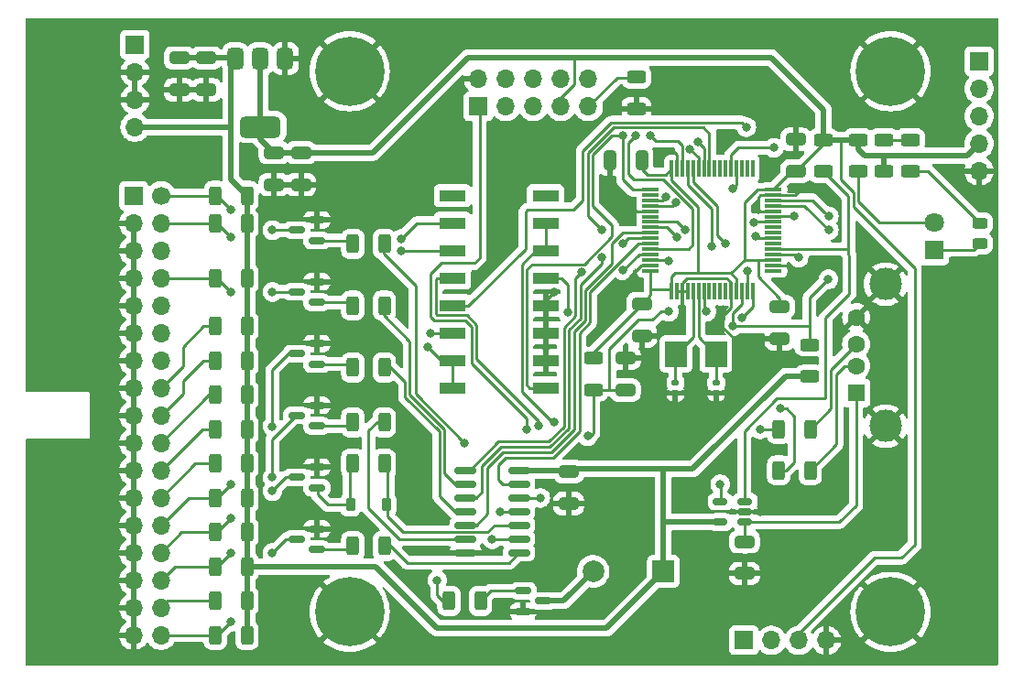
<source format=gbr>
%TF.GenerationSoftware,KiCad,Pcbnew,8.0.1*%
%TF.CreationDate,2024-04-21T19:34:10+02:00*%
%TF.ProjectId,Gotek_Floppy_Disk_Emulator_V2,476f7465-6b5f-4466-9c6f-7070795f4469,rev?*%
%TF.SameCoordinates,Original*%
%TF.FileFunction,Copper,L1,Top*%
%TF.FilePolarity,Positive*%
%FSLAX46Y46*%
G04 Gerber Fmt 4.6, Leading zero omitted, Abs format (unit mm)*
G04 Created by KiCad (PCBNEW 8.0.1) date 2024-04-21 19:34:10*
%MOMM*%
%LPD*%
G01*
G04 APERTURE LIST*
G04 Aperture macros list*
%AMRoundRect*
0 Rectangle with rounded corners*
0 $1 Rounding radius*
0 $2 $3 $4 $5 $6 $7 $8 $9 X,Y pos of 4 corners*
0 Add a 4 corners polygon primitive as box body*
4,1,4,$2,$3,$4,$5,$6,$7,$8,$9,$2,$3,0*
0 Add four circle primitives for the rounded corners*
1,1,$1+$1,$2,$3*
1,1,$1+$1,$4,$5*
1,1,$1+$1,$6,$7*
1,1,$1+$1,$8,$9*
0 Add four rect primitives between the rounded corners*
20,1,$1+$1,$2,$3,$4,$5,0*
20,1,$1+$1,$4,$5,$6,$7,0*
20,1,$1+$1,$6,$7,$8,$9,0*
20,1,$1+$1,$8,$9,$2,$3,0*%
G04 Aperture macros list end*
%TA.AperFunction,ComponentPad*%
%ADD10R,1.800000X1.800000*%
%TD*%
%TA.AperFunction,ComponentPad*%
%ADD11C,1.800000*%
%TD*%
%TA.AperFunction,ComponentPad*%
%ADD12R,1.700000X1.700000*%
%TD*%
%TA.AperFunction,ComponentPad*%
%ADD13C,1.700000*%
%TD*%
%TA.AperFunction,ComponentPad*%
%ADD14O,1.700000X1.700000*%
%TD*%
%TA.AperFunction,SMDPad,CuDef*%
%ADD15RoundRect,0.225000X0.225000X0.375000X-0.225000X0.375000X-0.225000X-0.375000X0.225000X-0.375000X0*%
%TD*%
%TA.AperFunction,SMDPad,CuDef*%
%ADD16RoundRect,0.250000X-0.625000X0.312500X-0.625000X-0.312500X0.625000X-0.312500X0.625000X0.312500X0*%
%TD*%
%TA.AperFunction,ComponentPad*%
%ADD17R,2.000000X2.000000*%
%TD*%
%TA.AperFunction,ComponentPad*%
%ADD18C,2.000000*%
%TD*%
%TA.AperFunction,SMDPad,CuDef*%
%ADD19RoundRect,0.250000X-0.650000X0.325000X-0.650000X-0.325000X0.650000X-0.325000X0.650000X0.325000X0*%
%TD*%
%TA.AperFunction,SMDPad,CuDef*%
%ADD20RoundRect,0.250000X0.650000X-0.325000X0.650000X0.325000X-0.650000X0.325000X-0.650000X-0.325000X0*%
%TD*%
%TA.AperFunction,SMDPad,CuDef*%
%ADD21RoundRect,0.250000X0.325000X0.650000X-0.325000X0.650000X-0.325000X-0.650000X0.325000X-0.650000X0*%
%TD*%
%TA.AperFunction,SMDPad,CuDef*%
%ADD22RoundRect,0.140000X-0.170000X0.140000X-0.170000X-0.140000X0.170000X-0.140000X0.170000X0.140000X0*%
%TD*%
%TA.AperFunction,ComponentPad*%
%ADD23R,1.600000X1.600000*%
%TD*%
%TA.AperFunction,ComponentPad*%
%ADD24C,1.600000*%
%TD*%
%TA.AperFunction,ComponentPad*%
%ADD25C,3.000000*%
%TD*%
%TA.AperFunction,SMDPad,CuDef*%
%ADD26RoundRect,0.150000X-0.587500X-0.150000X0.587500X-0.150000X0.587500X0.150000X-0.587500X0.150000X0*%
%TD*%
%TA.AperFunction,SMDPad,CuDef*%
%ADD27RoundRect,0.150000X0.587500X0.150000X-0.587500X0.150000X-0.587500X-0.150000X0.587500X-0.150000X0*%
%TD*%
%TA.AperFunction,SMDPad,CuDef*%
%ADD28RoundRect,0.250000X-0.312500X-0.625000X0.312500X-0.625000X0.312500X0.625000X-0.312500X0.625000X0*%
%TD*%
%TA.AperFunction,SMDPad,CuDef*%
%ADD29RoundRect,0.250000X0.625000X-0.312500X0.625000X0.312500X-0.625000X0.312500X-0.625000X-0.312500X0*%
%TD*%
%TA.AperFunction,SMDPad,CuDef*%
%ADD30RoundRect,0.250000X0.312500X0.625000X-0.312500X0.625000X-0.312500X-0.625000X0.312500X-0.625000X0*%
%TD*%
%TA.AperFunction,SMDPad,CuDef*%
%ADD31R,2.440000X1.120000*%
%TD*%
%TA.AperFunction,SMDPad,CuDef*%
%ADD32RoundRect,0.375000X-0.375000X0.625000X-0.375000X-0.625000X0.375000X-0.625000X0.375000X0.625000X0*%
%TD*%
%TA.AperFunction,SMDPad,CuDef*%
%ADD33RoundRect,0.500000X-1.400000X0.500000X-1.400000X-0.500000X1.400000X-0.500000X1.400000X0.500000X0*%
%TD*%
%TA.AperFunction,SMDPad,CuDef*%
%ADD34RoundRect,0.075000X0.075000X-0.700000X0.075000X0.700000X-0.075000X0.700000X-0.075000X-0.700000X0*%
%TD*%
%TA.AperFunction,SMDPad,CuDef*%
%ADD35RoundRect,0.075000X0.700000X-0.075000X0.700000X0.075000X-0.700000X0.075000X-0.700000X-0.075000X0*%
%TD*%
%TA.AperFunction,SMDPad,CuDef*%
%ADD36RoundRect,0.150000X0.512500X0.150000X-0.512500X0.150000X-0.512500X-0.150000X0.512500X-0.150000X0*%
%TD*%
%TA.AperFunction,SMDPad,CuDef*%
%ADD37RoundRect,0.150000X-0.825000X-0.150000X0.825000X-0.150000X0.825000X0.150000X-0.825000X0.150000X0*%
%TD*%
%TA.AperFunction,SMDPad,CuDef*%
%ADD38R,2.000000X2.400000*%
%TD*%
%TA.AperFunction,ComponentPad*%
%ADD39C,0.800000*%
%TD*%
%TA.AperFunction,ComponentPad*%
%ADD40C,6.400000*%
%TD*%
%TA.AperFunction,SMDPad,CuDef*%
%ADD41RoundRect,0.243750X0.456250X-0.243750X0.456250X0.243750X-0.456250X0.243750X-0.456250X-0.243750X0*%
%TD*%
%TA.AperFunction,ViaPad*%
%ADD42C,0.800000*%
%TD*%
%TA.AperFunction,Conductor*%
%ADD43C,0.250000*%
%TD*%
%TA.AperFunction,Conductor*%
%ADD44C,0.500000*%
%TD*%
G04 APERTURE END LIST*
D10*
%TO.P,D1,1,K*%
%TO.N,FPI5V_DSELn*%
X165919900Y-77399800D03*
D11*
%TO.P,D1,2,A*%
%TO.N,Net-(D1-A)*%
X165919900Y-74859800D03*
%TD*%
D12*
%TO.P,J6,1,Pin_1*%
%TO.N,Net-(J6-Pin_1)*%
X91948000Y-72390000D03*
D13*
%TO.P,J6,2,Pin_2*%
%TO.N,Net-(J6-Pin_2)*%
X94488000Y-72390000D03*
D14*
%TO.P,J6,3,Pin_3*%
%TO.N,GNDD*%
X91948000Y-74930000D03*
%TO.P,J6,4,Pin_4*%
%TO.N,Net-(J6-Pin_4)*%
X94488000Y-74930000D03*
%TO.P,J6,5,Pin_5*%
%TO.N,GNDD*%
X91948000Y-77470000D03*
%TO.P,J6,6,Pin_6*%
%TO.N,unconnected-(J6-Pin_6-Pad6)*%
X94488000Y-77470000D03*
%TO.P,J6,7,Pin_7*%
%TO.N,GNDD*%
X91948000Y-80010000D03*
%TO.P,J6,8,Pin_8*%
%TO.N,Net-(J6-Pin_8)*%
X94488000Y-80010000D03*
%TO.P,J6,9,Pin_9*%
%TO.N,GNDD*%
X91948000Y-82550000D03*
%TO.P,J6,10,Pin_10*%
%TO.N,Net-(J6-Pin_10)*%
X94488000Y-82550000D03*
%TO.P,J6,11,Pin_11*%
%TO.N,GNDD*%
X91948000Y-85090000D03*
%TO.P,J6,12,Pin_12*%
%TO.N,Net-(J6-Pin_12)*%
X94488000Y-85090000D03*
%TO.P,J6,13,Pin_13*%
%TO.N,GNDD*%
X91948000Y-87630000D03*
%TO.P,J6,14,Pin_14*%
%TO.N,unconnected-(J6-Pin_14-Pad14)*%
X94488000Y-87630000D03*
%TO.P,J6,15,Pin_15*%
%TO.N,GNDD*%
X91948000Y-90170000D03*
%TO.P,J6,16,Pin_16*%
%TO.N,MOTOR_SIGNAL*%
X94488000Y-90170000D03*
%TO.P,J6,17,Pin_17*%
%TO.N,GNDD*%
X91948000Y-92710000D03*
%TO.P,J6,18,Pin_18*%
%TO.N,FPI5V_DIRn*%
X94488000Y-92710000D03*
%TO.P,J6,19,Pin_19*%
%TO.N,GNDD*%
X91948000Y-95250000D03*
%TO.P,J6,20,Pin_20*%
%TO.N,FPI5V_STEPn*%
X94488000Y-95250000D03*
%TO.P,J6,21,Pin_21*%
%TO.N,GNDD*%
X91948000Y-97790000D03*
%TO.P,J6,22,Pin_22*%
%TO.N,FPI5V_WDATAn*%
X94488000Y-97790000D03*
%TO.P,J6,23,Pin_23*%
%TO.N,GNDD*%
X91948000Y-100330000D03*
%TO.P,J6,24,Pin_24*%
%TO.N,FPI5V_WGATEn*%
X94488000Y-100330000D03*
%TO.P,J6,25,Pin_25*%
%TO.N,GNDD*%
X91948000Y-102870000D03*
%TO.P,J6,26,Pin_26*%
%TO.N,Net-(J6-Pin_26)*%
X94488000Y-102870000D03*
%TO.P,J6,27,Pin_27*%
%TO.N,GNDD*%
X91948000Y-105410000D03*
%TO.P,J6,28,Pin_28*%
%TO.N,Net-(J6-Pin_28)*%
X94488000Y-105410000D03*
%TO.P,J6,29,Pin_29*%
%TO.N,GNDD*%
X91948000Y-107950000D03*
%TO.P,J6,30,Pin_30*%
%TO.N,Net-(J6-Pin_30)*%
X94488000Y-107950000D03*
%TO.P,J6,31,Pin_31*%
%TO.N,GNDD*%
X91948000Y-110490000D03*
%TO.P,J6,32,Pin_32*%
%TO.N,FPI5V_SIDEn*%
X94488000Y-110490000D03*
%TO.P,J6,33,Pin_33*%
%TO.N,GNDD*%
X91948000Y-113030000D03*
%TO.P,J6,34,Pin_34*%
%TO.N,Net-(J6-Pin_34)*%
X94488000Y-113030000D03*
%TD*%
D12*
%TO.P,J1,1,Pin_1*%
%TO.N,unconnected-(J1-Pin_1-Pad1)*%
X92075000Y-58420000D03*
D14*
%TO.P,J1,2,Pin_2*%
%TO.N,GNDD*%
X92075000Y-60960000D03*
%TO.P,J1,3,Pin_3*%
X92075000Y-63500000D03*
%TO.P,J1,4,Pin_4*%
%TO.N,+5V*%
X92075000Y-66040000D03*
%TD*%
D12*
%TO.P,SW1,1,CLK*%
%TO.N,Net-(SW1-CLK)*%
X170103800Y-59944000D03*
D14*
%TO.P,SW1,2,DT*%
%TO.N,Net-(SW1-DT)*%
X170103800Y-62484000D03*
%TO.P,SW1,3,SW*%
%TO.N,Net-(SW1-SW)*%
X170103800Y-65024000D03*
%TO.P,SW1,4,VCC*%
%TO.N,+3V3*%
X170103800Y-67564000D03*
%TO.P,SW1,5,GND*%
%TO.N,GNDD*%
X170103800Y-70104000D03*
%TD*%
%TO.P,J2,4,GND*%
%TO.N,GNDD*%
X155989900Y-113500000D03*
%TO.P,J2,3,VCC*%
%TO.N,+3V3*%
X153449900Y-113500000D03*
%TO.P,J2,2,SCL*%
%TO.N,Net-(J2-SCL)*%
X150909900Y-113500000D03*
D12*
%TO.P,J2,1,SDA*%
%TO.N,Net-(J2-SDA)*%
X148369900Y-113500000D03*
%TD*%
D15*
%TO.P,D2,1,K*%
%TO.N,Net-(D2-K)*%
X115315000Y-100965000D03*
%TO.P,D2,2,A*%
%TO.N,Net-(D2-A)*%
X112015000Y-100965000D03*
%TD*%
D16*
%TO.P,R102,1*%
%TO.N,Net-(R101-Pad2)*%
X161319900Y-67212300D03*
%TO.P,R102,2*%
%TO.N,+3V3*%
X161319900Y-70137300D03*
%TD*%
D17*
%TO.P,BZ1,1,-*%
%TO.N,+5V*%
X140919900Y-107124800D03*
D18*
%TO.P,BZ1,2,+*%
%TO.N,Net-(BZ1-+)*%
X134419900Y-107124800D03*
%TD*%
D19*
%TO.P,C1,1*%
%TO.N,+3V3*%
X151669900Y-82649800D03*
%TO.P,C1,2*%
%TO.N,GNDD*%
X151669900Y-85599800D03*
%TD*%
D20*
%TO.P,C2,1*%
%TO.N,NRST*%
X137419900Y-90349800D03*
%TO.P,C2,2*%
%TO.N,GNDD*%
X137419900Y-87399800D03*
%TD*%
D21*
%TO.P,C4,1*%
%TO.N,+3V3*%
X138919900Y-69124800D03*
%TO.P,C4,2*%
%TO.N,GNDD*%
X135969900Y-69124800D03*
%TD*%
D22*
%TO.P,C5,1*%
%TO.N,Net-(U2-PD0)*%
X142036800Y-89690000D03*
%TO.P,C5,2*%
%TO.N,GNDD*%
X142036800Y-90650000D03*
%TD*%
%TO.P,C6,1*%
%TO.N,Net-(U2-PD1)*%
X145796000Y-89690000D03*
%TO.P,C6,2*%
%TO.N,GNDD*%
X145796000Y-90650000D03*
%TD*%
D19*
%TO.P,C7,1*%
%TO.N,+5V*%
X98669900Y-59649800D03*
%TO.P,C7,2*%
%TO.N,GNDD*%
X98669900Y-62599800D03*
%TD*%
%TO.P,C8,1*%
%TO.N,+3V3*%
X138919900Y-82399800D03*
%TO.P,C8,2*%
%TO.N,GNDD*%
X138919900Y-85349800D03*
%TD*%
D20*
%TO.P,C9,2*%
%TO.N,GNDD*%
X153169900Y-67174800D03*
%TO.P,C9,1*%
%TO.N,+3V3*%
X153169900Y-70124800D03*
%TD*%
D19*
%TO.P,C10,1*%
%TO.N,+3V3*%
X104919900Y-68399800D03*
%TO.P,C10,2*%
%TO.N,GNDD*%
X104919900Y-71349800D03*
%TD*%
%TO.P,C11,1*%
%TO.N,+3V3*%
X107419900Y-68399800D03*
%TO.P,C11,2*%
%TO.N,GNDD*%
X107419900Y-71349800D03*
%TD*%
%TO.P,C12,1*%
%TO.N,+5V*%
X132169900Y-97899800D03*
%TO.P,C12,2*%
%TO.N,GNDD*%
X132169900Y-100849800D03*
%TD*%
%TO.P,C13,1*%
%TO.N,Net-(J3-VBUS)*%
X148419900Y-104374800D03*
%TO.P,C13,2*%
%TO.N,GNDD*%
X148419900Y-107324800D03*
%TD*%
D23*
%TO.P,J3,1,VBUS*%
%TO.N,Net-(J3-VBUS)*%
X158750000Y-90624800D03*
D24*
%TO.P,J3,2,D-*%
%TO.N,Net-(J3-D-)*%
X158750000Y-88124800D03*
%TO.P,J3,3,D+*%
%TO.N,Net-(J3-D+)*%
X158750000Y-86124800D03*
%TO.P,J3,4,GND*%
%TO.N,GNDD*%
X158750000Y-83624800D03*
D25*
%TO.P,J3,5,Shield*%
X161460000Y-93694800D03*
X161460000Y-80554800D03*
%TD*%
D12*
%TO.P,J5,1,Pin_1*%
%TO.N,NRST*%
X123825000Y-64135000D03*
D14*
%TO.P,J5,2,Pin_2*%
%TO.N,GNDD*%
X123825000Y-61595000D03*
%TO.P,J5,3,Pin_3*%
%TO.N,USART1_RX*%
X126365000Y-64135000D03*
%TO.P,J5,4,Pin_4*%
%TO.N,+5V*%
X126365000Y-61595000D03*
%TO.P,J5,5,Pin_5*%
%TO.N,USART1_TX*%
X128905000Y-64135000D03*
%TO.P,J5,6,Pin_6*%
%TO.N,JTCK-SWCLK*%
X128905000Y-61595000D03*
%TO.P,J5,7,Pin_7*%
%TO.N,+3V3*%
X131445000Y-64135000D03*
%TO.P,J5,8,Pin_8*%
%TO.N,JTMS-SWDIO*%
X131445000Y-61595000D03*
%TO.P,J5,9,Pin_9*%
%TO.N,BOOT_0*%
X133985000Y-64135000D03*
%TO.P,J5,10,Pin_10*%
%TO.N,unconnected-(J5-Pin_10-Pad10)*%
X133985000Y-61595000D03*
%TD*%
D26*
%TO.P,Q1,1,B*%
%TO.N,Net-(Q1-B)*%
X127967500Y-108905000D03*
%TO.P,Q1,2,E*%
%TO.N,GNDD*%
X127967500Y-110805000D03*
%TO.P,Q1,3,C*%
%TO.N,Net-(BZ1-+)*%
X129842500Y-109855000D03*
%TD*%
D27*
%TO.P,Q2,1,G*%
%TO.N,Net-(Q2-G)*%
X108887500Y-76515000D03*
%TO.P,Q2,2,S*%
%TO.N,GNDD*%
X108887500Y-74615000D03*
%TO.P,Q2,3,D*%
%TO.N,Net-(J6-Pin_2)*%
X107012500Y-75565000D03*
%TD*%
%TO.P,Q3,1,G*%
%TO.N,Net-(Q3-G)*%
X108887500Y-82230000D03*
%TO.P,Q3,2,S*%
%TO.N,GNDD*%
X108887500Y-80330000D03*
%TO.P,Q3,3,D*%
%TO.N,Net-(J6-Pin_8)*%
X107012500Y-81280000D03*
%TD*%
%TO.P,Q4,1,G*%
%TO.N,Net-(Q4-G)*%
X108887500Y-87945000D03*
%TO.P,Q4,2,S*%
%TO.N,GNDD*%
X108887500Y-86045000D03*
%TO.P,Q4,3,D*%
%TO.N,Net-(J6-Pin_26)*%
X107012500Y-86995000D03*
%TD*%
%TO.P,Q5,1,G*%
%TO.N,Net-(Q5-G)*%
X108887500Y-93660000D03*
%TO.P,Q5,2,S*%
%TO.N,GNDD*%
X108887500Y-91760000D03*
%TO.P,Q5,3,D*%
%TO.N,Net-(J6-Pin_28)*%
X107012500Y-92710000D03*
%TD*%
%TO.P,Q6,1,G*%
%TO.N,Net-(D2-A)*%
X108887500Y-99375000D03*
%TO.P,Q6,2,S*%
%TO.N,GNDD*%
X108887500Y-97475000D03*
%TO.P,Q6,3,D*%
%TO.N,Net-(J6-Pin_30)*%
X107012500Y-98425000D03*
%TD*%
%TO.P,Q7,1,G*%
%TO.N,Net-(Q7-G)*%
X108887500Y-105090000D03*
%TO.P,Q7,2,S*%
%TO.N,GNDD*%
X108887500Y-103190000D03*
%TO.P,Q7,3,D*%
%TO.N,Net-(J6-Pin_34)*%
X107012500Y-104140000D03*
%TD*%
D16*
%TO.P,R1,1*%
%TO.N,+3V3*%
X134419900Y-87412300D03*
%TO.P,R1,2*%
%TO.N,NRST*%
X134419900Y-90337300D03*
%TD*%
D28*
%TO.P,R2,1*%
%TO.N,SOUND*%
X121092500Y-109855000D03*
%TO.P,R2,2*%
%TO.N,Net-(Q1-B)*%
X124017500Y-109855000D03*
%TD*%
D29*
%TO.P,R3,1*%
%TO.N,Net-(D1-A)*%
X158919900Y-70137300D03*
%TO.P,R3,2*%
%TO.N,+3V3*%
X158919900Y-67212300D03*
%TD*%
%TO.P,R4,1*%
%TO.N,Net-(U2-PA5)*%
X155719900Y-70137300D03*
%TO.P,R4,2*%
%TO.N,+3V3*%
X155719900Y-67212300D03*
%TD*%
D28*
%TO.P,R5,1*%
%TO.N,Net-(U2-PA11)*%
X151572500Y-97790000D03*
%TO.P,R5,2*%
%TO.N,Net-(J3-D-)*%
X154497500Y-97790000D03*
%TD*%
%TO.P,R6,1*%
%TO.N,Net-(U2-PA12)*%
X151572500Y-93980000D03*
%TO.P,R6,2*%
%TO.N,Net-(J3-D+)*%
X154497500Y-93980000D03*
%TD*%
D16*
%TO.P,R7,1*%
%TO.N,FPI5V_DSELn*%
X154419900Y-86167500D03*
%TO.P,R7,2*%
%TO.N,+5V*%
X154419900Y-89092500D03*
%TD*%
D30*
%TO.P,R8,1*%
%TO.N,Net-(R8-Pad1)*%
X115127500Y-76835000D03*
%TO.P,R8,2*%
%TO.N,Net-(Q2-G)*%
X112202500Y-76835000D03*
%TD*%
%TO.P,R9,1*%
%TO.N,Net-(R9-Pad1)*%
X115127500Y-82550000D03*
%TO.P,R9,2*%
%TO.N,Net-(Q3-G)*%
X112202500Y-82550000D03*
%TD*%
%TO.P,R11,1*%
%TO.N,Net-(R11-Pad1)*%
X115127500Y-93345000D03*
%TO.P,R11,2*%
%TO.N,Net-(Q5-G)*%
X112202500Y-93345000D03*
%TD*%
%TO.P,R12,1*%
%TO.N,Net-(D2-K)*%
X115127500Y-97155000D03*
%TO.P,R12,2*%
%TO.N,Net-(D2-A)*%
X112202500Y-97155000D03*
%TD*%
%TO.P,R13,1*%
%TO.N,Net-(R13-Pad1)*%
X115127500Y-104775000D03*
%TO.P,R13,2*%
%TO.N,Net-(Q7-G)*%
X112202500Y-104775000D03*
%TD*%
D28*
%TO.P,R14,1*%
%TO.N,Net-(J6-Pin_2)*%
X99502500Y-72390000D03*
%TO.P,R14,2*%
%TO.N,+5V*%
X102427500Y-72390000D03*
%TD*%
%TO.P,R15,1*%
%TO.N,Net-(J6-Pin_4)*%
X99502500Y-74930000D03*
%TO.P,R15,2*%
%TO.N,+5V*%
X102427500Y-74930000D03*
%TD*%
%TO.P,R16,1*%
%TO.N,Net-(J6-Pin_8)*%
X99502500Y-80010000D03*
%TO.P,R16,2*%
%TO.N,+5V*%
X102427500Y-80010000D03*
%TD*%
%TO.P,R17,1*%
%TO.N,MOTOR_SIGNAL*%
X99502500Y-84455000D03*
%TO.P,R17,2*%
%TO.N,+5V*%
X102427500Y-84455000D03*
%TD*%
%TO.P,R18,1*%
%TO.N,FPI5V_DIRn*%
X99502500Y-87630000D03*
%TO.P,R18,2*%
%TO.N,+5V*%
X102427500Y-87630000D03*
%TD*%
%TO.P,R19,1*%
%TO.N,FPI5V_STEPn*%
X99502500Y-90805000D03*
%TO.P,R19,2*%
%TO.N,+5V*%
X102427500Y-90805000D03*
%TD*%
%TO.P,R20,1*%
%TO.N,FPI5V_WDATAn*%
X99502500Y-93980000D03*
%TO.P,R20,2*%
%TO.N,+5V*%
X102427500Y-93980000D03*
%TD*%
%TO.P,R21,1*%
%TO.N,FPI5V_WGATEn*%
X99502500Y-97155000D03*
%TO.P,R21,2*%
%TO.N,+5V*%
X102427500Y-97155000D03*
%TD*%
%TO.P,R22,1*%
%TO.N,Net-(J6-Pin_26)*%
X99502500Y-100330000D03*
%TO.P,R22,2*%
%TO.N,+5V*%
X102427500Y-100330000D03*
%TD*%
%TO.P,R23,1*%
%TO.N,Net-(J6-Pin_28)*%
X99502500Y-103505000D03*
%TO.P,R23,2*%
%TO.N,+5V*%
X102427500Y-103505000D03*
%TD*%
%TO.P,R24,1*%
%TO.N,Net-(J6-Pin_30)*%
X99502500Y-106680000D03*
%TO.P,R24,2*%
%TO.N,+5V*%
X102427500Y-106680000D03*
%TD*%
%TO.P,R25,1*%
%TO.N,FPI5V_SIDEn*%
X99502500Y-109855000D03*
%TO.P,R25,2*%
%TO.N,+5V*%
X102427500Y-109855000D03*
%TD*%
%TO.P,R26,1*%
%TO.N,Net-(J6-Pin_34)*%
X99502500Y-113030000D03*
%TO.P,R26,2*%
%TO.N,+5V*%
X102427500Y-113030000D03*
%TD*%
D31*
%TO.P,SW2,1,DC1*%
%TO.N,JTCK-SWCLK*%
X130035000Y-90170000D03*
%TO.P,SW2,2,DC2*%
%TO.N,GNDD*%
X130035000Y-87630000D03*
%TO.P,SW2,3,J5*%
X130035000Y-85090000D03*
%TO.P,SW2,4,JC*%
X130035000Y-82550000D03*
%TO.P,SW2,5,JB*%
%TO.N,SOUND*%
X130035000Y-80010000D03*
%TO.P,SW2,6,S0*%
%TO.N,FPI5V_DSELn*%
X130035000Y-77470000D03*
%TO.P,SW2,7,S1*%
X130035000Y-74930000D03*
%TO.P,SW2,8*%
%TO.N,unconnected-(SW2-Pad8)*%
X130035000Y-72390000D03*
%TO.P,SW2,9*%
%TO.N,unconnected-(SW2-Pad9)*%
X121425000Y-72390000D03*
%TO.P,SW2,10*%
%TO.N,Net-(J6-Pin_12)*%
X121425000Y-74930000D03*
%TO.P,SW2,11*%
%TO.N,Net-(J6-Pin_10)*%
X121425000Y-77470000D03*
%TO.P,SW2,12*%
%TO.N,JUMPER_JB*%
X121425000Y-80010000D03*
%TO.P,SW2,13*%
%TO.N,JUMPER_JC*%
X121425000Y-82550000D03*
%TO.P,SW2,14*%
%TO.N,Net-(J6-Pin_4)*%
X121425000Y-85090000D03*
%TO.P,SW2,15*%
%TO.N,Net-(J6-Pin_1)*%
X121425000Y-87630000D03*
%TO.P,SW2,16*%
X121425000Y-90170000D03*
%TD*%
D32*
%TO.P,U1,1,GND*%
%TO.N,GNDD*%
X105969900Y-59715000D03*
%TO.P,U1,2,VO*%
%TO.N,+3V3*%
X103669900Y-59715000D03*
D33*
X103669900Y-66015000D03*
D32*
%TO.P,U1,3,VI*%
%TO.N,+5V*%
X101369900Y-59715000D03*
%TD*%
D34*
%TO.P,U2,1,VBAT*%
%TO.N,+3V3*%
X141665000Y-81240000D03*
%TO.P,U2,2,PC13*%
%TO.N,GNDD*%
X142165000Y-81240000D03*
%TO.P,U2,3,PC14*%
X142665000Y-81240000D03*
%TO.P,U2,4,PC15*%
X143165000Y-81240000D03*
%TO.P,U2,5,PD0*%
%TO.N,Net-(U2-PD0)*%
X143665000Y-81240000D03*
%TO.P,U2,6,PD1*%
%TO.N,Net-(U2-PD1)*%
X144165000Y-81240000D03*
%TO.P,U2,7,NRST*%
%TO.N,NRST*%
X144665000Y-81240000D03*
%TO.P,U2,8,PC0*%
%TO.N,unconnected-(U2-PC0-Pad8)*%
X145165000Y-81240000D03*
%TO.P,U2,9,PC1*%
%TO.N,unconnected-(U2-PC1-Pad9)*%
X145665000Y-81240000D03*
%TO.P,U2,10,PC2*%
%TO.N,unconnected-(U2-PC2-Pad10)*%
X146165000Y-81240000D03*
%TO.P,U2,11,PC3*%
%TO.N,unconnected-(U2-PC3-Pad11)*%
X146665000Y-81240000D03*
%TO.P,U2,12,VSSA*%
%TO.N,GNDD*%
X147165000Y-81240000D03*
%TO.P,U2,13,VDDA*%
%TO.N,+3V3*%
X147665000Y-81240000D03*
%TO.P,U2,14,PA0*%
%TO.N,FPI5V_DSELn*%
X148165000Y-81240000D03*
%TO.P,U2,15,PA1*%
%TO.N,FPI5V_STEPn*%
X148665000Y-81240000D03*
%TO.P,U2,16,PA2*%
%TO.N,JUMPER_JB*%
X149165000Y-81240000D03*
D35*
%TO.P,U2,17,PA3*%
%TO.N,unconnected-(U2-PA3-Pad17)*%
X151090000Y-79315000D03*
%TO.P,U2,18,VSS*%
%TO.N,GNDD*%
X151090000Y-78815000D03*
%TO.P,U2,19,VDD*%
%TO.N,+3V3*%
X151090000Y-78315000D03*
%TO.P,U2,20,PA4*%
%TO.N,Net-(U2-PA4)*%
X151090000Y-77815000D03*
%TO.P,U2,21,PA5*%
%TO.N,Net-(U2-PA5)*%
X151090000Y-77315000D03*
%TO.P,U2,22,PA6*%
%TO.N,unconnected-(U2-PA6-Pad22)*%
X151090000Y-76815000D03*
%TO.P,U2,23,PA7*%
%TO.N,FPO3V_RDDATAn*%
X151090000Y-76315000D03*
%TO.P,U2,24,PC4*%
%TO.N,unconnected-(U2-PC4-Pad24)*%
X151090000Y-75815000D03*
%TO.P,U2,25,PC5*%
%TO.N,unconnected-(U2-PC5-Pad25)*%
X151090000Y-75315000D03*
%TO.P,U2,26,PB0*%
%TO.N,FPI5V_DIRn*%
X151090000Y-74815000D03*
%TO.P,U2,27,PB1*%
%TO.N,JUMPER_JC*%
X151090000Y-74315000D03*
%TO.P,U2,28,PB2*%
%TO.N,GNDD*%
X151090000Y-73815000D03*
%TO.P,U2,29,PB10*%
%TO.N,Net-(J2-SCL)*%
X151090000Y-73315000D03*
%TO.P,U2,30,PB11*%
%TO.N,Net-(J2-SDA)*%
X151090000Y-72815000D03*
%TO.P,U2,31,VSS*%
%TO.N,GNDD*%
X151090000Y-72315000D03*
%TO.P,U2,32,VDD*%
%TO.N,+3V3*%
X151090000Y-71815000D03*
D34*
%TO.P,U2,33,PB12*%
%TO.N,unconnected-(U2-PB12-Pad33)*%
X149165000Y-69890000D03*
%TO.P,U2,34,PB13*%
%TO.N,unconnected-(U2-PB13-Pad34)*%
X148665000Y-69890000D03*
%TO.P,U2,35,PB14*%
%TO.N,unconnected-(U2-PB14-Pad35)*%
X148165000Y-69890000D03*
%TO.P,U2,36,PB15*%
%TO.N,MOTOR_SIGNAL*%
X147665000Y-69890000D03*
%TO.P,U2,37,PC6*%
%TO.N,Net-(SW1-SW)*%
X147165000Y-69890000D03*
%TO.P,U2,38,PC7*%
%TO.N,unconnected-(U2-PC7-Pad38)*%
X146665000Y-69890000D03*
%TO.P,U2,39,PC8*%
%TO.N,unconnected-(U2-PC8-Pad39)*%
X146165000Y-69890000D03*
%TO.P,U2,40,PC9*%
%TO.N,unconnected-(U2-PC9-Pad40)*%
X145665000Y-69890000D03*
%TO.P,U2,41,PA8*%
%TO.N,FPI5V_WDATAn*%
X145165000Y-69890000D03*
%TO.P,U2,42,PA9*%
%TO.N,USART1_TX*%
X144665000Y-69890000D03*
%TO.P,U2,43,PA10*%
%TO.N,USART1_RX*%
X144165000Y-69890000D03*
%TO.P,U2,44,PA11*%
%TO.N,Net-(U2-PA11)*%
X143665000Y-69890000D03*
%TO.P,U2,45,PA12*%
%TO.N,Net-(U2-PA12)*%
X143165000Y-69890000D03*
%TO.P,U2,46,PA13*%
%TO.N,JTMS-SWDIO*%
X142665000Y-69890000D03*
%TO.P,U2,47,VSS*%
%TO.N,GNDD*%
X142165000Y-69890000D03*
%TO.P,U2,48,VDD*%
%TO.N,+3V3*%
X141665000Y-69890000D03*
D35*
%TO.P,U2,49,PA14*%
%TO.N,JTCK-SWCLK*%
X139740000Y-71815000D03*
%TO.P,U2,50,PA15*%
%TO.N,unconnected-(U2-PA15-Pad50)*%
X139740000Y-72315000D03*
%TO.P,U2,51,PC10*%
%TO.N,Net-(SW1-DT)*%
X139740000Y-72815000D03*
%TO.P,U2,52,PC11*%
%TO.N,Net-(SW1-CLK)*%
X139740000Y-73315000D03*
%TO.P,U2,53,PC12*%
%TO.N,GNDD*%
X139740000Y-73815000D03*
%TO.P,U2,54,PD2*%
%TO.N,unconnected-(U2-PD2-Pad54)*%
X139740000Y-74315000D03*
%TO.P,U2,55,PB3*%
%TO.N,FPO3V_READYn*%
X139740000Y-74815000D03*
%TO.P,U2,56,PB4*%
%TO.N,FPI5V_SIDEn*%
X139740000Y-75315000D03*
%TO.P,U2,57,PB5*%
%TO.N,FPO3V_WPTn*%
X139740000Y-75815000D03*
%TO.P,U2,58,PB6*%
%TO.N,FPO3V_TRK00n*%
X139740000Y-76315000D03*
%TO.P,U2,59,PB7*%
%TO.N,FPO3V_DSKCHGn*%
X139740000Y-76815000D03*
%TO.P,U2,60,BOOT0*%
%TO.N,BOOT_0*%
X139740000Y-77315000D03*
%TO.P,U2,61,PB8*%
%TO.N,FPO3V_INDEXn*%
X139740000Y-77815000D03*
%TO.P,U2,62,PB9*%
%TO.N,FPI5V_WGATEn*%
X139740000Y-78315000D03*
%TO.P,U2,63,VSS*%
%TO.N,GNDD*%
X139740000Y-78815000D03*
%TO.P,U2,64,VDD*%
%TO.N,+3V3*%
X139740000Y-79315000D03*
%TD*%
D36*
%TO.P,U3,1,OUT*%
%TO.N,Net-(J3-VBUS)*%
X148457500Y-102550000D03*
%TO.P,U3,2,GND*%
%TO.N,GNDD*%
X148457500Y-101600000D03*
%TO.P,U3,3,~{FAULT}*%
%TO.N,Net-(U2-PA5)*%
X148457500Y-100650000D03*
%TO.P,U3,4,~{EN}*%
%TO.N,Net-(U2-PA4)*%
X146182500Y-100650000D03*
%TO.P,U3,5,IN*%
%TO.N,+5V*%
X146182500Y-102550000D03*
%TD*%
D37*
%TO.P,U4,1*%
%TO.N,FPO3V_INDEXn*%
X122620000Y-97790000D03*
%TO.P,U4,2*%
%TO.N,Net-(R9-Pad1)*%
X122620000Y-99060000D03*
%TO.P,U4,3*%
%TO.N,FPO3V_TRK00n*%
X122620000Y-100330000D03*
%TO.P,U4,4*%
%TO.N,Net-(R10-Pad1)*%
X122620000Y-101600000D03*
%TO.P,U4,5*%
%TO.N,FPO3V_WPTn*%
X122620000Y-102870000D03*
%TO.P,U4,6*%
%TO.N,Net-(R11-Pad1)*%
X122620000Y-104140000D03*
%TO.P,U4,7,GND*%
%TO.N,GNDD*%
X122620000Y-105410000D03*
%TO.P,U4,8*%
%TO.N,Net-(R13-Pad1)*%
X127570000Y-105410000D03*
%TO.P,U4,9*%
%TO.N,FPO3V_READYn*%
X127570000Y-104140000D03*
%TO.P,U4,10*%
%TO.N,Net-(D2-K)*%
X127570000Y-102870000D03*
%TO.P,U4,11*%
%TO.N,FPO3V_RDDATAn*%
X127570000Y-101600000D03*
%TO.P,U4,12*%
%TO.N,Net-(R8-Pad1)*%
X127570000Y-100330000D03*
%TO.P,U4,13*%
%TO.N,FPO3V_DSKCHGn*%
X127570000Y-99060000D03*
%TO.P,U4,14,VCC*%
%TO.N,+5V*%
X127570000Y-97790000D03*
%TD*%
D19*
%TO.P,C3,1*%
%TO.N,+5V*%
X96169900Y-59649800D03*
%TO.P,C3,2*%
%TO.N,GNDD*%
X96169900Y-62599800D03*
%TD*%
D38*
%TO.P,Y1,1,1*%
%TO.N,Net-(U2-PD0)*%
X142066400Y-87020400D03*
%TO.P,Y1,2,2*%
%TO.N,Net-(U2-PD1)*%
X145766400Y-87020400D03*
%TD*%
D30*
%TO.P,R10,1*%
%TO.N,Net-(R10-Pad1)*%
X115127500Y-88265000D03*
%TO.P,R10,2*%
%TO.N,Net-(Q4-G)*%
X112202500Y-88265000D03*
%TD*%
D16*
%TO.P,R27,1*%
%TO.N,BOOT_0*%
X138430000Y-61402500D03*
%TO.P,R27,2*%
%TO.N,GNDD*%
X138430000Y-64327500D03*
%TD*%
D39*
%TO.P,H3,1,1*%
%TO.N,GNDD*%
X109519900Y-60874800D03*
X110222844Y-59177744D03*
X110222844Y-62571856D03*
X111919900Y-58474800D03*
D40*
X111919900Y-60874800D03*
D39*
X111919900Y-63274800D03*
X113616956Y-59177744D03*
X113616956Y-62571856D03*
X114319900Y-60874800D03*
%TD*%
D41*
%TO.P,D101,1,K*%
%TO.N,FPI5V_DSELn*%
X170169900Y-76812300D03*
%TO.P,D101,2,A*%
%TO.N,Net-(D101-A)*%
X170169900Y-74937300D03*
%TD*%
D39*
%TO.P,H1,1,1*%
%TO.N,GNDD*%
X159519900Y-60874800D03*
X160222844Y-59177744D03*
X160222844Y-62571856D03*
X161919900Y-58474800D03*
D40*
X161919900Y-60874800D03*
D39*
X161919900Y-63274800D03*
X163616956Y-59177744D03*
X163616956Y-62571856D03*
X164319900Y-60874800D03*
%TD*%
D29*
%TO.P,R101,1*%
%TO.N,Net-(D101-A)*%
X163719900Y-70137300D03*
%TO.P,R101,2*%
%TO.N,Net-(R101-Pad2)*%
X163719900Y-67212300D03*
%TD*%
D39*
%TO.P,H2,1,1*%
%TO.N,GNDD*%
X159519900Y-110874800D03*
X160222844Y-109177744D03*
X160222844Y-112571856D03*
X161919900Y-108474800D03*
D40*
X161919900Y-110874800D03*
D39*
X161919900Y-113274800D03*
X163616956Y-109177744D03*
X163616956Y-112571856D03*
X164319900Y-110874800D03*
%TD*%
%TO.P,H4,1,1*%
%TO.N,GNDD*%
X109519900Y-110874800D03*
X110222844Y-109177744D03*
X110222844Y-112571856D03*
X111919900Y-108474800D03*
D40*
X111919900Y-110874800D03*
D39*
X111919900Y-113274800D03*
X113616956Y-109177744D03*
X113616956Y-112571856D03*
X114319900Y-110874800D03*
%TD*%
D42*
%TO.N,NRST*%
X133919900Y-94624800D03*
%TO.N,GNDD*%
X135919900Y-71124800D03*
X83185000Y-71520000D03*
X83185000Y-85890000D03*
X83185000Y-100260000D03*
X83185000Y-114630000D03*
X153670000Y-57150000D03*
X170815000Y-57150000D03*
X111760000Y-85090000D03*
X130919900Y-103624800D03*
X121920000Y-68580000D03*
X126319900Y-71274800D03*
X135890000Y-57150000D03*
X106045000Y-78105000D03*
X151169900Y-69374800D03*
X106169900Y-101624800D03*
X130810000Y-81280000D03*
X110419900Y-95874800D03*
X140419900Y-69374800D03*
X170815000Y-90485000D03*
X156169900Y-81624800D03*
X117475000Y-114630000D03*
X118110000Y-99695000D03*
X137795000Y-80374800D03*
X170815000Y-108585000D03*
X152669900Y-63624800D03*
X140970000Y-114630000D03*
X118364000Y-105232200D03*
X156845000Y-100330000D03*
X143916400Y-89204800D03*
X149860000Y-101600000D03*
X125730000Y-111125000D03*
X146169900Y-106624800D03*
X130022600Y-86374800D03*
X104169900Y-72874800D03*
X135169900Y-84374800D03*
X139169900Y-88646000D03*
X117475000Y-57150000D03*
X154119900Y-71674800D03*
X83185000Y-57150000D03*
X152669900Y-87874800D03*
%TO.N,NRST*%
X128270000Y-93980000D03*
X144890000Y-83095000D03*
X141419900Y-83095000D03*
%TO.N,FPI5V_DSELn*%
X147320014Y-84455000D03*
X156169900Y-80124800D03*
X130810000Y-93345000D03*
%TO.N,BOOT_0*%
X138334740Y-66799800D03*
%TO.N,JTMS-SWDIO*%
X139699986Y-66799800D03*
%TO.N,JTCK-SWCLK*%
X137169900Y-66799800D03*
%TO.N,USART1_TX*%
X144123024Y-67425132D03*
%TO.N,USART1_RX*%
X143390000Y-68105338D03*
%TO.N,FPI5V_SIDEn*%
X142149990Y-76200008D03*
%TO.N,FPI5V_WGATEn*%
X141408437Y-78374800D03*
%TO.N,FPI5V_WDATAn*%
X135255000Y-75565000D03*
%TO.N,FPI5V_STEPn*%
X148680010Y-79375000D03*
%TO.N,FPI5V_DIRn*%
X149271436Y-74883564D03*
%TO.N,MOTOR_SIGNAL*%
X147320000Y-71755000D03*
%TO.N,SOUND*%
X132080000Y-83185000D03*
X120015000Y-107950000D03*
%TO.N,Net-(R8-Pad1)*%
X122555000Y-95250000D03*
X129539998Y-100330000D03*
%TO.N,JUMPER_JC*%
X153035000Y-74295000D03*
X148590000Y-66040000D03*
%TO.N,JUMPER_JB*%
X148169900Y-83624800D03*
X129419900Y-93624800D03*
%TO.N,FPO3V_RDDATAn*%
X125820010Y-101600000D03*
X149486567Y-76172065D03*
%TO.N,FPO3V_READYn*%
X142902258Y-75541126D03*
X125095000Y-104140000D03*
%TO.N,FPO3V_TRK00n*%
X137160000Y-76835000D03*
X135255000Y-78105000D03*
%TO.N,FPO3V_INDEXn*%
X137199651Y-79287651D03*
X133350000Y-79465010D03*
%TO.N,Net-(J2-SCL)*%
X156210000Y-75565000D03*
%TO.N,Net-(J2-SDA)*%
X156209992Y-74295000D03*
%TO.N,Net-(J6-Pin_28)*%
X100965000Y-102235000D03*
X104775000Y-98425000D03*
%TO.N,Net-(J6-Pin_2)*%
X104775000Y-75565000D03*
X100965000Y-73660000D03*
%TO.N,Net-(J6-Pin_26)*%
X104775000Y-93700032D03*
X100965000Y-99060000D03*
%TO.N,Net-(J6-Pin_30)*%
X100965000Y-105410000D03*
X104775000Y-99695000D03*
%TO.N,Net-(J6-Pin_1)*%
X119126000Y-86374800D03*
%TO.N,Net-(J6-Pin_10)*%
X116669900Y-77470000D03*
%TO.N,Net-(J6-Pin_4)*%
X119419900Y-85090000D03*
X100965000Y-76200000D03*
%TO.N,Net-(J6-Pin_8)*%
X100965000Y-81280000D03*
X104775000Y-81280000D03*
%TO.N,Net-(J6-Pin_12)*%
X116669900Y-76374800D03*
%TO.N,Net-(J6-Pin_34)*%
X104775000Y-105410000D03*
X100965000Y-111760000D03*
%TO.N,Net-(U2-PA11)*%
X151765000Y-92075000D03*
X146685000Y-76835000D03*
%TO.N,Net-(U2-PA12)*%
X149860000Y-93980000D03*
X145415000Y-77092679D03*
%TO.N,Net-(SW1-CLK)*%
X142039968Y-73025000D03*
%TO.N,Net-(SW1-SW)*%
X151130000Y-67945000D03*
%TO.N,Net-(SW1-DT)*%
X141169676Y-72480010D03*
%TO.N,Net-(U2-PA4)*%
X153419900Y-78105000D03*
X146169900Y-99060000D03*
%TD*%
D43*
%TO.N,Net-(D101-A)*%
X165369900Y-70137300D02*
X163719900Y-70137300D01*
X170169900Y-74937300D02*
X165369900Y-70137300D01*
%TO.N,Net-(R101-Pad2)*%
X161319900Y-67212300D02*
X163719900Y-67212300D01*
D44*
%TO.N,+3V3*%
X161319900Y-68674800D02*
X159519900Y-68674800D01*
X168993000Y-68674800D02*
X161319900Y-68674800D01*
X161319900Y-68674800D02*
X161319900Y-70137300D01*
X158919900Y-68074800D02*
X158919900Y-67212300D01*
X159519900Y-68674800D02*
X158919900Y-68074800D01*
X170103800Y-67564000D02*
X168993000Y-68674800D01*
X170103800Y-67564000D02*
X170005500Y-67662300D01*
D43*
%TO.N,Net-(U2-PA5)*%
X151090000Y-77315000D02*
X158019900Y-77315000D01*
X155919900Y-83624800D02*
X155919900Y-91124800D01*
X158119900Y-81424800D02*
X155919900Y-83624800D01*
X155919900Y-91124800D02*
X151426105Y-91124800D01*
X158119900Y-77899800D02*
X158119900Y-81424800D01*
X151426105Y-91124800D02*
X148420000Y-94130905D01*
X148420000Y-94130905D02*
X148420000Y-100650000D01*
X158019900Y-72437300D02*
X158019900Y-77799800D01*
X155719900Y-70137300D02*
X158019900Y-72437300D01*
X158019900Y-77799800D02*
X158119900Y-77899800D01*
%TO.N,+3V3*%
X158469900Y-72024800D02*
X157319900Y-70874800D01*
X158469900Y-73424800D02*
X158469900Y-72024800D01*
X157319900Y-70874800D02*
X157319900Y-67212300D01*
X164169900Y-79124800D02*
X158469900Y-73424800D01*
X153449900Y-112844800D02*
X160419900Y-105874800D01*
X153449900Y-113500000D02*
X153449900Y-112844800D01*
X162919900Y-105874800D02*
X164169900Y-104624800D01*
X164169900Y-104624800D02*
X164169900Y-79124800D01*
X160419900Y-105874800D02*
X162919900Y-105874800D01*
%TO.N,Net-(D1-A)*%
X158919900Y-72874800D02*
X158919900Y-70137300D01*
X160904900Y-74859800D02*
X158919900Y-72874800D01*
X165919900Y-74859800D02*
X160904900Y-74859800D01*
D44*
%TO.N,+3V3*%
X157319900Y-67212300D02*
X155719900Y-67212300D01*
X158919900Y-67212300D02*
X157319900Y-67212300D01*
D43*
X155719900Y-67574800D02*
X155719900Y-67212300D01*
X153169900Y-70124800D02*
X155719900Y-67574800D01*
D44*
X155719900Y-64424800D02*
X155719900Y-67212300D01*
X150919900Y-59624800D02*
X155719900Y-64424800D01*
X132669900Y-59624800D02*
X150919900Y-59624800D01*
D43*
%TO.N,JUMPER_JC*%
X148174800Y-65624800D02*
X148590000Y-66040000D01*
X136097108Y-65624800D02*
X148174800Y-65624800D01*
X128384700Y-73660000D02*
X132634700Y-73660000D01*
X128169900Y-73874800D02*
X128384700Y-73660000D01*
X133469900Y-68252008D02*
X136097108Y-65624800D01*
X132634700Y-73660000D02*
X133469900Y-72824800D01*
X128169900Y-77275100D02*
X128169900Y-73874800D01*
X133469900Y-72824800D02*
X133469900Y-68252008D01*
X121425000Y-82550000D02*
X122895000Y-82550000D01*
X122895000Y-82550000D02*
X128169900Y-77275100D01*
%TO.N,JTCK-SWCLK*%
X128565000Y-90170000D02*
X130035000Y-90170000D01*
X128270000Y-89875000D02*
X128565000Y-90170000D01*
X128270000Y-79217349D02*
X128270000Y-89875000D01*
X128747349Y-78740000D02*
X128270000Y-79217349D01*
X133593299Y-78740000D02*
X128747349Y-78740000D01*
X136189200Y-76144100D02*
X133593299Y-78740000D01*
X136189200Y-75144100D02*
X136189200Y-76144100D01*
X134369900Y-73324800D02*
X136189200Y-75144100D01*
X134369900Y-68624800D02*
X134369900Y-73324800D01*
X136194900Y-66799800D02*
X134369900Y-68624800D01*
X137169900Y-66799800D02*
X136194900Y-66799800D01*
%TO.N,FPI5V_WDATAn*%
X133919900Y-74229900D02*
X135255000Y-75565000D01*
X133919900Y-68438404D02*
X133919900Y-74229900D01*
X136283504Y-66074800D02*
X133919900Y-68438404D01*
X144619900Y-66074800D02*
X136283504Y-66074800D01*
X145165000Y-66619900D02*
X144619900Y-66074800D01*
X145165000Y-69890000D02*
X145165000Y-66619900D01*
%TO.N,NRST*%
X123919900Y-78124800D02*
X123919900Y-64229900D01*
X123419900Y-78624800D02*
X123919900Y-78124800D01*
X123919900Y-64229900D02*
X123825000Y-64135000D01*
X120445198Y-78624800D02*
X123419900Y-78624800D01*
X119429989Y-79640009D02*
X120445198Y-78624800D01*
X122585013Y-83885011D02*
X119758597Y-83885009D01*
X119429989Y-83556401D02*
X119429989Y-79640009D01*
X119758597Y-83885009D02*
X119429989Y-83556401D01*
X123190000Y-84489998D02*
X122585013Y-83885011D01*
X123190000Y-87884000D02*
X123190000Y-84489998D01*
X128270000Y-92964000D02*
X123190000Y-87884000D01*
X128270000Y-93980000D02*
X128270000Y-92964000D01*
%TO.N,FPO3V_INDEXn*%
X132805001Y-80010009D02*
X133350000Y-79465010D01*
X131719900Y-93705100D02*
X131719900Y-84618102D01*
X131719900Y-84618102D02*
X132805001Y-83533001D01*
X125669900Y-95124800D02*
X130300200Y-95124800D01*
X123004700Y-97790000D02*
X125669900Y-95124800D01*
X130300200Y-95124800D02*
X131719900Y-93705100D01*
X132805001Y-83533001D02*
X132805001Y-80010009D01*
X122620000Y-97790000D02*
X123004700Y-97790000D01*
%TO.N,FPO3V_TRK00n*%
X133255012Y-80633002D02*
X135255000Y-78633014D01*
X133255012Y-83719401D02*
X133255012Y-80633002D01*
X132169900Y-84804513D02*
X133255012Y-83719401D01*
X132169900Y-93891511D02*
X132169900Y-84804513D01*
X130436611Y-95624800D02*
X132169900Y-93891511D01*
X124169900Y-99755100D02*
X124169900Y-97374800D01*
X123595000Y-100330000D02*
X124169900Y-99755100D01*
X125919900Y-95624800D02*
X130436611Y-95624800D01*
X135255000Y-78633014D02*
X135255000Y-78105000D01*
X122620000Y-100330000D02*
X123595000Y-100330000D01*
X124169900Y-97374800D02*
X125919900Y-95624800D01*
%TO.N,FPO3V_WPTn*%
X123595000Y-102870000D02*
X122620000Y-102870000D01*
X124669900Y-97511196D02*
X124669900Y-101795100D01*
X130573022Y-96124800D02*
X126056296Y-96124800D01*
X132669900Y-84940924D02*
X132669900Y-94027922D01*
X133705023Y-83905801D02*
X132669900Y-84940924D01*
X136175162Y-78648162D02*
X133705023Y-81118301D01*
X133705023Y-81118301D02*
X133705023Y-83905801D01*
X136175162Y-76794533D02*
X136175162Y-78648162D01*
X137154695Y-75815000D02*
X136175162Y-76794533D01*
X139740000Y-75815000D02*
X137154695Y-75815000D01*
X124669900Y-101795100D02*
X123595000Y-102870000D01*
X132669900Y-94027922D02*
X130573022Y-96124800D01*
X126056296Y-96124800D02*
X124669900Y-97511196D01*
%TO.N,FPO3V_DSKCHGn*%
X126105100Y-99060000D02*
X127570000Y-99060000D01*
X125669900Y-98624800D02*
X126105100Y-99060000D01*
X125669900Y-97317645D02*
X125669900Y-98624800D01*
X130709433Y-96624800D02*
X126362745Y-96624800D01*
X133169900Y-94164333D02*
X130709433Y-96624800D01*
X133169900Y-85077335D02*
X133169900Y-94164333D01*
X134155034Y-84092201D02*
X133169900Y-85077335D01*
X126362745Y-96624800D02*
X125669900Y-97317645D01*
X134155034Y-81306962D02*
X134155034Y-84092201D01*
X138646996Y-76815000D02*
X134155034Y-81306962D01*
X139740000Y-76815000D02*
X138646996Y-76815000D01*
%TO.N,JUMPER_JB*%
X119955000Y-80010000D02*
X121425000Y-80010000D01*
X119879999Y-80085001D02*
X119955000Y-80010000D01*
X119879999Y-83370001D02*
X119879999Y-80085001D01*
X119944998Y-83435000D02*
X119879999Y-83370001D01*
X122771413Y-83435000D02*
X119944998Y-83435000D01*
X123640011Y-87445011D02*
X123640011Y-84303598D01*
X129419900Y-93224900D02*
X123640011Y-87445011D01*
X129419900Y-93624800D02*
X129419900Y-93224900D01*
X123640011Y-84303598D02*
X122771413Y-83435000D01*
%TO.N,FPI5V_DSELn*%
X130640100Y-93345000D02*
X130810000Y-93345000D01*
X127819989Y-90524889D02*
X130640100Y-93345000D01*
X129074700Y-77470000D02*
X127819989Y-78724711D01*
X130035000Y-77470000D02*
X129074700Y-77470000D01*
X127819989Y-78724711D02*
X127819989Y-90524889D01*
D44*
%TO.N,+5V*%
X100919900Y-70882400D02*
X102427500Y-72390000D01*
X100919900Y-66040000D02*
X100919900Y-70882400D01*
X100919900Y-60165000D02*
X100919900Y-66040000D01*
X101369900Y-59715000D02*
X100919900Y-60165000D01*
X92075000Y-66040000D02*
X100919900Y-66040000D01*
D43*
%TO.N,Net-(R11-Pad1)*%
X113665000Y-94120000D02*
X113665000Y-101300002D01*
%TO.N,GNDD*%
X149860100Y-73815000D02*
X151090000Y-73815000D01*
X149669900Y-73624800D02*
X149860100Y-73815000D01*
X149669900Y-72538795D02*
X149669900Y-73624800D01*
X149893695Y-72315000D02*
X149669900Y-72538795D01*
X151090000Y-72315000D02*
X149893695Y-72315000D01*
%TO.N,+3V3*%
X148419900Y-72970597D02*
X148419900Y-78295698D01*
X149575497Y-71815000D02*
X148419900Y-72970597D01*
X148419900Y-78295698D02*
X148400598Y-78315000D01*
X151090000Y-71815000D02*
X149575497Y-71815000D01*
%TO.N,GNDD*%
X138169900Y-73815000D02*
X139740000Y-73815000D01*
X137919900Y-73565000D02*
X138169900Y-73815000D01*
X137919900Y-72837664D02*
X137919900Y-73565000D01*
%TO.N,USART1_TX*%
X144665000Y-67967108D02*
X144665000Y-69890000D01*
X144123024Y-67425132D02*
X144665000Y-67967108D01*
%TO.N,USART1_RX*%
X144165000Y-68880338D02*
X144165000Y-69890000D01*
X143390000Y-68105338D02*
X144165000Y-68880338D01*
%TO.N,Net-(SW1-SW)*%
X147165000Y-68629700D02*
X147849700Y-67945000D01*
X147849700Y-67945000D02*
X151130000Y-67945000D01*
X147165000Y-69890000D02*
X147165000Y-68629700D01*
%TO.N,Net-(U2-PA11)*%
X143665000Y-71119900D02*
X143665000Y-69890000D01*
X145865010Y-73319910D02*
X143665000Y-71119900D01*
X146685000Y-76835000D02*
X145865010Y-76015010D01*
X145865010Y-76015010D02*
X145865010Y-73319910D01*
%TO.N,Net-(U2-PA12)*%
X143165000Y-71368506D02*
X143165000Y-69890000D01*
X145415000Y-73618506D02*
X143165000Y-71368506D01*
X145415000Y-77092679D02*
X145415000Y-73618506D01*
%TO.N,+3V3*%
X141665000Y-70925301D02*
X144145000Y-73405301D01*
X141665000Y-69890000D02*
X141665000Y-70925301D01*
X141130200Y-70424800D02*
X141665000Y-69890000D01*
X141130200Y-70424800D02*
X139419900Y-70424800D01*
X138919900Y-69924800D02*
X138919900Y-69124800D01*
X139419900Y-70424800D02*
X138919900Y-69924800D01*
X144145000Y-79535100D02*
X144169900Y-79560000D01*
X144145000Y-73405301D02*
X144145000Y-79535100D01*
%TO.N,GNDD*%
X141919900Y-68374800D02*
X141169900Y-68374800D01*
X142165000Y-68619900D02*
X141919900Y-68374800D01*
X142165000Y-69890000D02*
X142165000Y-68619900D01*
%TO.N,BOOT_0*%
X143229700Y-77315000D02*
X139740000Y-77315000D01*
X143627258Y-76917442D02*
X143229700Y-77315000D01*
X140919900Y-70874800D02*
X143627258Y-73582158D01*
X137669900Y-70374800D02*
X138169900Y-70874800D01*
X137669900Y-67464640D02*
X137669900Y-70374800D01*
X143627258Y-73582158D02*
X143627258Y-76917442D01*
X138334740Y-66799800D02*
X137669900Y-67464640D01*
X138169900Y-70874800D02*
X140919900Y-70874800D01*
%TO.N,JTMS-SWDIO*%
X142665000Y-67735000D02*
X142665000Y-69890000D01*
X139699986Y-66799800D02*
X140210186Y-67310000D01*
X140210186Y-67310000D02*
X142240000Y-67310000D01*
X142240000Y-67310000D02*
X142665000Y-67735000D01*
%TO.N,JTCK-SWCLK*%
X138110100Y-71815000D02*
X139740000Y-71815000D01*
X137169900Y-70874800D02*
X138110100Y-71815000D01*
X137169900Y-66799800D02*
X137169900Y-70874800D01*
%TO.N,Net-(J3-VBUS)*%
X148419900Y-102587600D02*
X148457500Y-102550000D01*
X148419900Y-104374800D02*
X148419900Y-102587600D01*
X157190400Y-102550000D02*
X158750000Y-100990400D01*
X148457500Y-102550000D02*
X157190400Y-102550000D01*
X148457500Y-104862200D02*
X148444900Y-104874800D01*
D44*
%TO.N,+5V*%
X140919900Y-107124800D02*
X140919900Y-102624800D01*
D43*
%TO.N,Net-(Q1-B)*%
X124967500Y-108905000D02*
X127967500Y-108905000D01*
X124017500Y-109855000D02*
X124967500Y-108905000D01*
D44*
%TO.N,+5V*%
X120005351Y-112374800D02*
X135669900Y-112374800D01*
X135669900Y-112374800D02*
X140919900Y-107124800D01*
X114310551Y-106680000D02*
X120005351Y-112374800D01*
X102427500Y-106680000D02*
X114310551Y-106680000D01*
X140994700Y-102550000D02*
X140919900Y-102624800D01*
X140919900Y-102624800D02*
X140919900Y-97660000D01*
X146220000Y-102550000D02*
X140994700Y-102550000D01*
X140919900Y-97660000D02*
X143640000Y-97660000D01*
X132409700Y-97660000D02*
X140919900Y-97660000D01*
X143640000Y-97660000D02*
X152207500Y-89092500D01*
X152207500Y-89092500D02*
X154419900Y-89092500D01*
X132169900Y-97899800D02*
X132409700Y-97660000D01*
D43*
%TO.N,Net-(U2-PA4)*%
X146220000Y-99110100D02*
X146220000Y-100650000D01*
X146169900Y-99060000D02*
X146220000Y-99110100D01*
D44*
%TO.N,+5V*%
X132060100Y-97790000D02*
X127570000Y-97790000D01*
X132169900Y-97899800D02*
X132060100Y-97790000D01*
%TO.N,+3V3*%
X103669900Y-66015000D02*
X103669900Y-59715000D01*
X103669900Y-67149800D02*
X103669900Y-66015000D01*
X104919900Y-68399800D02*
X103669900Y-67149800D01*
X107419900Y-68399800D02*
X104919900Y-68399800D01*
X114050000Y-68399800D02*
X107419900Y-68399800D01*
X132669900Y-59624800D02*
X122825000Y-59624800D01*
X122825000Y-59624800D02*
X114050000Y-68399800D01*
%TO.N,+5V*%
X98669900Y-59649800D02*
X101304700Y-59649800D01*
X101304700Y-59649800D02*
X101369900Y-59715000D01*
X101774800Y-59649800D02*
X101840000Y-59715000D01*
X96169900Y-59649800D02*
X98669900Y-59649800D01*
X102427500Y-106680000D02*
X102427500Y-109855000D01*
X102427500Y-113030000D02*
X102427500Y-109855000D01*
X102427500Y-103505000D02*
X102427500Y-106680000D01*
X102427500Y-100330000D02*
X102427500Y-103505000D01*
X102427500Y-97155000D02*
X102427500Y-100330000D01*
X102427500Y-93980000D02*
X102427500Y-97155000D01*
X102427500Y-90805000D02*
X102427500Y-93980000D01*
X102427500Y-87630000D02*
X102427500Y-90805000D01*
X102427500Y-84455000D02*
X102427500Y-87630000D01*
X102427500Y-80010000D02*
X102427500Y-84455000D01*
X102427500Y-74930000D02*
X102427500Y-80010000D01*
X102427500Y-72390000D02*
X102427500Y-74930000D01*
D43*
%TO.N,GNDD*%
X142665000Y-81240000D02*
X142665000Y-82874800D01*
%TO.N,NRST*%
X138599800Y-83874800D02*
X135919900Y-86554700D01*
X135919900Y-86554700D02*
X135919900Y-90337300D01*
X139919900Y-83874800D02*
X138599800Y-83874800D01*
X140699700Y-83095000D02*
X139919900Y-83874800D01*
X141419900Y-83095000D02*
X140699700Y-83095000D01*
X134419900Y-90337300D02*
X135919900Y-90337300D01*
X135919900Y-90337300D02*
X137157400Y-90337300D01*
X137157400Y-90337300D02*
X137169900Y-90349800D01*
%TO.N,GNDD*%
X142665000Y-80465001D02*
X143120001Y-80010000D01*
X146777764Y-80010000D02*
X147165000Y-80397236D01*
X142665000Y-81240000D02*
X142665000Y-80465001D01*
X143120001Y-80010000D02*
X146777764Y-80010000D01*
X147165000Y-80397236D02*
X147165000Y-81240000D01*
X142165000Y-81240000D02*
X143165000Y-81240000D01*
%TO.N,+3V3*%
X139740000Y-81579700D02*
X139740000Y-81029700D01*
X138919900Y-82399800D02*
X139740000Y-81579700D01*
X134419900Y-86899800D02*
X138919900Y-82399800D01*
X134419900Y-87412300D02*
X134419900Y-86899800D01*
%TO.N,NRST*%
X134169900Y-94624800D02*
X133919900Y-94624800D01*
X134419900Y-94374800D02*
X134169900Y-94624800D01*
X134419900Y-90337300D02*
X134419900Y-94374800D01*
%TO.N,GNDD*%
X146419900Y-84580191D02*
X147714509Y-85874800D01*
X147165000Y-82743304D02*
X146419900Y-83488404D01*
X146419900Y-83488404D02*
X146419900Y-84580191D01*
X147165000Y-81240000D02*
X147165000Y-82743304D01*
%TO.N,FPI5V_WGATEn*%
X141408437Y-78374800D02*
X141348637Y-78315000D01*
X141348637Y-78315000D02*
X139740000Y-78315000D01*
%TO.N,+3V3*%
X148400598Y-78315000D02*
X147155598Y-79560000D01*
X149669900Y-78315000D02*
X148400598Y-78315000D01*
X144169900Y-79560000D02*
X147155598Y-79560000D01*
X141984700Y-79560000D02*
X144169900Y-79560000D01*
%TO.N,GNDD*%
X152610100Y-78815000D02*
X153419900Y-79624800D01*
X151090000Y-78815000D02*
X152610100Y-78815000D01*
%TO.N,+3V3*%
X149669900Y-79874800D02*
X151669900Y-81874800D01*
X149669900Y-78315000D02*
X149669900Y-79874800D01*
X151669900Y-81874800D02*
X151669900Y-82649800D01*
X151090000Y-78315000D02*
X149669900Y-78315000D01*
%TO.N,Net-(U2-PA4)*%
X153129900Y-77815000D02*
X151090000Y-77815000D01*
X153419900Y-78105000D02*
X153129900Y-77815000D01*
%TO.N,FPI5V_DSELn*%
X154339700Y-84455000D02*
X154419900Y-84374800D01*
X154419900Y-84374800D02*
X154419900Y-81800100D01*
X154419900Y-86167500D02*
X154419900Y-84374800D01*
X147320014Y-84455000D02*
X154339700Y-84455000D01*
X147320014Y-83224686D02*
X147320014Y-84455000D01*
X148165000Y-82379700D02*
X147320014Y-83224686D01*
X148165000Y-81240000D02*
X148165000Y-82379700D01*
%TO.N,JUMPER_JB*%
X149165000Y-82629700D02*
X149165000Y-81240000D01*
X148169900Y-83624800D02*
X149165000Y-82629700D01*
%TO.N,FPI5V_DSELn*%
X156095200Y-80124800D02*
X156169900Y-80124800D01*
X154419900Y-81800100D02*
X156095200Y-80124800D01*
%TO.N,Net-(J3-D+)*%
X156419900Y-92057600D02*
X156419900Y-88454900D01*
X156419900Y-88454900D02*
X158750000Y-86124800D01*
X154497500Y-93980000D02*
X156419900Y-92057600D01*
%TO.N,+3V3*%
X147155598Y-79560000D02*
X147665000Y-80069402D01*
X147665000Y-80069402D02*
X147665000Y-81240000D01*
X141665000Y-79879700D02*
X141984700Y-79560000D01*
X141665000Y-81240000D02*
X141665000Y-79879700D01*
X141454700Y-81029700D02*
X139740000Y-81029700D01*
X141665000Y-81240000D02*
X141454700Y-81029700D01*
X139740000Y-81029700D02*
X139740000Y-79315000D01*
%TO.N,GNDD*%
X137795000Y-79917236D02*
X138897236Y-78815000D01*
X138897236Y-78815000D02*
X139740000Y-78815000D01*
X137795000Y-80374800D02*
X137795000Y-79917236D01*
%TO.N,+3V3*%
X153169900Y-70124800D02*
X153419900Y-70124800D01*
X152780200Y-70124800D02*
X153169900Y-70124800D01*
X151090000Y-71815000D02*
X152780200Y-70124800D01*
X132715000Y-59669900D02*
X132669900Y-59624800D01*
X131445000Y-63334002D02*
X132715000Y-62064002D01*
X131445000Y-64135000D02*
X131445000Y-63334002D01*
X132715000Y-62064002D02*
X132715000Y-59669900D01*
%TO.N,Net-(J6-Pin_4)*%
X119419900Y-85090000D02*
X121425000Y-85090000D01*
%TO.N,Net-(J6-Pin_1)*%
X119126000Y-86374800D02*
X120381200Y-87630000D01*
X120381200Y-87630000D02*
X121425000Y-87630000D01*
%TO.N,Net-(J6-Pin_12)*%
X118114700Y-74930000D02*
X121425000Y-74930000D01*
X116669900Y-76374800D02*
X118114700Y-74930000D01*
%TO.N,Net-(J6-Pin_10)*%
X116669900Y-77470000D02*
X121425000Y-77470000D01*
%TO.N,Net-(R8-Pad1)*%
X118019999Y-90714999D02*
X122555000Y-95250000D01*
X118019999Y-80724899D02*
X118019999Y-90714999D01*
X115065000Y-77769900D02*
X118019999Y-80724899D01*
X115065000Y-76835000D02*
X115065000Y-77769900D01*
%TO.N,GNDD*%
X130035000Y-82550000D02*
X130035000Y-82055000D01*
X153110000Y-72315000D02*
X153670000Y-71755000D01*
X148420000Y-101600000D02*
X149860000Y-101600000D01*
X151090000Y-72315000D02*
X153110000Y-72315000D01*
X130035000Y-82055000D02*
X130810000Y-81280000D01*
%TO.N,+3V3*%
X139740000Y-79315000D02*
X139750000Y-79325000D01*
X141665000Y-69910000D02*
X141665000Y-69890000D01*
X141689990Y-69934990D02*
X141665000Y-69910000D01*
%TO.N,NRST*%
X144665000Y-82870000D02*
X144665000Y-81240000D01*
X144890000Y-83095000D02*
X144665000Y-82870000D01*
%TO.N,FPI5V_DSELn*%
X165919900Y-77399800D02*
X169582400Y-77399800D01*
X130035000Y-77470000D02*
X130035000Y-74930000D01*
X169582400Y-77399800D02*
X170169900Y-76812300D01*
D44*
%TO.N,Net-(BZ1-+)*%
X129842500Y-109855000D02*
X131689700Y-109855000D01*
X131689700Y-109855000D02*
X134419900Y-107124800D01*
D43*
%TO.N,BOOT_0*%
X133985000Y-64135000D02*
X136655000Y-61465000D01*
X136655000Y-61465000D02*
X138430000Y-61465000D01*
%TO.N,FPI5V_SIDEn*%
X139740000Y-75315000D02*
X141264982Y-75315000D01*
X99565000Y-109855000D02*
X95123000Y-109855000D01*
X141749991Y-75800009D02*
X142149990Y-76200008D01*
X141264982Y-75315000D02*
X141749991Y-75800009D01*
X95123000Y-109855000D02*
X94488000Y-110490000D01*
%TO.N,FPI5V_WGATEn*%
X97663000Y-97155000D02*
X94488000Y-100330000D01*
X99565000Y-97155000D02*
X97663000Y-97155000D01*
%TO.N,FPI5V_WDATAn*%
X99565000Y-93980000D02*
X98298000Y-93980000D01*
X98298000Y-93980000D02*
X94488000Y-97790000D01*
%TO.N,FPI5V_STEPn*%
X99565000Y-90805000D02*
X98933000Y-90805000D01*
X148665000Y-81240000D02*
X148665000Y-79390010D01*
X148665000Y-79390010D02*
X148680010Y-79375000D01*
X98933000Y-90805000D02*
X94488000Y-95250000D01*
%TO.N,FPI5V_DIRn*%
X96520000Y-90678000D02*
X94488000Y-92710000D01*
X99565000Y-87630000D02*
X98425000Y-87630000D01*
X98425000Y-87630000D02*
X96520000Y-89535000D01*
X151090000Y-74815000D02*
X149340000Y-74815000D01*
X149340000Y-74815000D02*
X149271436Y-74883564D01*
X96520000Y-89535000D02*
X96520000Y-90678000D01*
%TO.N,MOTOR_SIGNAL*%
X147665000Y-71410000D02*
X147665000Y-69890000D01*
X96520000Y-86360000D02*
X96520000Y-88138000D01*
X96520000Y-88138000D02*
X94488000Y-90170000D01*
X98425000Y-84455000D02*
X96520000Y-86360000D01*
X147320000Y-71755000D02*
X147665000Y-71410000D01*
X99565000Y-84455000D02*
X98425000Y-84455000D01*
%TO.N,Net-(U2-PD0)*%
X142036800Y-87050000D02*
X142066400Y-87020400D01*
X142036800Y-89690000D02*
X142036800Y-87050000D01*
X143665000Y-81240000D02*
X143665000Y-85425000D01*
X143665000Y-85425000D02*
X141470000Y-87620000D01*
%TO.N,Net-(U2-PD1)*%
X144165000Y-85435000D02*
X146350000Y-87620000D01*
X144165000Y-81240000D02*
X144165000Y-85435000D01*
X145796000Y-89690000D02*
X145796000Y-87050000D01*
X145796000Y-87050000D02*
X145766400Y-87020400D01*
%TO.N,SOUND*%
X120530000Y-109855000D02*
X120015000Y-109340000D01*
X120015000Y-109340000D02*
X120015000Y-107950000D01*
X121155000Y-109855000D02*
X120530000Y-109855000D01*
X132080000Y-80585000D02*
X131505000Y-80010000D01*
X132080000Y-83185000D02*
X132080000Y-80585000D01*
X131505000Y-80010000D02*
X130035000Y-80010000D01*
%TO.N,Net-(R8-Pad1)*%
X127570000Y-100330000D02*
X129539998Y-100330000D01*
%TO.N,Net-(R9-Pad1)*%
X115065000Y-83425000D02*
X117475000Y-85835000D01*
X120650000Y-93981410D02*
X120650000Y-98065000D01*
X115065000Y-82550000D02*
X115065000Y-83425000D01*
X117475000Y-85835000D02*
X117475000Y-90806410D01*
X121645000Y-99060000D02*
X122620000Y-99060000D01*
X117475000Y-90806410D02*
X120650000Y-93981410D01*
X120650000Y-98065000D02*
X121645000Y-99060000D01*
%TO.N,Net-(R10-Pad1)*%
X120199990Y-100154990D02*
X121645000Y-101600000D01*
X121645000Y-101600000D02*
X122620000Y-101600000D01*
X120199990Y-94167810D02*
X120199990Y-100154990D01*
X115065000Y-88265000D02*
X115690000Y-88265000D01*
X115690000Y-88265000D02*
X117024990Y-89599990D01*
X117024990Y-89599990D02*
X117024991Y-90992811D01*
X117024991Y-90992811D02*
X120199990Y-94167810D01*
%TO.N,Net-(R11-Pad1)*%
X113665000Y-101300002D02*
X116504998Y-104140000D01*
X115065000Y-93345000D02*
X114440000Y-93345000D01*
X116504998Y-104140000D02*
X121645000Y-104140000D01*
X114440000Y-93345000D02*
X113665000Y-94120000D01*
X121645000Y-104140000D02*
X122620000Y-104140000D01*
%TO.N,Net-(R13-Pad1)*%
X115065000Y-104775000D02*
X115690000Y-104775000D01*
X115690000Y-104775000D02*
X117250010Y-106335010D01*
X117250010Y-106335010D02*
X126644990Y-106335010D01*
X127270000Y-105710000D02*
X127570000Y-105410000D01*
X126644990Y-106335010D02*
X127270000Y-105710000D01*
%TO.N,JUMPER_JC*%
X153035000Y-74295000D02*
X151110000Y-74295000D01*
X151110000Y-74295000D02*
X151090000Y-74315000D01*
%TO.N,FPO3V_RDDATAn*%
X149629502Y-76315000D02*
X149486567Y-76172065D01*
X151090000Y-76315000D02*
X149629502Y-76315000D01*
X127570000Y-101600000D02*
X125820010Y-101600000D01*
%TO.N,FPO3V_READYn*%
X139740000Y-74815000D02*
X142176132Y-74815000D01*
X127570000Y-104140000D02*
X125095000Y-104140000D01*
X142176132Y-74815000D02*
X142902258Y-75541126D01*
%TO.N,FPO3V_TRK00n*%
X138950000Y-76315000D02*
X138974990Y-76290010D01*
X139715010Y-76290010D02*
X139740000Y-76315000D01*
X137160000Y-76835000D02*
X137680000Y-76315000D01*
X138974990Y-76290010D02*
X139715010Y-76290010D01*
X137680000Y-76315000D02*
X138950000Y-76315000D01*
%TO.N,FPO3V_INDEXn*%
X138672302Y-77815000D02*
X138789311Y-77815000D01*
X139740000Y-77815000D02*
X138789311Y-77815000D01*
X137199651Y-79287651D02*
X138672302Y-77815000D01*
%TO.N,Net-(J3-VBUS)*%
X158750000Y-90624800D02*
X158750000Y-100990400D01*
%TO.N,Net-(D2-K)*%
X115415000Y-102065000D02*
X116845010Y-103495010D01*
X125291996Y-102870000D02*
X126595000Y-102870000D01*
X115415000Y-100965000D02*
X115415000Y-97505000D01*
X115415000Y-100965000D02*
X115415000Y-102065000D01*
X116845010Y-103495010D02*
X124666986Y-103495010D01*
X126595000Y-102870000D02*
X127570000Y-102870000D01*
X115415000Y-97505000D02*
X115065000Y-97155000D01*
X124666986Y-103495010D02*
X125291996Y-102870000D01*
%TO.N,Net-(D2-A)*%
X111015000Y-100965000D02*
X111915000Y-100965000D01*
X108950000Y-100025000D02*
X109890000Y-100965000D01*
X109890000Y-100965000D02*
X111015000Y-100965000D01*
X111915000Y-97505000D02*
X112265000Y-97155000D01*
X111915000Y-100965000D02*
X111915000Y-97505000D01*
X108950000Y-99375000D02*
X108950000Y-100025000D01*
%TO.N,Net-(J2-SCL)*%
X151090000Y-73315000D02*
X153960000Y-73315000D01*
X153960000Y-73315000D02*
X156210000Y-75565000D01*
%TO.N,Net-(J2-SDA)*%
X151090000Y-72815000D02*
X154729992Y-72815000D01*
X155809993Y-73895001D02*
X156209992Y-74295000D01*
X154729992Y-72815000D02*
X155809993Y-73895001D01*
%TO.N,Net-(J3-D-)*%
X154497500Y-97790000D02*
X156919900Y-95367600D01*
X156919900Y-95367600D02*
X156919900Y-88874800D01*
X157669900Y-88124800D02*
X158750000Y-88124800D01*
X156919900Y-88874800D02*
X157669900Y-88124800D01*
%TO.N,Net-(J6-Pin_28)*%
X104775000Y-94885000D02*
X106950000Y-92710000D01*
X96393000Y-103505000D02*
X94488000Y-105410000D01*
X99565000Y-103505000D02*
X99695000Y-103505000D01*
X99565000Y-103505000D02*
X96393000Y-103505000D01*
X99695000Y-103505000D02*
X100965000Y-102235000D01*
X104775000Y-98425000D02*
X104775000Y-94885000D01*
%TO.N,Net-(J6-Pin_2)*%
X99565000Y-72390000D02*
X99695000Y-72390000D01*
X99565000Y-72390000D02*
X94488000Y-72390000D01*
X104775000Y-75565000D02*
X106950000Y-75565000D01*
X99695000Y-72390000D02*
X100965000Y-73660000D01*
%TO.N,Net-(J6-Pin_26)*%
X97028000Y-100330000D02*
X94488000Y-102870000D01*
X99695000Y-100330000D02*
X100965000Y-99060000D01*
X106250000Y-86995000D02*
X104775000Y-88470000D01*
X99565000Y-100330000D02*
X99695000Y-100330000D01*
X106950000Y-86995000D02*
X106250000Y-86995000D01*
X104775000Y-88470000D02*
X104775000Y-93134347D01*
X104775000Y-93134347D02*
X104775000Y-93700032D01*
X99565000Y-100330000D02*
X97028000Y-100330000D01*
%TO.N,Net-(J6-Pin_30)*%
X106045000Y-98425000D02*
X106950000Y-98425000D01*
X104775000Y-99695000D02*
X106045000Y-98425000D01*
X99565000Y-106680000D02*
X95758000Y-106680000D01*
X95758000Y-106680000D02*
X94488000Y-107950000D01*
X99695000Y-106680000D02*
X100965000Y-105410000D01*
X99565000Y-106680000D02*
X99695000Y-106680000D01*
%TO.N,Net-(J6-Pin_1)*%
X121425000Y-90170000D02*
X121425000Y-87630000D01*
%TO.N,Net-(J6-Pin_4)*%
X99565000Y-74930000D02*
X99695000Y-74930000D01*
X99695000Y-74930000D02*
X100965000Y-76200000D01*
X99565000Y-74930000D02*
X94488000Y-74930000D01*
%TO.N,Net-(J6-Pin_8)*%
X99695000Y-80010000D02*
X100965000Y-81280000D01*
X99565000Y-80010000D02*
X99695000Y-80010000D01*
X99565000Y-80010000D02*
X94488000Y-80010000D01*
X104775000Y-81280000D02*
X106950000Y-81280000D01*
%TO.N,Net-(J6-Pin_34)*%
X106045000Y-104140000D02*
X106950000Y-104140000D01*
X99565000Y-113030000D02*
X99695000Y-113030000D01*
X94488000Y-113030000D02*
X99565000Y-113030000D01*
X104775000Y-105410000D02*
X106045000Y-104140000D01*
X99695000Y-113030000D02*
X100965000Y-111760000D01*
%TO.N,Net-(Q2-G)*%
X108950000Y-76515000D02*
X111945000Y-76515000D01*
X111945000Y-76515000D02*
X112265000Y-76835000D01*
%TO.N,Net-(Q3-G)*%
X108950000Y-82230000D02*
X111945000Y-82230000D01*
X111945000Y-82230000D02*
X112265000Y-82550000D01*
%TO.N,Net-(Q4-G)*%
X111945000Y-87945000D02*
X112265000Y-88265000D01*
X108950000Y-87945000D02*
X111945000Y-87945000D01*
%TO.N,Net-(Q5-G)*%
X108950000Y-93660000D02*
X111950000Y-93660000D01*
X111950000Y-93660000D02*
X112265000Y-93345000D01*
%TO.N,Net-(Q7-G)*%
X111950000Y-105090000D02*
X112265000Y-104775000D01*
X108950000Y-105090000D02*
X111950000Y-105090000D01*
%TO.N,Net-(U2-PA11)*%
X152260000Y-97790000D02*
X151635000Y-97790000D01*
X153035000Y-97015000D02*
X152260000Y-97790000D01*
X152325000Y-92075000D02*
X153035000Y-92785000D01*
X151765000Y-92075000D02*
X152325000Y-92075000D01*
X153035000Y-92785000D02*
X153035000Y-97015000D01*
%TO.N,Net-(U2-PA12)*%
X149860000Y-93980000D02*
X151635000Y-93980000D01*
%TO.N,Net-(SW1-CLK)*%
X139740000Y-73315000D02*
X141749968Y-73315000D01*
X141749968Y-73315000D02*
X142039968Y-73025000D01*
%TO.N,Net-(SW1-DT)*%
X139740000Y-72815000D02*
X140834686Y-72815000D01*
X140834686Y-72815000D02*
X141169676Y-72480010D01*
%TD*%
%TA.AperFunction,Conductor*%
%TO.N,GNDD*%
G36*
X92202000Y-112599297D02*
G01*
X92140993Y-112564075D01*
X92013826Y-112530000D01*
X91882174Y-112530000D01*
X91755007Y-112564075D01*
X91694000Y-112599297D01*
X91694000Y-110920702D01*
X91755007Y-110955925D01*
X91882174Y-110990000D01*
X92013826Y-110990000D01*
X92140993Y-110955925D01*
X92202000Y-110920702D01*
X92202000Y-112599297D01*
G37*
%TD.AperFunction*%
%TA.AperFunction,Conductor*%
G36*
X140103521Y-98438502D02*
G01*
X140150014Y-98492158D01*
X140161400Y-98544500D01*
X140161400Y-105490300D01*
X140141398Y-105558421D01*
X140087742Y-105604914D01*
X140035400Y-105616300D01*
X139871250Y-105616300D01*
X139810703Y-105622809D01*
X139810695Y-105622811D01*
X139673697Y-105673910D01*
X139673692Y-105673912D01*
X139556638Y-105761538D01*
X139469012Y-105878592D01*
X139469010Y-105878597D01*
X139417911Y-106015595D01*
X139417909Y-106015603D01*
X139411400Y-106076150D01*
X139411400Y-107508429D01*
X139391398Y-107576550D01*
X139374495Y-107597524D01*
X135392624Y-111579395D01*
X135330312Y-111613421D01*
X135303529Y-111616300D01*
X129128444Y-111616300D01*
X129060323Y-111596298D01*
X129013830Y-111542642D01*
X129003726Y-111472368D01*
X129033220Y-111407788D01*
X129039349Y-111401205D01*
X129079050Y-111361503D01*
X129079051Y-111361501D01*
X129163681Y-111218401D01*
X129209993Y-111059000D01*
X126725007Y-111059000D01*
X126771318Y-111218401D01*
X126855948Y-111361501D01*
X126855949Y-111361503D01*
X126895651Y-111401205D01*
X126929677Y-111463517D01*
X126924612Y-111534332D01*
X126882065Y-111591168D01*
X126815545Y-111615979D01*
X126806556Y-111616300D01*
X120371722Y-111616300D01*
X120303601Y-111596298D01*
X120282627Y-111579395D01*
X115076826Y-106373594D01*
X115042800Y-106311282D01*
X115047865Y-106240467D01*
X115090412Y-106183631D01*
X115156932Y-106158820D01*
X115165921Y-106158499D01*
X115490544Y-106158499D01*
X115594426Y-106147887D01*
X115762738Y-106092115D01*
X115893477Y-106011473D01*
X115961952Y-105992737D01*
X116029691Y-106013996D01*
X116048716Y-106029620D01*
X116757939Y-106738843D01*
X116846177Y-106827081D01*
X116949935Y-106896410D01*
X117065225Y-106944165D01*
X117187616Y-106968510D01*
X117187617Y-106968510D01*
X119432485Y-106968510D01*
X119500606Y-106988512D01*
X119547099Y-107042168D01*
X119557203Y-107112442D01*
X119527709Y-107177022D01*
X119506546Y-107196446D01*
X119403744Y-107271135D01*
X119275965Y-107413048D01*
X119275958Y-107413058D01*
X119180476Y-107578438D01*
X119180473Y-107578444D01*
X119168249Y-107616064D01*
X119121457Y-107760072D01*
X119101496Y-107950000D01*
X119121457Y-108139927D01*
X119139277Y-108194769D01*
X119180473Y-108321556D01*
X119180476Y-108321561D01*
X119267932Y-108473040D01*
X119275960Y-108486944D01*
X119349137Y-108568215D01*
X119379853Y-108632220D01*
X119381500Y-108652524D01*
X119381500Y-109277606D01*
X119381500Y-109402394D01*
X119405845Y-109524785D01*
X119453600Y-109640075D01*
X119522929Y-109743833D01*
X119522931Y-109743835D01*
X119984595Y-110205499D01*
X120018621Y-110267811D01*
X120021500Y-110294593D01*
X120021500Y-110530544D01*
X120032112Y-110634425D01*
X120087885Y-110802738D01*
X120180970Y-110953652D01*
X120180975Y-110953658D01*
X120306341Y-111079024D01*
X120306347Y-111079029D01*
X120306348Y-111079030D01*
X120457262Y-111172115D01*
X120625574Y-111227887D01*
X120729455Y-111238500D01*
X121455544Y-111238499D01*
X121559426Y-111227887D01*
X121727738Y-111172115D01*
X121878652Y-111079030D01*
X122004030Y-110953652D01*
X122097115Y-110802738D01*
X122152887Y-110634426D01*
X122163500Y-110530545D01*
X122163500Y-110530544D01*
X122946500Y-110530544D01*
X122957112Y-110634425D01*
X123012885Y-110802738D01*
X123105970Y-110953652D01*
X123105975Y-110953658D01*
X123231341Y-111079024D01*
X123231347Y-111079029D01*
X123231348Y-111079030D01*
X123382262Y-111172115D01*
X123550574Y-111227887D01*
X123654455Y-111238500D01*
X124380544Y-111238499D01*
X124484426Y-111227887D01*
X124652738Y-111172115D01*
X124803652Y-111079030D01*
X124929030Y-110953652D01*
X125022115Y-110802738D01*
X125077887Y-110634426D01*
X125086410Y-110551000D01*
X126725007Y-110551000D01*
X127713500Y-110551000D01*
X127713500Y-109997000D01*
X127313544Y-109997000D01*
X127276249Y-109999934D01*
X127116599Y-110046318D01*
X126973498Y-110130948D01*
X126973496Y-110130949D01*
X126855949Y-110248496D01*
X126855948Y-110248498D01*
X126771318Y-110391598D01*
X126725007Y-110551000D01*
X125086410Y-110551000D01*
X125088500Y-110530545D01*
X125088499Y-109732094D01*
X125108501Y-109663974D01*
X125125404Y-109642999D01*
X125193000Y-109575404D01*
X125255313Y-109541379D01*
X125282095Y-109538500D01*
X126880049Y-109538500D01*
X126948170Y-109558502D01*
X126969144Y-109575405D01*
X126973189Y-109579450D01*
X126973196Y-109579455D01*
X127116394Y-109664143D01*
X127116397Y-109664143D01*
X127116399Y-109664145D01*
X127276169Y-109710562D01*
X127313488Y-109713499D01*
X127313489Y-109713500D01*
X127313498Y-109713500D01*
X128470500Y-109713500D01*
X128538621Y-109733502D01*
X128585114Y-109787158D01*
X128596500Y-109839500D01*
X128596500Y-109871000D01*
X128576498Y-109939121D01*
X128522842Y-109985614D01*
X128470500Y-109997000D01*
X128221500Y-109997000D01*
X128221500Y-110551000D01*
X128850158Y-110551000D01*
X128914296Y-110568546D01*
X128991399Y-110614145D01*
X129151169Y-110660562D01*
X129188488Y-110663499D01*
X129188489Y-110663500D01*
X129188498Y-110663500D01*
X130496511Y-110663500D01*
X130496511Y-110663499D01*
X130533831Y-110660562D01*
X130623813Y-110634420D01*
X130678602Y-110618503D01*
X130713754Y-110613500D01*
X131764401Y-110613500D01*
X131764405Y-110613500D01*
X131764406Y-110613500D01*
X131837676Y-110598925D01*
X131910947Y-110584351D01*
X132048984Y-110527174D01*
X132173215Y-110444166D01*
X133983995Y-108633384D01*
X134046304Y-108599362D01*
X134102499Y-108599962D01*
X134183189Y-108619335D01*
X134419900Y-108637965D01*
X134656611Y-108619335D01*
X134887494Y-108563905D01*
X135106863Y-108473040D01*
X135309316Y-108348976D01*
X135489869Y-108194769D01*
X135644076Y-108014216D01*
X135768140Y-107811763D01*
X135859005Y-107592394D01*
X135914435Y-107361511D01*
X135933065Y-107124800D01*
X135914435Y-106888089D01*
X135859005Y-106657206D01*
X135768140Y-106437837D01*
X135644076Y-106235384D01*
X135629655Y-106218499D01*
X135489869Y-106054830D01*
X135309319Y-105900626D01*
X135309317Y-105900625D01*
X135309316Y-105900624D01*
X135106863Y-105776560D01*
X135087929Y-105768717D01*
X134887492Y-105685694D01*
X134725526Y-105646810D01*
X134656611Y-105630265D01*
X134419900Y-105611635D01*
X134183189Y-105630265D01*
X133952307Y-105685694D01*
X133732938Y-105776559D01*
X133530482Y-105900625D01*
X133530480Y-105900626D01*
X133349930Y-106054830D01*
X133195726Y-106235380D01*
X133195725Y-106235382D01*
X133071659Y-106437838D01*
X132980794Y-106657207D01*
X132925365Y-106888089D01*
X132906735Y-107124800D01*
X132925365Y-107361511D01*
X132944736Y-107442197D01*
X132941188Y-107513104D01*
X132911312Y-107560705D01*
X131412422Y-109059596D01*
X131350112Y-109093620D01*
X131323329Y-109096500D01*
X130713754Y-109096500D01*
X130678602Y-109091497D01*
X130533832Y-109049438D01*
X130533828Y-109049437D01*
X130496511Y-109046500D01*
X130496502Y-109046500D01*
X129339500Y-109046500D01*
X129271379Y-109026498D01*
X129224886Y-108972842D01*
X129213500Y-108920500D01*
X129213500Y-108688489D01*
X129213499Y-108688488D01*
X129210668Y-108652524D01*
X129210562Y-108651169D01*
X129164145Y-108491399D01*
X129164143Y-108491397D01*
X129164143Y-108491394D01*
X129079455Y-108348196D01*
X129079450Y-108348189D01*
X128961810Y-108230549D01*
X128961803Y-108230544D01*
X128818605Y-108145856D01*
X128658829Y-108099437D01*
X128621511Y-108096500D01*
X128621502Y-108096500D01*
X127313498Y-108096500D01*
X127313489Y-108096500D01*
X127276171Y-108099437D01*
X127276170Y-108099437D01*
X127116394Y-108145856D01*
X126973196Y-108230544D01*
X126973189Y-108230549D01*
X126969144Y-108234595D01*
X126906832Y-108268621D01*
X126880049Y-108271500D01*
X124905103Y-108271500D01*
X124832068Y-108286028D01*
X124782715Y-108295845D01*
X124782713Y-108295845D01*
X124782712Y-108295846D01*
X124667423Y-108343601D01*
X124563668Y-108412928D01*
X124563665Y-108412930D01*
X124535886Y-108440709D01*
X124473573Y-108474733D01*
X124433985Y-108476959D01*
X124380553Y-108471500D01*
X123654455Y-108471500D01*
X123550574Y-108482112D01*
X123382261Y-108537885D01*
X123231347Y-108630970D01*
X123231341Y-108630975D01*
X123105975Y-108756341D01*
X123105970Y-108756347D01*
X123012885Y-108907262D01*
X122957113Y-109075572D01*
X122957112Y-109075579D01*
X122946500Y-109179446D01*
X122946500Y-110530544D01*
X122163500Y-110530544D01*
X122163499Y-109179456D01*
X122160269Y-109147842D01*
X122152887Y-109075574D01*
X122147592Y-109059595D01*
X122097115Y-108907262D01*
X122004030Y-108756348D01*
X122004029Y-108756347D01*
X122004024Y-108756341D01*
X121878658Y-108630975D01*
X121878652Y-108630970D01*
X121828382Y-108599963D01*
X121727738Y-108537885D01*
X121643582Y-108509999D01*
X121559427Y-108482113D01*
X121559420Y-108482112D01*
X121455553Y-108471500D01*
X121455545Y-108471500D01*
X120974231Y-108471500D01*
X120906110Y-108451498D01*
X120859617Y-108397842D01*
X120849513Y-108327568D01*
X120854396Y-108306569D01*
X120908542Y-108139928D01*
X120928504Y-107950000D01*
X120908542Y-107760072D01*
X120849527Y-107578444D01*
X120754040Y-107413056D01*
X120754038Y-107413054D01*
X120754034Y-107413048D01*
X120626255Y-107271135D01*
X120523454Y-107196446D01*
X120480100Y-107140224D01*
X120474025Y-107069488D01*
X120507156Y-107006696D01*
X120568976Y-106971785D01*
X120597515Y-106968510D01*
X126707383Y-106968510D01*
X126707384Y-106968510D01*
X126829775Y-106944165D01*
X126945065Y-106896410D01*
X127048823Y-106827081D01*
X127620501Y-106255404D01*
X127682813Y-106221379D01*
X127709596Y-106218500D01*
X128461511Y-106218500D01*
X128461511Y-106218499D01*
X128498831Y-106215562D01*
X128658601Y-106169145D01*
X128658603Y-106169143D01*
X128658605Y-106169143D01*
X128788851Y-106092115D01*
X128801807Y-106084453D01*
X128919453Y-105966807D01*
X128987080Y-105852456D01*
X129004143Y-105823605D01*
X129004143Y-105823603D01*
X129004145Y-105823601D01*
X129050562Y-105663831D01*
X129053499Y-105626511D01*
X129053500Y-105626511D01*
X129053500Y-105193489D01*
X129053499Y-105193488D01*
X129050562Y-105156171D01*
X129050562Y-105156170D01*
X129050513Y-105156000D01*
X129004145Y-104996399D01*
X129004143Y-104996397D01*
X129004143Y-104996394D01*
X128919456Y-104853198D01*
X128919455Y-104853197D01*
X128919453Y-104853193D01*
X128919449Y-104853189D01*
X128918708Y-104852233D01*
X128918356Y-104851337D01*
X128915418Y-104846369D01*
X128916219Y-104845895D01*
X128892756Y-104786150D01*
X128906652Y-104716526D01*
X128918708Y-104697767D01*
X128919445Y-104696814D01*
X128919453Y-104696807D01*
X128974545Y-104603652D01*
X129004143Y-104553605D01*
X129004143Y-104553603D01*
X129004145Y-104553601D01*
X129050562Y-104393831D01*
X129053499Y-104356511D01*
X129053500Y-104356511D01*
X129053500Y-103923489D01*
X129053499Y-103923488D01*
X129050562Y-103886171D01*
X129050562Y-103886170D01*
X129046709Y-103872908D01*
X129004145Y-103726399D01*
X129004143Y-103726397D01*
X129004143Y-103726394D01*
X128919456Y-103583198D01*
X128919455Y-103583197D01*
X128919453Y-103583193D01*
X128919449Y-103583189D01*
X128918708Y-103582233D01*
X128918356Y-103581337D01*
X128915418Y-103576369D01*
X128916219Y-103575895D01*
X128892756Y-103516150D01*
X128906652Y-103446526D01*
X128918708Y-103427767D01*
X128919445Y-103426814D01*
X128919453Y-103426807D01*
X128989038Y-103309145D01*
X129004143Y-103283605D01*
X129004143Y-103283603D01*
X129004145Y-103283601D01*
X129050562Y-103123831D01*
X129053499Y-103086511D01*
X129053500Y-103086511D01*
X129053500Y-102653489D01*
X129053499Y-102653488D01*
X129050562Y-102616171D01*
X129050562Y-102616170D01*
X129050513Y-102616000D01*
X129004145Y-102456399D01*
X129004143Y-102456397D01*
X129004143Y-102456394D01*
X128919456Y-102313198D01*
X128919455Y-102313197D01*
X128919453Y-102313193D01*
X128919449Y-102313189D01*
X128918708Y-102312233D01*
X128918356Y-102311337D01*
X128915418Y-102306369D01*
X128916219Y-102305895D01*
X128892756Y-102246150D01*
X128906652Y-102176526D01*
X128918708Y-102157767D01*
X128919445Y-102156814D01*
X128919453Y-102156807D01*
X128985533Y-102045072D01*
X129004143Y-102013605D01*
X129004143Y-102013603D01*
X129004145Y-102013601D01*
X129050562Y-101853831D01*
X129053499Y-101816511D01*
X129053500Y-101816511D01*
X129053500Y-101383489D01*
X129053499Y-101383488D01*
X129052231Y-101367381D01*
X129050562Y-101346169D01*
X129046339Y-101331633D01*
X129046542Y-101260637D01*
X129085096Y-101201021D01*
X129149761Y-101171713D01*
X129218586Y-101181375D01*
X129257707Y-101198793D01*
X129257708Y-101198793D01*
X129257710Y-101198794D01*
X129444511Y-101238500D01*
X129635485Y-101238500D01*
X129822286Y-101198794D01*
X129996750Y-101121118D01*
X130020586Y-101103800D01*
X130761900Y-101103800D01*
X130761900Y-101225316D01*
X130772505Y-101329118D01*
X130772506Y-101329121D01*
X130828242Y-101497325D01*
X130921265Y-101648139D01*
X130921270Y-101648145D01*
X131046554Y-101773429D01*
X131046560Y-101773434D01*
X131197374Y-101866457D01*
X131365578Y-101922193D01*
X131365581Y-101922194D01*
X131469383Y-101932799D01*
X131469383Y-101932800D01*
X131915900Y-101932800D01*
X131915900Y-101103800D01*
X132423900Y-101103800D01*
X132423900Y-101932800D01*
X132870417Y-101932800D01*
X132870416Y-101932799D01*
X132974218Y-101922194D01*
X132974221Y-101922193D01*
X133142425Y-101866457D01*
X133293239Y-101773434D01*
X133293245Y-101773429D01*
X133418529Y-101648145D01*
X133418534Y-101648139D01*
X133511557Y-101497325D01*
X133567293Y-101329121D01*
X133567294Y-101329118D01*
X133577899Y-101225316D01*
X133577900Y-101225316D01*
X133577900Y-101103800D01*
X132423900Y-101103800D01*
X131915900Y-101103800D01*
X130761900Y-101103800D01*
X130020586Y-101103800D01*
X130151251Y-101008866D01*
X130178331Y-100978791D01*
X130279032Y-100866951D01*
X130279033Y-100866949D01*
X130279038Y-100866944D01*
X130374525Y-100701556D01*
X130408887Y-100595800D01*
X130761900Y-100595800D01*
X131915900Y-100595800D01*
X131915900Y-99766800D01*
X132423900Y-99766800D01*
X132423900Y-100595800D01*
X133577900Y-100595800D01*
X133577900Y-100474283D01*
X133567294Y-100370481D01*
X133567293Y-100370478D01*
X133511557Y-100202274D01*
X133418534Y-100051460D01*
X133418529Y-100051454D01*
X133293245Y-99926170D01*
X133293239Y-99926165D01*
X133142425Y-99833142D01*
X132974221Y-99777406D01*
X132974218Y-99777405D01*
X132870416Y-99766800D01*
X132423900Y-99766800D01*
X131915900Y-99766800D01*
X131469383Y-99766800D01*
X131365581Y-99777405D01*
X131365578Y-99777406D01*
X131197374Y-99833142D01*
X131046560Y-99926165D01*
X131046554Y-99926170D01*
X130921270Y-100051454D01*
X130921265Y-100051460D01*
X130828242Y-100202274D01*
X130772506Y-100370478D01*
X130772505Y-100370481D01*
X130761900Y-100474283D01*
X130761900Y-100595800D01*
X130408887Y-100595800D01*
X130433540Y-100519928D01*
X130453502Y-100330000D01*
X130433540Y-100140072D01*
X130374525Y-99958444D01*
X130279038Y-99793056D01*
X130279036Y-99793054D01*
X130279032Y-99793048D01*
X130151253Y-99651135D01*
X129996750Y-99538882D01*
X129822286Y-99461206D01*
X129635485Y-99421500D01*
X129444511Y-99421500D01*
X129257705Y-99461206D01*
X129218583Y-99478625D01*
X129148216Y-99488059D01*
X129083920Y-99457952D01*
X129046107Y-99397862D01*
X129046338Y-99328366D01*
X129050562Y-99313831D01*
X129053499Y-99276511D01*
X129053500Y-99276511D01*
X129053500Y-98843489D01*
X129053499Y-98843488D01*
X129051951Y-98823824D01*
X129050562Y-98806169D01*
X129022521Y-98709650D01*
X129022724Y-98638657D01*
X129061278Y-98579040D01*
X129125942Y-98549732D01*
X129143518Y-98548500D01*
X130758055Y-98548500D01*
X130826176Y-98568502D01*
X130865295Y-98608353D01*
X130920866Y-98698446D01*
X130920870Y-98698452D01*
X130920872Y-98698454D01*
X130920875Y-98698458D01*
X131046241Y-98823824D01*
X131046247Y-98823829D01*
X131046248Y-98823830D01*
X131197162Y-98916915D01*
X131365474Y-98972687D01*
X131469355Y-98983300D01*
X132870444Y-98983299D01*
X132974326Y-98972687D01*
X133142638Y-98916915D01*
X133293552Y-98823830D01*
X133418930Y-98698452D01*
X133512015Y-98547538D01*
X133526155Y-98504866D01*
X133566569Y-98446495D01*
X133632126Y-98419240D01*
X133645759Y-98418500D01*
X140035400Y-98418500D01*
X140103521Y-98438502D01*
G37*
%TD.AperFunction*%
%TA.AperFunction,Conductor*%
G36*
X92202000Y-110059297D02*
G01*
X92140993Y-110024075D01*
X92013826Y-109990000D01*
X91882174Y-109990000D01*
X91755007Y-110024075D01*
X91694000Y-110059297D01*
X91694000Y-108380702D01*
X91755007Y-108415925D01*
X91882174Y-108450000D01*
X92013826Y-108450000D01*
X92140993Y-108415925D01*
X92202000Y-108380702D01*
X92202000Y-110059297D01*
G37*
%TD.AperFunction*%
%TA.AperFunction,Conductor*%
G36*
X92202000Y-107519297D02*
G01*
X92140993Y-107484075D01*
X92013826Y-107450000D01*
X91882174Y-107450000D01*
X91755007Y-107484075D01*
X91694000Y-107519297D01*
X91694000Y-105840702D01*
X91755007Y-105875925D01*
X91882174Y-105910000D01*
X92013826Y-105910000D01*
X92140993Y-105875925D01*
X92202000Y-105840702D01*
X92202000Y-107519297D01*
G37*
%TD.AperFunction*%
%TA.AperFunction,Conductor*%
G36*
X122402106Y-61224539D02*
G01*
X122458942Y-61267086D01*
X122483753Y-61333606D01*
X122483645Y-61334819D01*
X122488456Y-61341000D01*
X123394297Y-61341000D01*
X123359075Y-61402007D01*
X123325000Y-61529174D01*
X123325000Y-61660826D01*
X123359075Y-61787993D01*
X123394297Y-61849000D01*
X122488455Y-61849000D01*
X122536176Y-62037449D01*
X122536179Y-62037456D01*
X122626580Y-62243548D01*
X122749674Y-62431958D01*
X122892981Y-62587632D01*
X122924401Y-62651297D01*
X122916414Y-62721843D01*
X122871555Y-62776872D01*
X122844313Y-62791024D01*
X122728795Y-62834111D01*
X122728792Y-62834112D01*
X122611738Y-62921738D01*
X122524112Y-63038792D01*
X122524110Y-63038797D01*
X122473011Y-63175795D01*
X122473009Y-63175803D01*
X122466500Y-63236350D01*
X122466500Y-65033649D01*
X122473009Y-65094196D01*
X122473011Y-65094204D01*
X122524110Y-65231202D01*
X122524112Y-65231207D01*
X122611738Y-65348261D01*
X122728792Y-65435887D01*
X122728794Y-65435888D01*
X122728796Y-65435889D01*
X122783900Y-65456442D01*
X122865795Y-65486988D01*
X122865803Y-65486990D01*
X122926350Y-65493499D01*
X122926355Y-65493499D01*
X122926362Y-65493500D01*
X123160400Y-65493500D01*
X123228521Y-65513502D01*
X123275014Y-65567158D01*
X123286400Y-65619500D01*
X123286400Y-71459719D01*
X123266398Y-71527840D01*
X123212742Y-71574333D01*
X123142468Y-71584437D01*
X123077888Y-71554943D01*
X123059532Y-71535228D01*
X123008261Y-71466738D01*
X122891207Y-71379112D01*
X122891202Y-71379110D01*
X122754204Y-71328011D01*
X122754196Y-71328009D01*
X122693649Y-71321500D01*
X122693638Y-71321500D01*
X120156362Y-71321500D01*
X120156350Y-71321500D01*
X120095803Y-71328009D01*
X120095795Y-71328011D01*
X119958797Y-71379110D01*
X119958792Y-71379112D01*
X119841738Y-71466738D01*
X119754112Y-71583792D01*
X119754110Y-71583797D01*
X119703011Y-71720795D01*
X119703009Y-71720803D01*
X119696500Y-71781350D01*
X119696500Y-72998649D01*
X119703009Y-73059196D01*
X119703011Y-73059204D01*
X119754110Y-73196202D01*
X119754112Y-73196207D01*
X119841738Y-73313261D01*
X119958792Y-73400887D01*
X119958794Y-73400888D01*
X119958796Y-73400889D01*
X120017875Y-73422924D01*
X120095795Y-73451988D01*
X120095803Y-73451990D01*
X120156350Y-73458499D01*
X120156355Y-73458499D01*
X120156362Y-73458500D01*
X120156368Y-73458500D01*
X122693632Y-73458500D01*
X122693638Y-73458500D01*
X122693645Y-73458499D01*
X122693649Y-73458499D01*
X122754196Y-73451990D01*
X122754199Y-73451989D01*
X122754201Y-73451989D01*
X122756049Y-73451300D01*
X122773045Y-73444960D01*
X122891204Y-73400889D01*
X122901866Y-73392908D01*
X123008261Y-73313261D01*
X123029274Y-73285191D01*
X123059532Y-73244770D01*
X123116367Y-73202224D01*
X123187183Y-73197159D01*
X123249495Y-73231184D01*
X123283520Y-73293496D01*
X123286400Y-73320280D01*
X123286400Y-73999719D01*
X123266398Y-74067840D01*
X123212742Y-74114333D01*
X123142468Y-74124437D01*
X123077888Y-74094943D01*
X123059532Y-74075228D01*
X123008261Y-74006738D01*
X122891207Y-73919112D01*
X122891202Y-73919110D01*
X122754204Y-73868011D01*
X122754196Y-73868009D01*
X122693649Y-73861500D01*
X122693638Y-73861500D01*
X120156362Y-73861500D01*
X120156350Y-73861500D01*
X120095803Y-73868009D01*
X120095795Y-73868011D01*
X119958797Y-73919110D01*
X119958792Y-73919112D01*
X119841738Y-74006738D01*
X119754112Y-74123792D01*
X119754110Y-74123797D01*
X119720267Y-74214533D01*
X119677720Y-74271369D01*
X119611200Y-74296179D01*
X119602212Y-74296500D01*
X118052303Y-74296500D01*
X117929914Y-74320845D01*
X117929909Y-74320847D01*
X117814624Y-74368599D01*
X117710867Y-74437927D01*
X117525802Y-74622993D01*
X116719399Y-75429396D01*
X116657089Y-75463420D01*
X116630306Y-75466300D01*
X116574413Y-75466300D01*
X116387611Y-75506006D01*
X116213147Y-75583682D01*
X116110939Y-75657941D01*
X116044071Y-75681800D01*
X115974919Y-75665719D01*
X115947783Y-75645100D01*
X115913658Y-75610975D01*
X115913652Y-75610970D01*
X115894576Y-75599204D01*
X115762738Y-75517885D01*
X115651056Y-75480878D01*
X115594427Y-75462113D01*
X115594420Y-75462112D01*
X115490553Y-75451500D01*
X114764455Y-75451500D01*
X114660574Y-75462112D01*
X114492261Y-75517885D01*
X114341347Y-75610970D01*
X114341341Y-75610975D01*
X114215975Y-75736341D01*
X114215970Y-75736347D01*
X114122885Y-75887262D01*
X114067113Y-76055572D01*
X114067112Y-76055579D01*
X114056500Y-76159446D01*
X114056500Y-77510544D01*
X114067112Y-77614425D01*
X114122885Y-77782738D01*
X114215970Y-77933652D01*
X114215975Y-77933658D01*
X114341341Y-78059024D01*
X114341347Y-78059029D01*
X114341348Y-78059030D01*
X114492262Y-78152115D01*
X114530305Y-78164720D01*
X114552229Y-78171986D01*
X114601691Y-78202495D01*
X117349594Y-80950398D01*
X117383620Y-81012710D01*
X117386499Y-81039493D01*
X117386499Y-84546404D01*
X117366497Y-84614525D01*
X117312841Y-84661018D01*
X117242567Y-84671122D01*
X117177987Y-84641628D01*
X117171404Y-84635499D01*
X116162560Y-83626656D01*
X116128535Y-83564344D01*
X116132051Y-83497928D01*
X116132112Y-83497741D01*
X116132115Y-83497738D01*
X116187887Y-83329426D01*
X116198500Y-83225545D01*
X116198499Y-81874456D01*
X116193817Y-81828628D01*
X116187887Y-81770574D01*
X116166092Y-81704800D01*
X116132115Y-81602262D01*
X116039030Y-81451348D01*
X116039029Y-81451347D01*
X116039024Y-81451341D01*
X115913658Y-81325975D01*
X115913652Y-81325970D01*
X115897976Y-81316301D01*
X115762738Y-81232885D01*
X115651056Y-81195878D01*
X115594427Y-81177113D01*
X115594420Y-81177112D01*
X115490553Y-81166500D01*
X114764455Y-81166500D01*
X114660574Y-81177112D01*
X114492261Y-81232885D01*
X114341347Y-81325970D01*
X114341341Y-81325975D01*
X114215975Y-81451341D01*
X114215970Y-81451347D01*
X114122885Y-81602262D01*
X114067113Y-81770572D01*
X114067112Y-81770579D01*
X114056500Y-81874446D01*
X114056500Y-83225544D01*
X114067112Y-83329425D01*
X114122885Y-83497738D01*
X114215970Y-83648652D01*
X114215975Y-83648658D01*
X114341341Y-83774024D01*
X114341347Y-83774029D01*
X114341348Y-83774030D01*
X114492262Y-83867115D01*
X114641814Y-83916670D01*
X114691276Y-83947180D01*
X116804595Y-86060499D01*
X116838621Y-86122811D01*
X116841500Y-86149594D01*
X116841500Y-88216406D01*
X116821498Y-88284527D01*
X116767842Y-88331020D01*
X116697568Y-88341124D01*
X116632988Y-88311630D01*
X116626405Y-88305501D01*
X116235404Y-87914500D01*
X116201378Y-87852188D01*
X116198499Y-87825405D01*
X116198499Y-87589455D01*
X116187887Y-87485574D01*
X116187886Y-87485572D01*
X116132115Y-87317262D01*
X116039030Y-87166348D01*
X116039029Y-87166347D01*
X116039024Y-87166341D01*
X115913658Y-87040975D01*
X115913652Y-87040970D01*
X115881024Y-87020845D01*
X115762738Y-86947885D01*
X115651056Y-86910878D01*
X115594427Y-86892113D01*
X115594420Y-86892112D01*
X115490553Y-86881500D01*
X114764455Y-86881500D01*
X114660574Y-86892112D01*
X114492261Y-86947885D01*
X114341347Y-87040970D01*
X114341341Y-87040975D01*
X114215975Y-87166341D01*
X114215970Y-87166347D01*
X114122885Y-87317262D01*
X114067113Y-87485572D01*
X114067112Y-87485579D01*
X114056500Y-87589446D01*
X114056500Y-88940544D01*
X114067112Y-89044425D01*
X114122885Y-89212738D01*
X114215970Y-89363652D01*
X114215975Y-89363658D01*
X114341341Y-89489024D01*
X114341347Y-89489029D01*
X114341348Y-89489030D01*
X114492262Y-89582115D01*
X114660574Y-89637887D01*
X114764455Y-89648500D01*
X115490544Y-89648499D01*
X115594426Y-89637887D01*
X115762738Y-89582115D01*
X115893477Y-89501473D01*
X115961952Y-89482737D01*
X116029691Y-89503996D01*
X116048716Y-89519620D01*
X116354585Y-89825489D01*
X116388611Y-89887801D01*
X116391490Y-89914584D01*
X116391491Y-90930417D01*
X116391491Y-91055207D01*
X116397606Y-91085948D01*
X116415836Y-91177596D01*
X116463591Y-91292886D01*
X116532920Y-91396644D01*
X116532922Y-91396646D01*
X119529585Y-94393309D01*
X119563611Y-94455621D01*
X119566490Y-94482404D01*
X119566490Y-100217386D01*
X119575222Y-100261282D01*
X119590835Y-100339775D01*
X119638590Y-100455065D01*
X119707919Y-100558823D01*
X119707921Y-100558825D01*
X121208117Y-102059022D01*
X121227475Y-102083977D01*
X121270545Y-102156805D01*
X121271298Y-102157775D01*
X121271650Y-102158673D01*
X121274582Y-102163630D01*
X121273782Y-102164102D01*
X121297244Y-102223861D01*
X121283342Y-102293483D01*
X121271298Y-102312225D01*
X121270543Y-102313197D01*
X121185856Y-102456394D01*
X121139437Y-102616170D01*
X121139437Y-102616171D01*
X121136500Y-102653488D01*
X121136500Y-102735510D01*
X121116498Y-102803631D01*
X121062842Y-102850124D01*
X121010500Y-102861510D01*
X117159605Y-102861510D01*
X117091484Y-102841508D01*
X117070514Y-102824610D01*
X116160988Y-101915084D01*
X116126965Y-101852774D01*
X116132029Y-101781959D01*
X116142845Y-101759844D01*
X116173087Y-101710814D01*
X116209302Y-101652101D01*
X116263236Y-101489336D01*
X116266386Y-101458500D01*
X116273500Y-101388880D01*
X116273500Y-100541119D01*
X116263236Y-100440666D01*
X116263236Y-100440664D01*
X116209302Y-100277899D01*
X116119285Y-100131960D01*
X116119284Y-100131959D01*
X116119279Y-100131953D01*
X116085405Y-100098079D01*
X116051379Y-100035767D01*
X116048500Y-100008984D01*
X116048500Y-98274031D01*
X116067258Y-98207886D01*
X116132115Y-98102738D01*
X116187887Y-97934426D01*
X116198500Y-97830545D01*
X116198499Y-96479456D01*
X116191376Y-96409733D01*
X116187887Y-96375574D01*
X116147240Y-96252908D01*
X116132115Y-96207262D01*
X116039030Y-96056348D01*
X116039029Y-96056347D01*
X116039024Y-96056341D01*
X115913658Y-95930975D01*
X115913652Y-95930970D01*
X115871240Y-95904810D01*
X115762738Y-95837885D01*
X115678582Y-95809999D01*
X115594427Y-95782113D01*
X115594420Y-95782112D01*
X115490553Y-95771500D01*
X114764455Y-95771500D01*
X114660574Y-95782112D01*
X114492258Y-95837886D01*
X114490640Y-95838885D01*
X114489376Y-95839230D01*
X114485612Y-95840986D01*
X114485311Y-95840342D01*
X114422159Y-95857618D01*
X114354422Y-95836354D01*
X114308934Y-95781844D01*
X114298500Y-95731640D01*
X114298500Y-94768359D01*
X114318502Y-94700238D01*
X114372158Y-94653745D01*
X114442432Y-94643641D01*
X114485500Y-94659253D01*
X114485612Y-94659014D01*
X114488306Y-94660270D01*
X114490647Y-94661118D01*
X114492262Y-94662115D01*
X114660574Y-94717887D01*
X114764455Y-94728500D01*
X115490544Y-94728499D01*
X115594426Y-94717887D01*
X115762738Y-94662115D01*
X115913652Y-94569030D01*
X116039030Y-94443652D01*
X116132115Y-94292738D01*
X116187887Y-94124426D01*
X116198500Y-94020545D01*
X116198499Y-92669456D01*
X116191376Y-92599733D01*
X116187887Y-92565574D01*
X116164004Y-92493498D01*
X116132115Y-92397262D01*
X116039030Y-92246348D01*
X116039029Y-92246347D01*
X116039024Y-92246341D01*
X115913658Y-92120975D01*
X115913652Y-92120970D01*
X115889875Y-92106304D01*
X115762738Y-92027885D01*
X115667881Y-91996453D01*
X115594427Y-91972113D01*
X115594420Y-91972112D01*
X115490553Y-91961500D01*
X114764455Y-91961500D01*
X114660574Y-91972112D01*
X114492261Y-92027885D01*
X114341347Y-92120970D01*
X114341341Y-92120975D01*
X114215975Y-92246341D01*
X114215970Y-92246347D01*
X114122885Y-92397262D01*
X114067114Y-92565571D01*
X114067112Y-92565579D01*
X114056500Y-92669446D01*
X114056500Y-92780404D01*
X114036498Y-92848525D01*
X114019595Y-92869499D01*
X113488594Y-93400500D01*
X113426282Y-93434526D01*
X113355467Y-93429461D01*
X113298631Y-93386914D01*
X113273820Y-93320394D01*
X113273499Y-93311405D01*
X113273499Y-92669455D01*
X113262887Y-92565574D01*
X113239004Y-92493498D01*
X113207115Y-92397262D01*
X113114030Y-92246348D01*
X113114029Y-92246347D01*
X113114024Y-92246341D01*
X112988658Y-92120975D01*
X112988652Y-92120970D01*
X112964875Y-92106304D01*
X112837738Y-92027885D01*
X112742881Y-91996453D01*
X112669427Y-91972113D01*
X112669420Y-91972112D01*
X112565553Y-91961500D01*
X111839455Y-91961500D01*
X111735574Y-91972112D01*
X111567261Y-92027885D01*
X111416347Y-92120970D01*
X111416341Y-92120975D01*
X111290975Y-92246341D01*
X111290970Y-92246347D01*
X111197885Y-92397262D01*
X111142114Y-92565571D01*
X111142112Y-92565579D01*
X111131500Y-92669446D01*
X111131500Y-92900500D01*
X111111498Y-92968621D01*
X111057842Y-93015114D01*
X111005500Y-93026500D01*
X109974951Y-93026500D01*
X109906830Y-93006498D01*
X109885856Y-92989595D01*
X109881810Y-92985549D01*
X109881803Y-92985544D01*
X109738605Y-92900856D01*
X109578829Y-92854437D01*
X109541511Y-92851500D01*
X109541502Y-92851500D01*
X108384500Y-92851500D01*
X108316379Y-92831498D01*
X108269886Y-92777842D01*
X108258500Y-92725500D01*
X108258500Y-92693999D01*
X108278502Y-92625878D01*
X108332158Y-92579385D01*
X108384500Y-92567999D01*
X108633500Y-92567999D01*
X108633500Y-92014000D01*
X109141500Y-92014000D01*
X109141500Y-92567999D01*
X109541456Y-92567999D01*
X109578750Y-92565065D01*
X109738400Y-92518681D01*
X109881501Y-92434051D01*
X109881503Y-92434050D01*
X109999050Y-92316503D01*
X109999051Y-92316501D01*
X110083681Y-92173401D01*
X110129993Y-92014000D01*
X109141500Y-92014000D01*
X108633500Y-92014000D01*
X108004842Y-92014000D01*
X107940703Y-91996453D01*
X107863601Y-91950855D01*
X107780761Y-91926788D01*
X107703829Y-91904437D01*
X107666511Y-91901500D01*
X107666502Y-91901500D01*
X106358498Y-91901500D01*
X106358489Y-91901500D01*
X106321171Y-91904437D01*
X106321170Y-91904437D01*
X106161394Y-91950856D01*
X106018196Y-92035544D01*
X106018189Y-92035549D01*
X105900549Y-92153189D01*
X105900544Y-92153196D01*
X105815856Y-92296394D01*
X105769437Y-92456170D01*
X105769437Y-92456171D01*
X105766500Y-92493488D01*
X105766500Y-92926509D01*
X105767129Y-92934508D01*
X105752529Y-93003988D01*
X105730612Y-93033482D01*
X105649131Y-93114963D01*
X105586819Y-93148989D01*
X105516004Y-93143924D01*
X105466398Y-93110176D01*
X105440862Y-93081814D01*
X105410146Y-93017806D01*
X105408500Y-92997506D01*
X105408500Y-91506000D01*
X107645007Y-91506000D01*
X108633500Y-91506000D01*
X108633500Y-90952000D01*
X109141500Y-90952000D01*
X109141500Y-91506000D01*
X110129992Y-91506000D01*
X110083681Y-91346598D01*
X109999051Y-91203498D01*
X109999050Y-91203496D01*
X109881503Y-91085949D01*
X109881501Y-91085948D01*
X109738401Y-91001318D01*
X109578748Y-90954934D01*
X109578750Y-90954934D01*
X109541456Y-90952000D01*
X109141500Y-90952000D01*
X108633500Y-90952000D01*
X108233544Y-90952000D01*
X108196249Y-90954934D01*
X108036599Y-91001318D01*
X107893498Y-91085948D01*
X107893496Y-91085949D01*
X107775949Y-91203496D01*
X107775948Y-91203498D01*
X107691318Y-91346598D01*
X107645007Y-91506000D01*
X105408500Y-91506000D01*
X105408500Y-88784594D01*
X105428502Y-88716473D01*
X105445405Y-88695499D01*
X106300499Y-87840405D01*
X106362811Y-87806379D01*
X106389594Y-87803500D01*
X107515500Y-87803500D01*
X107583621Y-87823502D01*
X107630114Y-87877158D01*
X107641500Y-87929500D01*
X107641500Y-88161511D01*
X107644437Y-88198828D01*
X107644437Y-88198829D01*
X107690856Y-88358605D01*
X107775544Y-88501803D01*
X107775549Y-88501810D01*
X107893189Y-88619450D01*
X107893196Y-88619455D01*
X108036394Y-88704143D01*
X108036397Y-88704143D01*
X108036399Y-88704145D01*
X108196169Y-88750562D01*
X108233488Y-88753499D01*
X108233489Y-88753500D01*
X108233498Y-88753500D01*
X109541511Y-88753500D01*
X109541511Y-88753499D01*
X109578831Y-88750562D01*
X109738601Y-88704145D01*
X109738603Y-88704143D01*
X109738605Y-88704143D01*
X109830686Y-88649686D01*
X109881807Y-88619453D01*
X109881810Y-88619450D01*
X109885856Y-88615405D01*
X109948168Y-88581379D01*
X109974951Y-88578500D01*
X111005501Y-88578500D01*
X111073622Y-88598502D01*
X111120115Y-88652158D01*
X111131501Y-88704500D01*
X111131501Y-88940544D01*
X111142112Y-89044425D01*
X111197885Y-89212738D01*
X111290970Y-89363652D01*
X111290975Y-89363658D01*
X111416341Y-89489024D01*
X111416347Y-89489029D01*
X111416348Y-89489030D01*
X111567262Y-89582115D01*
X111735574Y-89637887D01*
X111839455Y-89648500D01*
X112565544Y-89648499D01*
X112669426Y-89637887D01*
X112837738Y-89582115D01*
X112988652Y-89489030D01*
X113114030Y-89363652D01*
X113207115Y-89212738D01*
X113262887Y-89044426D01*
X113273500Y-88940545D01*
X113273499Y-87589456D01*
X113262887Y-87485574D01*
X113207115Y-87317262D01*
X113114030Y-87166348D01*
X113114029Y-87166347D01*
X113114024Y-87166341D01*
X112988658Y-87040975D01*
X112988652Y-87040970D01*
X112956024Y-87020845D01*
X112837738Y-86947885D01*
X112726056Y-86910878D01*
X112669427Y-86892113D01*
X112669420Y-86892112D01*
X112565553Y-86881500D01*
X111839455Y-86881500D01*
X111735574Y-86892112D01*
X111567261Y-86947885D01*
X111416347Y-87040970D01*
X111416341Y-87040975D01*
X111290975Y-87166341D01*
X111290970Y-87166347D01*
X111238357Y-87251647D01*
X111185571Y-87299125D01*
X111131116Y-87311500D01*
X109974951Y-87311500D01*
X109906830Y-87291498D01*
X109885856Y-87274595D01*
X109881810Y-87270549D01*
X109881803Y-87270544D01*
X109738605Y-87185856D01*
X109578829Y-87139437D01*
X109541511Y-87136500D01*
X109541502Y-87136500D01*
X108384500Y-87136500D01*
X108316379Y-87116498D01*
X108269886Y-87062842D01*
X108258500Y-87010500D01*
X108258500Y-86978999D01*
X108278502Y-86910878D01*
X108332158Y-86864385D01*
X108384500Y-86852999D01*
X108633500Y-86852999D01*
X108633500Y-86299000D01*
X109141500Y-86299000D01*
X109141500Y-86852999D01*
X109541456Y-86852999D01*
X109578750Y-86850065D01*
X109738400Y-86803681D01*
X109881501Y-86719051D01*
X109881503Y-86719050D01*
X109999050Y-86601503D01*
X109999051Y-86601501D01*
X110083681Y-86458401D01*
X110129993Y-86299000D01*
X109141500Y-86299000D01*
X108633500Y-86299000D01*
X108004842Y-86299000D01*
X107940703Y-86281453D01*
X107863601Y-86235855D01*
X107783716Y-86212646D01*
X107703829Y-86189437D01*
X107666511Y-86186500D01*
X107666502Y-86186500D01*
X106358498Y-86186500D01*
X106358489Y-86186500D01*
X106321171Y-86189437D01*
X106321170Y-86189437D01*
X106161394Y-86235856D01*
X106018196Y-86320544D01*
X106018189Y-86320549D01*
X105900548Y-86438191D01*
X105900547Y-86438191D01*
X105887374Y-86460464D01*
X105850927Y-86498976D01*
X105850950Y-86499004D01*
X105850730Y-86499184D01*
X105848942Y-86501074D01*
X105846170Y-86502926D01*
X105846159Y-86502935D01*
X104371167Y-87977929D01*
X104282931Y-88066164D01*
X104282926Y-88066171D01*
X104243752Y-88124800D01*
X104213600Y-88169925D01*
X104201627Y-88198831D01*
X104168607Y-88278548D01*
X104165845Y-88285215D01*
X104160591Y-88311630D01*
X104141500Y-88407603D01*
X104141500Y-92997506D01*
X104121498Y-93065627D01*
X104109137Y-93081816D01*
X104035957Y-93163091D01*
X103945139Y-93320394D01*
X103940473Y-93328476D01*
X103930702Y-93358548D01*
X103881457Y-93510104D01*
X103861496Y-93700032D01*
X103881457Y-93889959D01*
X103890959Y-93919201D01*
X103940473Y-94071588D01*
X103940476Y-94071593D01*
X104035958Y-94236973D01*
X104035965Y-94236983D01*
X104163744Y-94378896D01*
X104191971Y-94399404D01*
X104235325Y-94455626D01*
X104241400Y-94526362D01*
X104222678Y-94571338D01*
X104213600Y-94584923D01*
X104174894Y-94678368D01*
X104165845Y-94700215D01*
X104162330Y-94717886D01*
X104141500Y-94822603D01*
X104141500Y-97722474D01*
X104121498Y-97790595D01*
X104109137Y-97806784D01*
X104035957Y-97888059D01*
X103940476Y-98053438D01*
X103940473Y-98053445D01*
X103881457Y-98235072D01*
X103861496Y-98425000D01*
X103881457Y-98614927D01*
X103909278Y-98700549D01*
X103940473Y-98796556D01*
X103940476Y-98796561D01*
X104035957Y-98961940D01*
X104035958Y-98961942D01*
X104035960Y-98961944D01*
X104045632Y-98972686D01*
X104048337Y-98975690D01*
X104079054Y-99039698D01*
X104070289Y-99110152D01*
X104048337Y-99144310D01*
X104035957Y-99158059D01*
X103946025Y-99313827D01*
X103940473Y-99323444D01*
X103937148Y-99333677D01*
X103881457Y-99505072D01*
X103861496Y-99695000D01*
X103881457Y-99884927D01*
X103896689Y-99931805D01*
X103940473Y-100066556D01*
X103949367Y-100081960D01*
X104035958Y-100231941D01*
X104035965Y-100231951D01*
X104163744Y-100373864D01*
X104163747Y-100373866D01*
X104318248Y-100486118D01*
X104492712Y-100563794D01*
X104679513Y-100603500D01*
X104870487Y-100603500D01*
X105057288Y-100563794D01*
X105231752Y-100486118D01*
X105386253Y-100373866D01*
X105389304Y-100370478D01*
X105514034Y-100231951D01*
X105514035Y-100231949D01*
X105514040Y-100231944D01*
X105609527Y-100066556D01*
X105668542Y-99884928D01*
X105685907Y-99719703D01*
X105712920Y-99654048D01*
X105722113Y-99643789D01*
X106124485Y-99241417D01*
X106186795Y-99207393D01*
X106248731Y-99209517D01*
X106321169Y-99230562D01*
X106358488Y-99233499D01*
X106358489Y-99233500D01*
X106358498Y-99233500D01*
X107515500Y-99233500D01*
X107583621Y-99253502D01*
X107630114Y-99307158D01*
X107641500Y-99359500D01*
X107641500Y-99591511D01*
X107644437Y-99628828D01*
X107644437Y-99628829D01*
X107690856Y-99788605D01*
X107775544Y-99931803D01*
X107775549Y-99931810D01*
X107893189Y-100049450D01*
X107893196Y-100049455D01*
X108036394Y-100134143D01*
X108036397Y-100134143D01*
X108036399Y-100134145D01*
X108196169Y-100180562D01*
X108233488Y-100183499D01*
X108233489Y-100183500D01*
X108233498Y-100183500D01*
X108245767Y-100183500D01*
X108313888Y-100203502D01*
X108360381Y-100257158D01*
X108362173Y-100261277D01*
X108388600Y-100325075D01*
X108457929Y-100428833D01*
X109486167Y-101457072D01*
X109589925Y-101526401D01*
X109689571Y-101567675D01*
X109705215Y-101574155D01*
X109827606Y-101598500D01*
X110952606Y-101598500D01*
X111017314Y-101598500D01*
X111085435Y-101618502D01*
X111124553Y-101658351D01*
X111177652Y-101744437D01*
X111210715Y-101798040D01*
X111210720Y-101798046D01*
X111331953Y-101919279D01*
X111331959Y-101919284D01*
X111331960Y-101919285D01*
X111477899Y-102009302D01*
X111640664Y-102063236D01*
X111660756Y-102065288D01*
X111741120Y-102073500D01*
X111741128Y-102073500D01*
X112288880Y-102073500D01*
X112361936Y-102066035D01*
X112389336Y-102063236D01*
X112552101Y-102009302D01*
X112698040Y-101919285D01*
X112819285Y-101798040D01*
X112909302Y-101652101D01*
X112909302Y-101652098D01*
X112913154Y-101645855D01*
X112914480Y-101646673D01*
X112955764Y-101599782D01*
X113024040Y-101580318D01*
X113092001Y-101600856D01*
X113127810Y-101636310D01*
X113171642Y-101701909D01*
X113172928Y-101703833D01*
X113172931Y-101703837D01*
X114674336Y-103205242D01*
X114708362Y-103267554D01*
X114703297Y-103338369D01*
X114660750Y-103395205D01*
X114624874Y-103413941D01*
X114492265Y-103457883D01*
X114341347Y-103550970D01*
X114341341Y-103550975D01*
X114215975Y-103676341D01*
X114215970Y-103676347D01*
X114122885Y-103827262D01*
X114067113Y-103995572D01*
X114067112Y-103995579D01*
X114056500Y-104099446D01*
X114056500Y-105450544D01*
X114067112Y-105554425D01*
X114089772Y-105622809D01*
X114122885Y-105722738D01*
X114122886Y-105722739D01*
X114126965Y-105729352D01*
X114145703Y-105797831D01*
X114124445Y-105865570D01*
X114069938Y-105911062D01*
X114019725Y-105921500D01*
X113310275Y-105921500D01*
X113242154Y-105901498D01*
X113195661Y-105847842D01*
X113185557Y-105777568D01*
X113203035Y-105729352D01*
X113207115Y-105722738D01*
X113262887Y-105554426D01*
X113273500Y-105450545D01*
X113273499Y-104099456D01*
X113262887Y-103995574D01*
X113207115Y-103827262D01*
X113114030Y-103676348D01*
X113114029Y-103676347D01*
X113114024Y-103676341D01*
X112988658Y-103550975D01*
X112988652Y-103550970D01*
X112942339Y-103522404D01*
X112837738Y-103457885D01*
X112742881Y-103426453D01*
X112669427Y-103402113D01*
X112669420Y-103402112D01*
X112565553Y-103391500D01*
X111839455Y-103391500D01*
X111735574Y-103402112D01*
X111567261Y-103457885D01*
X111416347Y-103550970D01*
X111416341Y-103550975D01*
X111290975Y-103676341D01*
X111290970Y-103676347D01*
X111197885Y-103827262D01*
X111142113Y-103995572D01*
X111142112Y-103995579D01*
X111131500Y-104099446D01*
X111131500Y-104330500D01*
X111111498Y-104398621D01*
X111057842Y-104445114D01*
X111005500Y-104456500D01*
X109974951Y-104456500D01*
X109906830Y-104436498D01*
X109885856Y-104419595D01*
X109881810Y-104415549D01*
X109881803Y-104415544D01*
X109738605Y-104330856D01*
X109578829Y-104284437D01*
X109541511Y-104281500D01*
X109541502Y-104281500D01*
X108384500Y-104281500D01*
X108316379Y-104261498D01*
X108269886Y-104207842D01*
X108258500Y-104155500D01*
X108258500Y-104123999D01*
X108278502Y-104055878D01*
X108332158Y-104009385D01*
X108384500Y-103997999D01*
X108633500Y-103997999D01*
X108633500Y-103444000D01*
X109141500Y-103444000D01*
X109141500Y-103997999D01*
X109541456Y-103997999D01*
X109578750Y-103995065D01*
X109738400Y-103948681D01*
X109881501Y-103864051D01*
X109881503Y-103864050D01*
X109999050Y-103746503D01*
X109999051Y-103746501D01*
X110083681Y-103603401D01*
X110129993Y-103444000D01*
X109141500Y-103444000D01*
X108633500Y-103444000D01*
X108004842Y-103444000D01*
X107940703Y-103426453D01*
X107863601Y-103380855D01*
X107755376Y-103349413D01*
X107703829Y-103334437D01*
X107666511Y-103331500D01*
X107666502Y-103331500D01*
X106358498Y-103331500D01*
X106358489Y-103331500D01*
X106321171Y-103334437D01*
X106321170Y-103334437D01*
X106161396Y-103380856D01*
X106018192Y-103465547D01*
X106018189Y-103465550D01*
X106002929Y-103480809D01*
X105940615Y-103514831D01*
X105938421Y-103515288D01*
X105892668Y-103524389D01*
X105860215Y-103530845D01*
X105860213Y-103530845D01*
X105860212Y-103530846D01*
X105825530Y-103545212D01*
X105751456Y-103575895D01*
X105744923Y-103578601D01*
X105641171Y-103647926D01*
X105641164Y-103647931D01*
X104824501Y-104464595D01*
X104762189Y-104498621D01*
X104735406Y-104501500D01*
X104679513Y-104501500D01*
X104492711Y-104541206D01*
X104318247Y-104618882D01*
X104163744Y-104731135D01*
X104035965Y-104873048D01*
X104035958Y-104873058D01*
X103940476Y-105038438D01*
X103940473Y-105038445D01*
X103881457Y-105220072D01*
X103861496Y-105410000D01*
X103881457Y-105599927D01*
X103902276Y-105664000D01*
X103932353Y-105756565D01*
X103934381Y-105827531D01*
X103897719Y-105888329D01*
X103834007Y-105919654D01*
X103812520Y-105921500D01*
X103585807Y-105921500D01*
X103517686Y-105901498D01*
X103471193Y-105847842D01*
X103466202Y-105835133D01*
X103457907Y-105810099D01*
X103432115Y-105732262D01*
X103339030Y-105581348D01*
X103339029Y-105581347D01*
X103339024Y-105581341D01*
X103222905Y-105465222D01*
X103188879Y-105402910D01*
X103186000Y-105376127D01*
X103186000Y-104808873D01*
X103206002Y-104740752D01*
X103222905Y-104719778D01*
X103339024Y-104603658D01*
X103339030Y-104603652D01*
X103432115Y-104452738D01*
X103487887Y-104284426D01*
X103498500Y-104180545D01*
X103498499Y-102936000D01*
X107645007Y-102936000D01*
X108633500Y-102936000D01*
X108633500Y-102382000D01*
X109141500Y-102382000D01*
X109141500Y-102936000D01*
X110129992Y-102936000D01*
X110083681Y-102776598D01*
X109999051Y-102633498D01*
X109999050Y-102633496D01*
X109881503Y-102515949D01*
X109881501Y-102515948D01*
X109738401Y-102431318D01*
X109578748Y-102384934D01*
X109578750Y-102384934D01*
X109541456Y-102382000D01*
X109141500Y-102382000D01*
X108633500Y-102382000D01*
X108233544Y-102382000D01*
X108196249Y-102384934D01*
X108036599Y-102431318D01*
X107893498Y-102515948D01*
X107893496Y-102515949D01*
X107775949Y-102633496D01*
X107775948Y-102633498D01*
X107691318Y-102776598D01*
X107645007Y-102936000D01*
X103498499Y-102936000D01*
X103498499Y-102829456D01*
X103487887Y-102725574D01*
X103432115Y-102557262D01*
X103339030Y-102406348D01*
X103339029Y-102406347D01*
X103339024Y-102406341D01*
X103222905Y-102290222D01*
X103188879Y-102227910D01*
X103186000Y-102201127D01*
X103186000Y-101633873D01*
X103206002Y-101565752D01*
X103222905Y-101544778D01*
X103339024Y-101428658D01*
X103339030Y-101428652D01*
X103432115Y-101277738D01*
X103487887Y-101109426D01*
X103498500Y-101005545D01*
X103498499Y-99654456D01*
X103498457Y-99654048D01*
X103487887Y-99550574D01*
X103481161Y-99530277D01*
X103432115Y-99382262D01*
X103339030Y-99231348D01*
X103339029Y-99231347D01*
X103339024Y-99231341D01*
X103222905Y-99115222D01*
X103188879Y-99052910D01*
X103186000Y-99026127D01*
X103186000Y-98458873D01*
X103206002Y-98390752D01*
X103222905Y-98369778D01*
X103339024Y-98253658D01*
X103339030Y-98253652D01*
X103432115Y-98102738D01*
X103487887Y-97934426D01*
X103498500Y-97830545D01*
X103498499Y-96479456D01*
X103491376Y-96409733D01*
X103487887Y-96375574D01*
X103447240Y-96252908D01*
X103432115Y-96207262D01*
X103339030Y-96056348D01*
X103339029Y-96056347D01*
X103339024Y-96056341D01*
X103222905Y-95940222D01*
X103188879Y-95877910D01*
X103186000Y-95851127D01*
X103186000Y-95283873D01*
X103206002Y-95215752D01*
X103222905Y-95194778D01*
X103339024Y-95078658D01*
X103339030Y-95078652D01*
X103432115Y-94927738D01*
X103487887Y-94759426D01*
X103498500Y-94655545D01*
X103498499Y-93304456D01*
X103487887Y-93200574D01*
X103432115Y-93032262D01*
X103339030Y-92881348D01*
X103339029Y-92881347D01*
X103339024Y-92881341D01*
X103222905Y-92765222D01*
X103188879Y-92702910D01*
X103186000Y-92676127D01*
X103186000Y-92108873D01*
X103206002Y-92040752D01*
X103222905Y-92019778D01*
X103339024Y-91903658D01*
X103339030Y-91903652D01*
X103432115Y-91752738D01*
X103487887Y-91584426D01*
X103498500Y-91480545D01*
X103498499Y-90129456D01*
X103487887Y-90025574D01*
X103432115Y-89857262D01*
X103339030Y-89706348D01*
X103339029Y-89706347D01*
X103339024Y-89706341D01*
X103222905Y-89590222D01*
X103188879Y-89527910D01*
X103186000Y-89501127D01*
X103186000Y-88933873D01*
X103206002Y-88865752D01*
X103222905Y-88844778D01*
X103339024Y-88728658D01*
X103339030Y-88728652D01*
X103432115Y-88577738D01*
X103487887Y-88409426D01*
X103498500Y-88305545D01*
X103498499Y-86954456D01*
X103498417Y-86953658D01*
X103487887Y-86850574D01*
X103432293Y-86682800D01*
X103432115Y-86682262D01*
X103339030Y-86531348D01*
X103339029Y-86531347D01*
X103339024Y-86531341D01*
X103222905Y-86415222D01*
X103188879Y-86352910D01*
X103186000Y-86326127D01*
X103186000Y-85791000D01*
X107645007Y-85791000D01*
X108633500Y-85791000D01*
X108633500Y-85237000D01*
X109141500Y-85237000D01*
X109141500Y-85791000D01*
X110129992Y-85791000D01*
X110083681Y-85631598D01*
X109999051Y-85488498D01*
X109999050Y-85488496D01*
X109881503Y-85370949D01*
X109881501Y-85370948D01*
X109738401Y-85286318D01*
X109578748Y-85239934D01*
X109578750Y-85239934D01*
X109541456Y-85237000D01*
X109141500Y-85237000D01*
X108633500Y-85237000D01*
X108233544Y-85237000D01*
X108196249Y-85239934D01*
X108036599Y-85286318D01*
X107893498Y-85370948D01*
X107893496Y-85370949D01*
X107775949Y-85488496D01*
X107775948Y-85488498D01*
X107691318Y-85631598D01*
X107645007Y-85791000D01*
X103186000Y-85791000D01*
X103186000Y-85758873D01*
X103206002Y-85690752D01*
X103222905Y-85669778D01*
X103339024Y-85553658D01*
X103339030Y-85553652D01*
X103432115Y-85402738D01*
X103487887Y-85234426D01*
X103498500Y-85130545D01*
X103498499Y-83779456D01*
X103495269Y-83747842D01*
X103487887Y-83675574D01*
X103471062Y-83624799D01*
X103432115Y-83507262D01*
X103339030Y-83356348D01*
X103339029Y-83356347D01*
X103339024Y-83356341D01*
X103222905Y-83240222D01*
X103188879Y-83177910D01*
X103186000Y-83151127D01*
X103186000Y-81313873D01*
X103195946Y-81280000D01*
X103861496Y-81280000D01*
X103881457Y-81469927D01*
X103909278Y-81555549D01*
X103940473Y-81651556D01*
X103940476Y-81651561D01*
X104035958Y-81816941D01*
X104035965Y-81816951D01*
X104163744Y-81958864D01*
X104163747Y-81958866D01*
X104318248Y-82071118D01*
X104492712Y-82148794D01*
X104679513Y-82188500D01*
X104870487Y-82188500D01*
X105057288Y-82148794D01*
X105231752Y-82071118D01*
X105386253Y-81958866D01*
X105389563Y-81955190D01*
X105450009Y-81917950D01*
X105483200Y-81913500D01*
X105925049Y-81913500D01*
X105993170Y-81933502D01*
X106014144Y-81950405D01*
X106018189Y-81954450D01*
X106018196Y-81954455D01*
X106161394Y-82039143D01*
X106161397Y-82039143D01*
X106161399Y-82039145D01*
X106321169Y-82085562D01*
X106358488Y-82088499D01*
X106358489Y-82088500D01*
X106358498Y-82088500D01*
X107515500Y-82088500D01*
X107583621Y-82108502D01*
X107630114Y-82162158D01*
X107641500Y-82214500D01*
X107641500Y-82446511D01*
X107644437Y-82483828D01*
X107644437Y-82483829D01*
X107690856Y-82643605D01*
X107775544Y-82786803D01*
X107775549Y-82786810D01*
X107893189Y-82904450D01*
X107893196Y-82904455D01*
X108036394Y-82989143D01*
X108036397Y-82989143D01*
X108036399Y-82989145D01*
X108196169Y-83035562D01*
X108233488Y-83038499D01*
X108233489Y-83038500D01*
X108233498Y-83038500D01*
X109541511Y-83038500D01*
X109541511Y-83038499D01*
X109578831Y-83035562D01*
X109738601Y-82989145D01*
X109738603Y-82989143D01*
X109738605Y-82989143D01*
X109838990Y-82929775D01*
X109881807Y-82904453D01*
X109881810Y-82904450D01*
X109885856Y-82900405D01*
X109948168Y-82866379D01*
X109974951Y-82863500D01*
X111005501Y-82863500D01*
X111073622Y-82883502D01*
X111120115Y-82937158D01*
X111131501Y-82989500D01*
X111131501Y-83225544D01*
X111142112Y-83329425D01*
X111197885Y-83497738D01*
X111290970Y-83648652D01*
X111290975Y-83648658D01*
X111416341Y-83774024D01*
X111416347Y-83774029D01*
X111416348Y-83774030D01*
X111567262Y-83867115D01*
X111735574Y-83922887D01*
X111839455Y-83933500D01*
X112565544Y-83933499D01*
X112669426Y-83922887D01*
X112837738Y-83867115D01*
X112988652Y-83774030D01*
X113114030Y-83648652D01*
X113207115Y-83497738D01*
X113262887Y-83329426D01*
X113273500Y-83225545D01*
X113273499Y-81874456D01*
X113268817Y-81828628D01*
X113262887Y-81770574D01*
X113241092Y-81704800D01*
X113207115Y-81602262D01*
X113114030Y-81451348D01*
X113114029Y-81451347D01*
X113114024Y-81451341D01*
X112988658Y-81325975D01*
X112988652Y-81325970D01*
X112972976Y-81316301D01*
X112837738Y-81232885D01*
X112726056Y-81195878D01*
X112669427Y-81177113D01*
X112669420Y-81177112D01*
X112565553Y-81166500D01*
X111839455Y-81166500D01*
X111735574Y-81177112D01*
X111567261Y-81232885D01*
X111416347Y-81325970D01*
X111416341Y-81325975D01*
X111290975Y-81451341D01*
X111290970Y-81451347D01*
X111238357Y-81536647D01*
X111185571Y-81584125D01*
X111131116Y-81596500D01*
X109974951Y-81596500D01*
X109906830Y-81576498D01*
X109885856Y-81559595D01*
X109881810Y-81555549D01*
X109881803Y-81555544D01*
X109738605Y-81470856D01*
X109578829Y-81424437D01*
X109541511Y-81421500D01*
X109541502Y-81421500D01*
X108384500Y-81421500D01*
X108316379Y-81401498D01*
X108269886Y-81347842D01*
X108258500Y-81295500D01*
X108258500Y-81263999D01*
X108278502Y-81195878D01*
X108332158Y-81149385D01*
X108384500Y-81137999D01*
X108633500Y-81137999D01*
X108633500Y-80584000D01*
X109141500Y-80584000D01*
X109141500Y-81137999D01*
X109541456Y-81137999D01*
X109578750Y-81135065D01*
X109738400Y-81088681D01*
X109881501Y-81004051D01*
X109881503Y-81004050D01*
X109999050Y-80886503D01*
X109999051Y-80886501D01*
X110083681Y-80743401D01*
X110129993Y-80584000D01*
X109141500Y-80584000D01*
X108633500Y-80584000D01*
X108004842Y-80584000D01*
X107940703Y-80566453D01*
X107863601Y-80520855D01*
X107779267Y-80496354D01*
X107703829Y-80474437D01*
X107666511Y-80471500D01*
X107666502Y-80471500D01*
X106358498Y-80471500D01*
X106358489Y-80471500D01*
X106321171Y-80474437D01*
X106321170Y-80474437D01*
X106161394Y-80520856D01*
X106018196Y-80605544D01*
X106018189Y-80605549D01*
X106014144Y-80609595D01*
X105951832Y-80643621D01*
X105925049Y-80646500D01*
X105483200Y-80646500D01*
X105415079Y-80626498D01*
X105389563Y-80604810D01*
X105386252Y-80601133D01*
X105231752Y-80488882D01*
X105057288Y-80411206D01*
X104870487Y-80371500D01*
X104679513Y-80371500D01*
X104492711Y-80411206D01*
X104318247Y-80488882D01*
X104163744Y-80601135D01*
X104035965Y-80743048D01*
X104035958Y-80743058D01*
X103940476Y-80908438D01*
X103940473Y-80908444D01*
X103926841Y-80950398D01*
X103881457Y-81090072D01*
X103861496Y-81280000D01*
X103195946Y-81280000D01*
X103206002Y-81245752D01*
X103222905Y-81224778D01*
X103339024Y-81108658D01*
X103339030Y-81108652D01*
X103432115Y-80957738D01*
X103487887Y-80789426D01*
X103498500Y-80685545D01*
X103498500Y-80076000D01*
X107645007Y-80076000D01*
X108633500Y-80076000D01*
X108633500Y-79522000D01*
X109141500Y-79522000D01*
X109141500Y-80076000D01*
X110129992Y-80076000D01*
X110083681Y-79916598D01*
X109999051Y-79773498D01*
X109999050Y-79773496D01*
X109881503Y-79655949D01*
X109881501Y-79655948D01*
X109738401Y-79571318D01*
X109578748Y-79524934D01*
X109578750Y-79524934D01*
X109541456Y-79522000D01*
X109141500Y-79522000D01*
X108633500Y-79522000D01*
X108233544Y-79522000D01*
X108196249Y-79524934D01*
X108036599Y-79571318D01*
X107893498Y-79655948D01*
X107893496Y-79655949D01*
X107775949Y-79773496D01*
X107775948Y-79773498D01*
X107691318Y-79916598D01*
X107645007Y-80076000D01*
X103498500Y-80076000D01*
X103498499Y-79334456D01*
X103496962Y-79319415D01*
X103487887Y-79230574D01*
X103478338Y-79201756D01*
X103432115Y-79062262D01*
X103339030Y-78911348D01*
X103339029Y-78911347D01*
X103339024Y-78911341D01*
X103222905Y-78795222D01*
X103188879Y-78732910D01*
X103186000Y-78706127D01*
X103186000Y-76233873D01*
X103206002Y-76165752D01*
X103222905Y-76144778D01*
X103339024Y-76028658D01*
X103339030Y-76028652D01*
X103432115Y-75877738D01*
X103487887Y-75709426D01*
X103498500Y-75605545D01*
X103498500Y-75565000D01*
X103861496Y-75565000D01*
X103881457Y-75754927D01*
X103909278Y-75840549D01*
X103940473Y-75936556D01*
X103957602Y-75966225D01*
X104035958Y-76101941D01*
X104035965Y-76101951D01*
X104163744Y-76243864D01*
X104206777Y-76275129D01*
X104318248Y-76356118D01*
X104492712Y-76433794D01*
X104679513Y-76473500D01*
X104870487Y-76473500D01*
X105057288Y-76433794D01*
X105231752Y-76356118D01*
X105386253Y-76243866D01*
X105389563Y-76240190D01*
X105450009Y-76202950D01*
X105483200Y-76198500D01*
X105925049Y-76198500D01*
X105993170Y-76218502D01*
X106014144Y-76235405D01*
X106018189Y-76239450D01*
X106018196Y-76239455D01*
X106161394Y-76324143D01*
X106161397Y-76324143D01*
X106161399Y-76324145D01*
X106321169Y-76370562D01*
X106358488Y-76373499D01*
X106358489Y-76373500D01*
X106358498Y-76373500D01*
X107515500Y-76373500D01*
X107583621Y-76393502D01*
X107630114Y-76447158D01*
X107641500Y-76499500D01*
X107641500Y-76731511D01*
X107644437Y-76768828D01*
X107644437Y-76768829D01*
X107690856Y-76928605D01*
X107775544Y-77071803D01*
X107775549Y-77071810D01*
X107893189Y-77189450D01*
X107893196Y-77189455D01*
X108036394Y-77274143D01*
X108036397Y-77274143D01*
X108036399Y-77274145D01*
X108196169Y-77320562D01*
X108233488Y-77323499D01*
X108233489Y-77323500D01*
X108233498Y-77323500D01*
X109541511Y-77323500D01*
X109541511Y-77323499D01*
X109578831Y-77320562D01*
X109738601Y-77274145D01*
X109738603Y-77274143D01*
X109738605Y-77274143D01*
X109826506Y-77222158D01*
X109881807Y-77189453D01*
X109881810Y-77189450D01*
X109885856Y-77185405D01*
X109948168Y-77151379D01*
X109974951Y-77148500D01*
X111005501Y-77148500D01*
X111073622Y-77168502D01*
X111120115Y-77222158D01*
X111131501Y-77274500D01*
X111131501Y-77510544D01*
X111142112Y-77614425D01*
X111197885Y-77782738D01*
X111290970Y-77933652D01*
X111290975Y-77933658D01*
X111416341Y-78059024D01*
X111416347Y-78059029D01*
X111416348Y-78059030D01*
X111567262Y-78152115D01*
X111735574Y-78207887D01*
X111839455Y-78218500D01*
X112565544Y-78218499D01*
X112669426Y-78207887D01*
X112837738Y-78152115D01*
X112988652Y-78059030D01*
X113114030Y-77933652D01*
X113207115Y-77782738D01*
X113262887Y-77614426D01*
X113273500Y-77510545D01*
X113273499Y-76159456D01*
X113262887Y-76055574D01*
X113207115Y-75887262D01*
X113114030Y-75736348D01*
X113114029Y-75736347D01*
X113114024Y-75736341D01*
X112988658Y-75610975D01*
X112988652Y-75610970D01*
X112969576Y-75599204D01*
X112837738Y-75517885D01*
X112726056Y-75480878D01*
X112669427Y-75462113D01*
X112669420Y-75462112D01*
X112565553Y-75451500D01*
X111839455Y-75451500D01*
X111735574Y-75462112D01*
X111567261Y-75517885D01*
X111416347Y-75610970D01*
X111416341Y-75610975D01*
X111290975Y-75736341D01*
X111290970Y-75736347D01*
X111238357Y-75821647D01*
X111185571Y-75869125D01*
X111131116Y-75881500D01*
X109974951Y-75881500D01*
X109906830Y-75861498D01*
X109885856Y-75844595D01*
X109881810Y-75840549D01*
X109881803Y-75840544D01*
X109738605Y-75755856D01*
X109578829Y-75709437D01*
X109541511Y-75706500D01*
X109541502Y-75706500D01*
X108384500Y-75706500D01*
X108316379Y-75686498D01*
X108269886Y-75632842D01*
X108258500Y-75580500D01*
X108258500Y-75548999D01*
X108278502Y-75480878D01*
X108332158Y-75434385D01*
X108384500Y-75422999D01*
X108633500Y-75422999D01*
X108633500Y-74869000D01*
X109141500Y-74869000D01*
X109141500Y-75422999D01*
X109541456Y-75422999D01*
X109578750Y-75420065D01*
X109738400Y-75373681D01*
X109881501Y-75289051D01*
X109881503Y-75289050D01*
X109999050Y-75171503D01*
X109999051Y-75171501D01*
X110083681Y-75028401D01*
X110129993Y-74869000D01*
X109141500Y-74869000D01*
X108633500Y-74869000D01*
X108004842Y-74869000D01*
X107940703Y-74851453D01*
X107863601Y-74805855D01*
X107783716Y-74782646D01*
X107703829Y-74759437D01*
X107666511Y-74756500D01*
X107666502Y-74756500D01*
X106358498Y-74756500D01*
X106358489Y-74756500D01*
X106321171Y-74759437D01*
X106321170Y-74759437D01*
X106161394Y-74805856D01*
X106018196Y-74890544D01*
X106018189Y-74890549D01*
X106014144Y-74894595D01*
X105951832Y-74928621D01*
X105925049Y-74931500D01*
X105483200Y-74931500D01*
X105415079Y-74911498D01*
X105389563Y-74889810D01*
X105386252Y-74886133D01*
X105231752Y-74773882D01*
X105057288Y-74696206D01*
X104870487Y-74656500D01*
X104679513Y-74656500D01*
X104492711Y-74696206D01*
X104318247Y-74773882D01*
X104163744Y-74886135D01*
X104035965Y-75028048D01*
X104035958Y-75028058D01*
X103940476Y-75193438D01*
X103940473Y-75193444D01*
X103937770Y-75201763D01*
X103881457Y-75375072D01*
X103861496Y-75565000D01*
X103498500Y-75565000D01*
X103498499Y-74361000D01*
X107645007Y-74361000D01*
X108633500Y-74361000D01*
X108633500Y-73807000D01*
X109141500Y-73807000D01*
X109141500Y-74361000D01*
X110129992Y-74361000D01*
X110083681Y-74201598D01*
X109999051Y-74058498D01*
X109999050Y-74058496D01*
X109881503Y-73940949D01*
X109881501Y-73940948D01*
X109738401Y-73856318D01*
X109578748Y-73809934D01*
X109578750Y-73809934D01*
X109541456Y-73807000D01*
X109141500Y-73807000D01*
X108633500Y-73807000D01*
X108233544Y-73807000D01*
X108196249Y-73809934D01*
X108036599Y-73856318D01*
X107893498Y-73940948D01*
X107893496Y-73940949D01*
X107775949Y-74058496D01*
X107775948Y-74058498D01*
X107691318Y-74201598D01*
X107645007Y-74361000D01*
X103498499Y-74361000D01*
X103498499Y-74254456D01*
X103496962Y-74239415D01*
X103487887Y-74150574D01*
X103487886Y-74150571D01*
X103432115Y-73982262D01*
X103339030Y-73831348D01*
X103339029Y-73831347D01*
X103339024Y-73831341D01*
X103256778Y-73749095D01*
X103222752Y-73686783D01*
X103227817Y-73615968D01*
X103256778Y-73570905D01*
X103339024Y-73488658D01*
X103339030Y-73488652D01*
X103432115Y-73337738D01*
X103487887Y-73169426D01*
X103498500Y-73065545D01*
X103498499Y-72279562D01*
X103518501Y-72211443D01*
X103572157Y-72164950D01*
X103642431Y-72154846D01*
X103707011Y-72184339D01*
X103713594Y-72190469D01*
X103796554Y-72273429D01*
X103796560Y-72273434D01*
X103947374Y-72366457D01*
X104115578Y-72422193D01*
X104115581Y-72422194D01*
X104219383Y-72432799D01*
X104219383Y-72432800D01*
X104665900Y-72432800D01*
X104665900Y-71603800D01*
X105173900Y-71603800D01*
X105173900Y-72432800D01*
X105620417Y-72432800D01*
X105620416Y-72432799D01*
X105724218Y-72422194D01*
X105724221Y-72422193D01*
X105892425Y-72366457D01*
X106043239Y-72273434D01*
X106043245Y-72273429D01*
X106080805Y-72235870D01*
X106143117Y-72201844D01*
X106213932Y-72206909D01*
X106258995Y-72235870D01*
X106296554Y-72273429D01*
X106296560Y-72273434D01*
X106447374Y-72366457D01*
X106615578Y-72422193D01*
X106615581Y-72422194D01*
X106719383Y-72432799D01*
X106719383Y-72432800D01*
X107165900Y-72432800D01*
X107165900Y-71603800D01*
X107673900Y-71603800D01*
X107673900Y-72432800D01*
X108120417Y-72432800D01*
X108120416Y-72432799D01*
X108224218Y-72422194D01*
X108224221Y-72422193D01*
X108392425Y-72366457D01*
X108543239Y-72273434D01*
X108543245Y-72273429D01*
X108668529Y-72148145D01*
X108668534Y-72148139D01*
X108761557Y-71997325D01*
X108817293Y-71829121D01*
X108817294Y-71829118D01*
X108827899Y-71725316D01*
X108827900Y-71725316D01*
X108827900Y-71603800D01*
X107673900Y-71603800D01*
X107165900Y-71603800D01*
X105173900Y-71603800D01*
X104665900Y-71603800D01*
X104665900Y-70266800D01*
X105173900Y-70266800D01*
X105173900Y-71095800D01*
X107165900Y-71095800D01*
X107165900Y-70266800D01*
X107673900Y-70266800D01*
X107673900Y-71095800D01*
X108827900Y-71095800D01*
X108827900Y-70974283D01*
X108817294Y-70870481D01*
X108817293Y-70870478D01*
X108761557Y-70702274D01*
X108668534Y-70551460D01*
X108668529Y-70551454D01*
X108543245Y-70426170D01*
X108543239Y-70426165D01*
X108392425Y-70333142D01*
X108224221Y-70277406D01*
X108224218Y-70277405D01*
X108120416Y-70266800D01*
X107673900Y-70266800D01*
X107165900Y-70266800D01*
X106719383Y-70266800D01*
X106615581Y-70277405D01*
X106615578Y-70277406D01*
X106447374Y-70333142D01*
X106296560Y-70426165D01*
X106296554Y-70426170D01*
X106258995Y-70463730D01*
X106196683Y-70497756D01*
X106125868Y-70492691D01*
X106080805Y-70463730D01*
X106043245Y-70426170D01*
X106043239Y-70426165D01*
X105892425Y-70333142D01*
X105724221Y-70277406D01*
X105724218Y-70277405D01*
X105620416Y-70266800D01*
X105173900Y-70266800D01*
X104665900Y-70266800D01*
X104219383Y-70266800D01*
X104115581Y-70277405D01*
X104115578Y-70277406D01*
X103947374Y-70333142D01*
X103796560Y-70426165D01*
X103796554Y-70426170D01*
X103671270Y-70551454D01*
X103671265Y-70551460D01*
X103578242Y-70702274D01*
X103522506Y-70870478D01*
X103522505Y-70870481D01*
X103511900Y-70974283D01*
X103511900Y-71160027D01*
X103491898Y-71228148D01*
X103438242Y-71274641D01*
X103367968Y-71284745D01*
X103303388Y-71255251D01*
X103296805Y-71249122D01*
X103213658Y-71165975D01*
X103213652Y-71165970D01*
X103198299Y-71156500D01*
X103062738Y-71072885D01*
X102957487Y-71038009D01*
X102894427Y-71017113D01*
X102894420Y-71017112D01*
X102790553Y-71006500D01*
X102790545Y-71006500D01*
X102168871Y-71006500D01*
X102100750Y-70986498D01*
X102079776Y-70969595D01*
X101715305Y-70605124D01*
X101681279Y-70542812D01*
X101678400Y-70516029D01*
X101678400Y-67552581D01*
X101698402Y-67484460D01*
X101752058Y-67437967D01*
X101822332Y-67427863D01*
X101863795Y-67441459D01*
X101882096Y-67451241D01*
X102072199Y-67508908D01*
X102072203Y-67508908D01*
X102072205Y-67508909D01*
X102112402Y-67512867D01*
X102220353Y-67523500D01*
X102940009Y-67523499D01*
X103008130Y-67543501D01*
X103044774Y-67579497D01*
X103059241Y-67601148D01*
X103080734Y-67633315D01*
X103474496Y-68027077D01*
X103508520Y-68089388D01*
X103511400Y-68116171D01*
X103511400Y-68775344D01*
X103522012Y-68879225D01*
X103577785Y-69047538D01*
X103670870Y-69198452D01*
X103670875Y-69198458D01*
X103796241Y-69323824D01*
X103796247Y-69323829D01*
X103796248Y-69323830D01*
X103947162Y-69416915D01*
X104115474Y-69472687D01*
X104219355Y-69483300D01*
X105620444Y-69483299D01*
X105724326Y-69472687D01*
X105892638Y-69416915D01*
X106043552Y-69323830D01*
X106043558Y-69323824D01*
X106080805Y-69286578D01*
X106143117Y-69252552D01*
X106213932Y-69257617D01*
X106258995Y-69286578D01*
X106296241Y-69323824D01*
X106296247Y-69323829D01*
X106296248Y-69323830D01*
X106447162Y-69416915D01*
X106615474Y-69472687D01*
X106719355Y-69483300D01*
X108120444Y-69483299D01*
X108224326Y-69472687D01*
X108392638Y-69416915D01*
X108543552Y-69323830D01*
X108603416Y-69263966D01*
X108672178Y-69195205D01*
X108734490Y-69161179D01*
X108761273Y-69158300D01*
X114124706Y-69158300D01*
X114253480Y-69132685D01*
X114271247Y-69129151D01*
X114409284Y-69071974D01*
X114533515Y-68988966D01*
X122268983Y-61253497D01*
X122331291Y-61219474D01*
X122402106Y-61224539D01*
G37*
%TD.AperFunction*%
%TA.AperFunction,Conductor*%
G36*
X124235053Y-104497912D02*
G01*
X124278200Y-104542260D01*
X124355958Y-104676941D01*
X124355965Y-104676951D01*
X124483744Y-104818864D01*
X124530231Y-104852639D01*
X124638248Y-104931118D01*
X124812712Y-105008794D01*
X124999513Y-105048500D01*
X125190487Y-105048500D01*
X125377288Y-105008794D01*
X125551752Y-104931118D01*
X125706253Y-104818866D01*
X125709563Y-104815190D01*
X125770009Y-104777950D01*
X125803200Y-104773500D01*
X126046775Y-104773500D01*
X126114896Y-104793502D01*
X126161389Y-104847158D01*
X126171493Y-104917432D01*
X126155229Y-104963639D01*
X126135855Y-104996397D01*
X126089437Y-105156170D01*
X126089437Y-105156171D01*
X126086500Y-105193488D01*
X126086500Y-105575510D01*
X126066498Y-105643631D01*
X126012842Y-105690124D01*
X125960500Y-105701510D01*
X124191115Y-105701510D01*
X124122994Y-105681508D01*
X124104162Y-105664000D01*
X121132445Y-105664000D01*
X121092749Y-105693628D01*
X121048885Y-105701510D01*
X117564604Y-105701510D01*
X117496483Y-105681508D01*
X117475509Y-105664605D01*
X116799499Y-104988595D01*
X116765473Y-104926283D01*
X116770538Y-104855468D01*
X116813085Y-104798632D01*
X116879605Y-104773821D01*
X116888594Y-104773500D01*
X121097357Y-104773500D01*
X121165478Y-104793502D01*
X121211971Y-104847158D01*
X121222075Y-104917432D01*
X121205811Y-104963639D01*
X121186318Y-104996598D01*
X121140007Y-105156000D01*
X124099992Y-105156000D01*
X124053681Y-104996598D01*
X123969053Y-104853500D01*
X123968385Y-104852639D01*
X123968071Y-104851840D01*
X123965019Y-104846679D01*
X123965851Y-104846186D01*
X123942437Y-104786554D01*
X123956336Y-104716931D01*
X123968390Y-104698176D01*
X123969444Y-104696815D01*
X123969453Y-104696807D01*
X124015538Y-104618882D01*
X124058181Y-104546778D01*
X124059716Y-104547686D01*
X124098839Y-104500655D01*
X124166543Y-104479286D01*
X124235053Y-104497912D01*
G37*
%TD.AperFunction*%
%TA.AperFunction,Conductor*%
G36*
X92202000Y-104979297D02*
G01*
X92140993Y-104944075D01*
X92013826Y-104910000D01*
X91882174Y-104910000D01*
X91755007Y-104944075D01*
X91694000Y-104979297D01*
X91694000Y-103300702D01*
X91755007Y-103335925D01*
X91882174Y-103370000D01*
X92013826Y-103370000D01*
X92140993Y-103335925D01*
X92202000Y-103300702D01*
X92202000Y-104979297D01*
G37*
%TD.AperFunction*%
%TA.AperFunction,Conductor*%
G36*
X92202000Y-102439297D02*
G01*
X92140993Y-102404075D01*
X92013826Y-102370000D01*
X91882174Y-102370000D01*
X91755007Y-102404075D01*
X91694000Y-102439297D01*
X91694000Y-100760702D01*
X91755007Y-100795925D01*
X91882174Y-100830000D01*
X92013826Y-100830000D01*
X92140993Y-100795925D01*
X92202000Y-100760702D01*
X92202000Y-102439297D01*
G37*
%TD.AperFunction*%
%TA.AperFunction,Conductor*%
G36*
X157723428Y-91883011D02*
G01*
X157840799Y-91926789D01*
X157840801Y-91926789D01*
X157840803Y-91926790D01*
X157901350Y-91933299D01*
X157901355Y-91933299D01*
X157901362Y-91933300D01*
X157990500Y-91933300D01*
X158058621Y-91953302D01*
X158105114Y-92006958D01*
X158116500Y-92059300D01*
X158116500Y-100675806D01*
X158096498Y-100743927D01*
X158079595Y-100764901D01*
X156964901Y-101879595D01*
X156902589Y-101913621D01*
X156875806Y-101916500D01*
X149734878Y-101916500D01*
X149666757Y-101896498D01*
X149634117Y-101866153D01*
X149624992Y-101854000D01*
X149374842Y-101854000D01*
X149310703Y-101836453D01*
X149233601Y-101790855D01*
X149153716Y-101767646D01*
X149073829Y-101744437D01*
X149036511Y-101741500D01*
X149036502Y-101741500D01*
X147878498Y-101741500D01*
X147878489Y-101741500D01*
X147841171Y-101744437D01*
X147841170Y-101744437D01*
X147705885Y-101783741D01*
X147696400Y-101786497D01*
X147681396Y-101790856D01*
X147638032Y-101816502D01*
X147604296Y-101836453D01*
X147540158Y-101854000D01*
X147290006Y-101854000D01*
X147287241Y-101857683D01*
X147230345Y-101900148D01*
X147159522Y-101905112D01*
X147109941Y-101877992D01*
X147108070Y-101880405D01*
X147101803Y-101875544D01*
X146958605Y-101790856D01*
X146798829Y-101744437D01*
X146761511Y-101741500D01*
X146761502Y-101741500D01*
X145603498Y-101741500D01*
X145603489Y-101741500D01*
X145566171Y-101744437D01*
X145566167Y-101744438D01*
X145421398Y-101786497D01*
X145386246Y-101791500D01*
X141804400Y-101791500D01*
X141736279Y-101771498D01*
X141689786Y-101717842D01*
X141678400Y-101665500D01*
X141678400Y-98544500D01*
X141698402Y-98476379D01*
X141752058Y-98429886D01*
X141804400Y-98418500D01*
X143714705Y-98418500D01*
X143714706Y-98418500D01*
X143811959Y-98399155D01*
X143861247Y-98389351D01*
X143999284Y-98332174D01*
X144123515Y-98249166D01*
X147571405Y-94801276D01*
X147633717Y-94767250D01*
X147704532Y-94772315D01*
X147761368Y-94814862D01*
X147786179Y-94881382D01*
X147786500Y-94890371D01*
X147786500Y-99765716D01*
X147766498Y-99833837D01*
X147712842Y-99880330D01*
X147695658Y-99886711D01*
X147681401Y-99890853D01*
X147681395Y-99890856D01*
X147538196Y-99975544D01*
X147538189Y-99975549D01*
X147420545Y-100093193D01*
X147419556Y-100094469D01*
X147418526Y-100095212D01*
X147414941Y-100098798D01*
X147414362Y-100098219D01*
X147361998Y-100136034D01*
X147291106Y-100139881D01*
X147229387Y-100104791D01*
X147220444Y-100094469D01*
X147219454Y-100093193D01*
X147101810Y-99975549D01*
X147101803Y-99975544D01*
X146958604Y-99890856D01*
X146958598Y-99890853D01*
X146944342Y-99886711D01*
X146884508Y-99848496D01*
X146854833Y-99783998D01*
X146853500Y-99765716D01*
X146853500Y-99706883D01*
X146873502Y-99638762D01*
X146885864Y-99622572D01*
X146908940Y-99596944D01*
X147004427Y-99431556D01*
X147063442Y-99249928D01*
X147083404Y-99060000D01*
X147063442Y-98870072D01*
X147004427Y-98688444D01*
X146908940Y-98523056D01*
X146908938Y-98523054D01*
X146908934Y-98523048D01*
X146781155Y-98381135D01*
X146626652Y-98268882D01*
X146452188Y-98191206D01*
X146265387Y-98151500D01*
X146074413Y-98151500D01*
X145887611Y-98191206D01*
X145713147Y-98268882D01*
X145558644Y-98381135D01*
X145430865Y-98523048D01*
X145430858Y-98523058D01*
X145355245Y-98654024D01*
X145335373Y-98688444D01*
X145331440Y-98700549D01*
X145276357Y-98870072D01*
X145256396Y-99060000D01*
X145276357Y-99249927D01*
X145301844Y-99328364D01*
X145335373Y-99431556D01*
X145354008Y-99463833D01*
X145430858Y-99596941D01*
X145430865Y-99596951D01*
X145501151Y-99675011D01*
X145531869Y-99739018D01*
X145523104Y-99809472D01*
X145477641Y-99864003D01*
X145442670Y-99880317D01*
X145406399Y-99890855D01*
X145406398Y-99890855D01*
X145406393Y-99890857D01*
X145263196Y-99975544D01*
X145263189Y-99975549D01*
X145145549Y-100093189D01*
X145145544Y-100093196D01*
X145060856Y-100236394D01*
X145014437Y-100396170D01*
X145014437Y-100396171D01*
X145011500Y-100433488D01*
X145011500Y-100866511D01*
X145014437Y-100903828D01*
X145014437Y-100903829D01*
X145060856Y-101063605D01*
X145145544Y-101206803D01*
X145145549Y-101206810D01*
X145263189Y-101324450D01*
X145263196Y-101324455D01*
X145406394Y-101409143D01*
X145406397Y-101409143D01*
X145406399Y-101409145D01*
X145566169Y-101455562D01*
X145603488Y-101458499D01*
X145603489Y-101458500D01*
X145603498Y-101458500D01*
X146761511Y-101458500D01*
X146761511Y-101458499D01*
X146798831Y-101455562D01*
X146958601Y-101409145D01*
X146958603Y-101409143D01*
X146958605Y-101409143D01*
X147065087Y-101346169D01*
X147101807Y-101324453D01*
X147101811Y-101324448D01*
X147108070Y-101319595D01*
X147109952Y-101322021D01*
X147159646Y-101294860D01*
X147230464Y-101299895D01*
X147287242Y-101342317D01*
X147290007Y-101346000D01*
X147540158Y-101346000D01*
X147604296Y-101363546D01*
X147681399Y-101409145D01*
X147841169Y-101455562D01*
X147878488Y-101458499D01*
X147878489Y-101458500D01*
X147878498Y-101458500D01*
X149036511Y-101458500D01*
X149036511Y-101458499D01*
X149073831Y-101455562D01*
X149233601Y-101409145D01*
X149310703Y-101363546D01*
X149374842Y-101346000D01*
X149624992Y-101346000D01*
X149578679Y-101186594D01*
X149575533Y-101179322D01*
X149577627Y-101178415D01*
X149563015Y-101120810D01*
X149577490Y-101071522D01*
X149575997Y-101070876D01*
X149579143Y-101063604D01*
X149579142Y-101063604D01*
X149579145Y-101063601D01*
X149625562Y-100903831D01*
X149628499Y-100866511D01*
X149628500Y-100866511D01*
X149628500Y-100433489D01*
X149628499Y-100433488D01*
X149628132Y-100428830D01*
X149625562Y-100396169D01*
X149579145Y-100236399D01*
X149579143Y-100236397D01*
X149579143Y-100236394D01*
X149494455Y-100093196D01*
X149494450Y-100093189D01*
X149376810Y-99975549D01*
X149376803Y-99975544D01*
X149233606Y-99890857D01*
X149233602Y-99890856D01*
X149233601Y-99890855D01*
X149175346Y-99873930D01*
X149144346Y-99864924D01*
X149084511Y-99826710D01*
X149054834Y-99762214D01*
X149053500Y-99743927D01*
X149053500Y-94764299D01*
X149073502Y-94696178D01*
X149127158Y-94649685D01*
X149197432Y-94639581D01*
X149253559Y-94662362D01*
X149403248Y-94771118D01*
X149577712Y-94848794D01*
X149764513Y-94888500D01*
X149955487Y-94888500D01*
X150142288Y-94848794D01*
X150316752Y-94771118D01*
X150337879Y-94755767D01*
X150404743Y-94731909D01*
X150473895Y-94747987D01*
X150523377Y-94798900D01*
X150531544Y-94818070D01*
X150567883Y-94927734D01*
X150567884Y-94927736D01*
X150567885Y-94927738D01*
X150604130Y-94986500D01*
X150660970Y-95078652D01*
X150660975Y-95078658D01*
X150786341Y-95204024D01*
X150786347Y-95204029D01*
X150786348Y-95204030D01*
X150937262Y-95297115D01*
X151105574Y-95352887D01*
X151209455Y-95363500D01*
X151935544Y-95363499D01*
X152039426Y-95352887D01*
X152207738Y-95297115D01*
X152209352Y-95296119D01*
X152210612Y-95295774D01*
X152214388Y-95294014D01*
X152214688Y-95294659D01*
X152277829Y-95277381D01*
X152345569Y-95298638D01*
X152391062Y-95353144D01*
X152401500Y-95403359D01*
X152401500Y-96366640D01*
X152381498Y-96434761D01*
X152327842Y-96481254D01*
X152257568Y-96491358D01*
X152214499Y-96475747D01*
X152214388Y-96475986D01*
X152211705Y-96474735D01*
X152209360Y-96473885D01*
X152207740Y-96472886D01*
X152207739Y-96472885D01*
X152207738Y-96472885D01*
X152122838Y-96444752D01*
X152039427Y-96417113D01*
X152039420Y-96417112D01*
X151935553Y-96406500D01*
X151209455Y-96406500D01*
X151105574Y-96417112D01*
X150937261Y-96472885D01*
X150786347Y-96565970D01*
X150786341Y-96565975D01*
X150660975Y-96691341D01*
X150660970Y-96691347D01*
X150567885Y-96842262D01*
X150512113Y-97010572D01*
X150512112Y-97010579D01*
X150501500Y-97114446D01*
X150501500Y-98465544D01*
X150512112Y-98569425D01*
X150567885Y-98737738D01*
X150660970Y-98888652D01*
X150660975Y-98888658D01*
X150786341Y-99014024D01*
X150786347Y-99014029D01*
X150786348Y-99014030D01*
X150937262Y-99107115D01*
X151105574Y-99162887D01*
X151209455Y-99173500D01*
X151935544Y-99173499D01*
X152039426Y-99162887D01*
X152207738Y-99107115D01*
X152358652Y-99014030D01*
X152484030Y-98888652D01*
X152577115Y-98737738D01*
X152632887Y-98569426D01*
X152643500Y-98465545D01*
X152643499Y-98354594D01*
X152663500Y-98286475D01*
X152680398Y-98265505D01*
X153211408Y-97734495D01*
X153273717Y-97700473D01*
X153344532Y-97705537D01*
X153401368Y-97748084D01*
X153426179Y-97814604D01*
X153426500Y-97823593D01*
X153426500Y-98465544D01*
X153437112Y-98569425D01*
X153492885Y-98737738D01*
X153585970Y-98888652D01*
X153585975Y-98888658D01*
X153711341Y-99014024D01*
X153711347Y-99014029D01*
X153711348Y-99014030D01*
X153862262Y-99107115D01*
X154030574Y-99162887D01*
X154134455Y-99173500D01*
X154860544Y-99173499D01*
X154964426Y-99162887D01*
X155132738Y-99107115D01*
X155283652Y-99014030D01*
X155409030Y-98888652D01*
X155502115Y-98737738D01*
X155557887Y-98569426D01*
X155568500Y-98465545D01*
X155568499Y-97667092D01*
X155588501Y-97598972D01*
X155605395Y-97578007D01*
X157411971Y-95771433D01*
X157481300Y-95667675D01*
X157529055Y-95552385D01*
X157553400Y-95429994D01*
X157553400Y-95305206D01*
X157553400Y-92001068D01*
X157573402Y-91932947D01*
X157627058Y-91886454D01*
X157697332Y-91876350D01*
X157723428Y-91883011D01*
G37*
%TD.AperFunction*%
%TA.AperFunction,Conductor*%
G36*
X107583621Y-93538502D02*
G01*
X107630114Y-93592158D01*
X107641500Y-93644500D01*
X107641500Y-93876511D01*
X107644437Y-93913828D01*
X107644437Y-93913829D01*
X107690856Y-94073605D01*
X107775544Y-94216803D01*
X107775549Y-94216810D01*
X107893189Y-94334450D01*
X107893196Y-94334455D01*
X108036394Y-94419143D01*
X108036397Y-94419143D01*
X108036399Y-94419145D01*
X108196169Y-94465562D01*
X108233488Y-94468499D01*
X108233489Y-94468500D01*
X108233498Y-94468500D01*
X109541511Y-94468500D01*
X109541511Y-94468499D01*
X109578831Y-94465562D01*
X109738601Y-94419145D01*
X109738603Y-94419143D01*
X109738605Y-94419143D01*
X109869891Y-94341500D01*
X109881807Y-94334453D01*
X109881810Y-94334450D01*
X109885856Y-94330405D01*
X109948168Y-94296379D01*
X109974951Y-94293500D01*
X111128032Y-94293500D01*
X111196153Y-94313502D01*
X111235272Y-94353352D01*
X111264107Y-94400100D01*
X111290970Y-94443652D01*
X111290975Y-94443658D01*
X111416341Y-94569024D01*
X111416347Y-94569029D01*
X111416348Y-94569030D01*
X111567262Y-94662115D01*
X111735574Y-94717887D01*
X111839455Y-94728500D01*
X112565544Y-94728499D01*
X112669426Y-94717887D01*
X112837738Y-94662115D01*
X112839352Y-94661119D01*
X112840612Y-94660774D01*
X112844388Y-94659014D01*
X112844688Y-94659659D01*
X112907829Y-94642381D01*
X112975569Y-94663638D01*
X113021062Y-94718144D01*
X113031500Y-94768359D01*
X113031500Y-95731640D01*
X113011498Y-95799761D01*
X112957842Y-95846254D01*
X112887568Y-95856358D01*
X112844499Y-95840747D01*
X112844388Y-95840986D01*
X112841705Y-95839735D01*
X112839360Y-95838885D01*
X112837740Y-95837886D01*
X112837739Y-95837885D01*
X112837738Y-95837885D01*
X112752838Y-95809752D01*
X112669427Y-95782113D01*
X112669420Y-95782112D01*
X112565553Y-95771500D01*
X111839455Y-95771500D01*
X111735574Y-95782112D01*
X111567261Y-95837885D01*
X111416347Y-95930970D01*
X111416341Y-95930975D01*
X111290975Y-96056341D01*
X111290970Y-96056347D01*
X111197885Y-96207262D01*
X111142113Y-96375572D01*
X111142112Y-96375579D01*
X111131500Y-96479446D01*
X111131500Y-97830544D01*
X111142112Y-97934425D01*
X111181549Y-98053438D01*
X111197885Y-98102738D01*
X111262741Y-98207886D01*
X111281500Y-98274031D01*
X111281500Y-100008984D01*
X111261498Y-100077105D01*
X111244595Y-100098079D01*
X111210720Y-100131953D01*
X111210715Y-100131959D01*
X111191504Y-100163105D01*
X111124553Y-100271648D01*
X111071769Y-100319125D01*
X111017314Y-100331500D01*
X110204595Y-100331500D01*
X110136474Y-100311498D01*
X110115500Y-100294595D01*
X109965177Y-100144272D01*
X109931151Y-100081960D01*
X109936216Y-100011145D01*
X109965175Y-99966084D01*
X109999453Y-99931807D01*
X110053514Y-99840395D01*
X110084143Y-99788605D01*
X110084143Y-99788603D01*
X110084145Y-99788601D01*
X110130562Y-99628831D01*
X110133499Y-99591511D01*
X110133500Y-99591511D01*
X110133500Y-99158489D01*
X110133499Y-99158488D01*
X110130562Y-99121171D01*
X110130562Y-99121170D01*
X110126479Y-99107115D01*
X110084145Y-98961399D01*
X110084143Y-98961397D01*
X110084143Y-98961394D01*
X109999455Y-98818196D01*
X109999450Y-98818189D01*
X109881810Y-98700549D01*
X109881803Y-98700544D01*
X109738605Y-98615856D01*
X109578829Y-98569437D01*
X109541511Y-98566500D01*
X109541502Y-98566500D01*
X108384500Y-98566500D01*
X108316379Y-98546498D01*
X108269886Y-98492842D01*
X108258500Y-98440500D01*
X108258500Y-98408999D01*
X108278502Y-98340878D01*
X108332158Y-98294385D01*
X108384500Y-98282999D01*
X108633500Y-98282999D01*
X108633500Y-97729000D01*
X109141500Y-97729000D01*
X109141500Y-98282999D01*
X109541456Y-98282999D01*
X109578750Y-98280065D01*
X109738400Y-98233681D01*
X109881501Y-98149051D01*
X109881503Y-98149050D01*
X109999050Y-98031503D01*
X109999051Y-98031501D01*
X110083681Y-97888401D01*
X110129993Y-97729000D01*
X109141500Y-97729000D01*
X108633500Y-97729000D01*
X108004842Y-97729000D01*
X107940703Y-97711453D01*
X107884742Y-97678358D01*
X107863603Y-97665856D01*
X107863602Y-97665855D01*
X107863601Y-97665855D01*
X107783716Y-97642646D01*
X107703829Y-97619437D01*
X107666511Y-97616500D01*
X107666502Y-97616500D01*
X106358498Y-97616500D01*
X106358489Y-97616500D01*
X106321171Y-97619437D01*
X106321170Y-97619437D01*
X106161396Y-97665856D01*
X106018192Y-97750547D01*
X106018189Y-97750550D01*
X106002929Y-97765809D01*
X105940615Y-97799831D01*
X105938421Y-97800288D01*
X105897130Y-97808502D01*
X105860215Y-97815845D01*
X105860213Y-97815845D01*
X105860212Y-97815846D01*
X105744921Y-97863601D01*
X105744920Y-97863602D01*
X105677690Y-97908524D01*
X105609937Y-97929739D01*
X105541471Y-97910956D01*
X105514053Y-97888069D01*
X105440864Y-97806784D01*
X105410146Y-97742777D01*
X105408500Y-97722474D01*
X105408500Y-97221000D01*
X107645007Y-97221000D01*
X108633500Y-97221000D01*
X108633500Y-96667000D01*
X109141500Y-96667000D01*
X109141500Y-97221000D01*
X110129992Y-97221000D01*
X110083681Y-97061598D01*
X109999051Y-96918498D01*
X109999050Y-96918496D01*
X109881503Y-96800949D01*
X109881501Y-96800948D01*
X109738401Y-96716318D01*
X109578748Y-96669934D01*
X109578750Y-96669934D01*
X109541456Y-96667000D01*
X109141500Y-96667000D01*
X108633500Y-96667000D01*
X108233544Y-96667000D01*
X108196249Y-96669934D01*
X108036599Y-96716318D01*
X107893498Y-96800948D01*
X107893496Y-96800949D01*
X107775949Y-96918496D01*
X107775948Y-96918498D01*
X107691318Y-97061598D01*
X107645007Y-97221000D01*
X105408500Y-97221000D01*
X105408500Y-95199594D01*
X105428502Y-95131473D01*
X105445405Y-95110499D01*
X107000499Y-93555405D01*
X107062811Y-93521379D01*
X107089594Y-93518500D01*
X107515500Y-93518500D01*
X107583621Y-93538502D01*
G37*
%TD.AperFunction*%
%TA.AperFunction,Conductor*%
G36*
X92202000Y-99899297D02*
G01*
X92140993Y-99864075D01*
X92013826Y-99830000D01*
X91882174Y-99830000D01*
X91755007Y-99864075D01*
X91694000Y-99899297D01*
X91694000Y-98220702D01*
X91755007Y-98255925D01*
X91882174Y-98290000D01*
X92013826Y-98290000D01*
X92140993Y-98255925D01*
X92202000Y-98220702D01*
X92202000Y-99899297D01*
G37*
%TD.AperFunction*%
%TA.AperFunction,Conductor*%
G36*
X92202000Y-97359297D02*
G01*
X92140993Y-97324075D01*
X92013826Y-97290000D01*
X91882174Y-97290000D01*
X91755007Y-97324075D01*
X91694000Y-97359297D01*
X91694000Y-95680702D01*
X91755007Y-95715925D01*
X91882174Y-95750000D01*
X92013826Y-95750000D01*
X92140993Y-95715925D01*
X92202000Y-95680702D01*
X92202000Y-97359297D01*
G37*
%TD.AperFunction*%
%TA.AperFunction,Conductor*%
G36*
X142948621Y-81110002D02*
G01*
X142995114Y-81163658D01*
X143006500Y-81216000D01*
X143006500Y-81264000D01*
X142986498Y-81332121D01*
X142932842Y-81378614D01*
X142880500Y-81390000D01*
X142815000Y-81390000D01*
X142815000Y-82518155D01*
X142889055Y-82508407D01*
X142959203Y-82519347D01*
X143012302Y-82566475D01*
X143031500Y-82633329D01*
X143031500Y-85110405D01*
X143011498Y-85178526D01*
X142994595Y-85199500D01*
X142919100Y-85274995D01*
X142856788Y-85309021D01*
X142830005Y-85311900D01*
X141017750Y-85311900D01*
X140957203Y-85318409D01*
X140957195Y-85318411D01*
X140820197Y-85369510D01*
X140820192Y-85369512D01*
X140703138Y-85457138D01*
X140615512Y-85574192D01*
X140615510Y-85574197D01*
X140571955Y-85690971D01*
X140529408Y-85747807D01*
X140473842Y-85768531D01*
X140488151Y-85771093D01*
X140540177Y-85819403D01*
X140557900Y-85883840D01*
X140557900Y-88269049D01*
X140564409Y-88329596D01*
X140564411Y-88329604D01*
X140615510Y-88466602D01*
X140615512Y-88466607D01*
X140703138Y-88583661D01*
X140820192Y-88671287D01*
X140820194Y-88671288D01*
X140820196Y-88671289D01*
X140875692Y-88691988D01*
X140957195Y-88722388D01*
X140957203Y-88722390D01*
X141017750Y-88728899D01*
X141017755Y-88728899D01*
X141017762Y-88728900D01*
X141277300Y-88728900D01*
X141345421Y-88748902D01*
X141391914Y-88802558D01*
X141403300Y-88854900D01*
X141403300Y-89044192D01*
X141383298Y-89112313D01*
X141366395Y-89133287D01*
X141350316Y-89149365D01*
X141350313Y-89149369D01*
X141266907Y-89290400D01*
X141221193Y-89447747D01*
X141221193Y-89447748D01*
X141218300Y-89484506D01*
X141218300Y-89895493D01*
X141221193Y-89932251D01*
X141221193Y-89932252D01*
X141266906Y-90089597D01*
X141276816Y-90106354D01*
X141294274Y-90175170D01*
X141276817Y-90234626D01*
X141267369Y-90250601D01*
X141225127Y-90396000D01*
X141515421Y-90396000D01*
X141579560Y-90413546D01*
X141607203Y-90429894D01*
X141764546Y-90475606D01*
X141801306Y-90478499D01*
X141801307Y-90478500D01*
X141801316Y-90478500D01*
X142272293Y-90478500D01*
X142272293Y-90478499D01*
X142309054Y-90475606D01*
X142466397Y-90429894D01*
X142494040Y-90413546D01*
X142558179Y-90396000D01*
X142848473Y-90396000D01*
X142806229Y-90250599D01*
X142796786Y-90234632D01*
X142779325Y-90165816D01*
X142796787Y-90106348D01*
X142798073Y-90104174D01*
X142806694Y-90089597D01*
X142852406Y-89932254D01*
X142855299Y-89895493D01*
X142855300Y-89895493D01*
X142855300Y-89484507D01*
X142855299Y-89484506D01*
X142854086Y-89469100D01*
X142852406Y-89447746D01*
X142806694Y-89290403D01*
X142723288Y-89149371D01*
X142723286Y-89149369D01*
X142723283Y-89149365D01*
X142707205Y-89133287D01*
X142673179Y-89070975D01*
X142670300Y-89044192D01*
X142670300Y-88854900D01*
X142690302Y-88786779D01*
X142743958Y-88740286D01*
X142796300Y-88728900D01*
X143115032Y-88728900D01*
X143115038Y-88728900D01*
X143115045Y-88728899D01*
X143115049Y-88728899D01*
X143175596Y-88722390D01*
X143175599Y-88722389D01*
X143175601Y-88722389D01*
X143312604Y-88671289D01*
X143364375Y-88632534D01*
X143429661Y-88583661D01*
X143517287Y-88466607D01*
X143517287Y-88466606D01*
X143517289Y-88466604D01*
X143568389Y-88329601D01*
X143570975Y-88305553D01*
X143574899Y-88269049D01*
X143574900Y-88269032D01*
X143574900Y-86463194D01*
X143594902Y-86395073D01*
X143611805Y-86374099D01*
X143820905Y-86164999D01*
X143883217Y-86130973D01*
X143954032Y-86136038D01*
X143999095Y-86164999D01*
X144220995Y-86386899D01*
X144255021Y-86449211D01*
X144257900Y-86475994D01*
X144257900Y-88269049D01*
X144264409Y-88329596D01*
X144264411Y-88329604D01*
X144315510Y-88466602D01*
X144315512Y-88466607D01*
X144403138Y-88583661D01*
X144520192Y-88671287D01*
X144520194Y-88671288D01*
X144520196Y-88671289D01*
X144575692Y-88691988D01*
X144657195Y-88722388D01*
X144657203Y-88722390D01*
X144717750Y-88728899D01*
X144717755Y-88728899D01*
X144717762Y-88728900D01*
X145036500Y-88728900D01*
X145104621Y-88748902D01*
X145151114Y-88802558D01*
X145162500Y-88854900D01*
X145162500Y-89044192D01*
X145142498Y-89112313D01*
X145125595Y-89133287D01*
X145109516Y-89149365D01*
X145109513Y-89149369D01*
X145026107Y-89290400D01*
X144980393Y-89447747D01*
X144980393Y-89447748D01*
X144977500Y-89484506D01*
X144977500Y-89895493D01*
X144980393Y-89932251D01*
X144980393Y-89932252D01*
X145026106Y-90089597D01*
X145036016Y-90106354D01*
X145053474Y-90175170D01*
X145036017Y-90234626D01*
X145026569Y-90250601D01*
X144984327Y-90396000D01*
X145274621Y-90396000D01*
X145338760Y-90413546D01*
X145366403Y-90429894D01*
X145523746Y-90475606D01*
X145560506Y-90478499D01*
X145560507Y-90478500D01*
X145560516Y-90478500D01*
X146031493Y-90478500D01*
X146031493Y-90478499D01*
X146068254Y-90475606D01*
X146225597Y-90429894D01*
X146253240Y-90413546D01*
X146317379Y-90396000D01*
X146607673Y-90396000D01*
X146565429Y-90250599D01*
X146555986Y-90234632D01*
X146538525Y-90165816D01*
X146555987Y-90106348D01*
X146557273Y-90104174D01*
X146565894Y-90089597D01*
X146611606Y-89932254D01*
X146614499Y-89895493D01*
X146614500Y-89895493D01*
X146614500Y-89484507D01*
X146614499Y-89484506D01*
X146613286Y-89469100D01*
X146611606Y-89447746D01*
X146565894Y-89290403D01*
X146482488Y-89149371D01*
X146482486Y-89149369D01*
X146482483Y-89149365D01*
X146466405Y-89133287D01*
X146432379Y-89070975D01*
X146429500Y-89044192D01*
X146429500Y-88854900D01*
X146449502Y-88786779D01*
X146503158Y-88740286D01*
X146555500Y-88728900D01*
X146815032Y-88728900D01*
X146815038Y-88728900D01*
X146815045Y-88728899D01*
X146815049Y-88728899D01*
X146875596Y-88722390D01*
X146875599Y-88722389D01*
X146875601Y-88722389D01*
X147012604Y-88671289D01*
X147064375Y-88632534D01*
X147129661Y-88583661D01*
X147217287Y-88466607D01*
X147217287Y-88466606D01*
X147217289Y-88466604D01*
X147268389Y-88329601D01*
X147270975Y-88305553D01*
X147274899Y-88269049D01*
X147274900Y-88269032D01*
X147274900Y-85853800D01*
X150261900Y-85853800D01*
X150261900Y-85975316D01*
X150272505Y-86079118D01*
X150272506Y-86079121D01*
X150328242Y-86247325D01*
X150421265Y-86398139D01*
X150421270Y-86398145D01*
X150546554Y-86523429D01*
X150546560Y-86523434D01*
X150697374Y-86616457D01*
X150865578Y-86672193D01*
X150865581Y-86672194D01*
X150969383Y-86682799D01*
X150969383Y-86682800D01*
X151415900Y-86682800D01*
X151415900Y-85853800D01*
X150261900Y-85853800D01*
X147274900Y-85853800D01*
X147274900Y-85771767D01*
X147274899Y-85771750D01*
X147268390Y-85711203D01*
X147268388Y-85711195D01*
X147223378Y-85590522D01*
X147217289Y-85574196D01*
X147217218Y-85574102D01*
X147210413Y-85565010D01*
X147185601Y-85498491D01*
X147200692Y-85429116D01*
X147250893Y-85378913D01*
X147311280Y-85363500D01*
X147415501Y-85363500D01*
X147602302Y-85323794D01*
X147776766Y-85246118D01*
X147931267Y-85133866D01*
X147934577Y-85130190D01*
X147995023Y-85092950D01*
X148028214Y-85088500D01*
X150136244Y-85088500D01*
X150204365Y-85108502D01*
X150250858Y-85162158D01*
X150260566Y-85221003D01*
X150262063Y-85221080D01*
X150261900Y-85224283D01*
X150261900Y-85345800D01*
X151797900Y-85345800D01*
X151866021Y-85365802D01*
X151912514Y-85419458D01*
X151923900Y-85471800D01*
X151923900Y-86682800D01*
X152370417Y-86682800D01*
X152370416Y-86682799D01*
X152474218Y-86672194D01*
X152474221Y-86672193D01*
X152642425Y-86616457D01*
X152793239Y-86523434D01*
X152825706Y-86490967D01*
X152888018Y-86456941D01*
X152958834Y-86462005D01*
X153015670Y-86504551D01*
X153040151Y-86567256D01*
X153047012Y-86634425D01*
X153102785Y-86802738D01*
X153195870Y-86953652D01*
X153195875Y-86953658D01*
X153321241Y-87079024D01*
X153321247Y-87079029D01*
X153321248Y-87079030D01*
X153472162Y-87172115D01*
X153640474Y-87227887D01*
X153744355Y-87238500D01*
X155095444Y-87238499D01*
X155147596Y-87233171D01*
X155217395Y-87246146D01*
X155269100Y-87294799D01*
X155286400Y-87358519D01*
X155286400Y-87901480D01*
X155266398Y-87969601D01*
X155212742Y-88016094D01*
X155147593Y-88026827D01*
X155095453Y-88021500D01*
X153744355Y-88021500D01*
X153640474Y-88032112D01*
X153472161Y-88087885D01*
X153321247Y-88180970D01*
X153321241Y-88180975D01*
X153205122Y-88297095D01*
X153142810Y-88331121D01*
X153116027Y-88334000D01*
X152132790Y-88334000D01*
X152037844Y-88352887D01*
X151986253Y-88363149D01*
X151986250Y-88363150D01*
X151848216Y-88420326D01*
X151723986Y-88503333D01*
X151723980Y-88503338D01*
X143362724Y-96864595D01*
X143300412Y-96898621D01*
X143273629Y-96901500D01*
X133208876Y-96901500D01*
X133149786Y-96884741D01*
X133149298Y-96885790D01*
X133142796Y-96882759D01*
X133142726Y-96882739D01*
X133142641Y-96882686D01*
X132974326Y-96826913D01*
X132974320Y-96826912D01*
X132870453Y-96816300D01*
X131718025Y-96816300D01*
X131649904Y-96796298D01*
X131603411Y-96742642D01*
X131593307Y-96672368D01*
X131622801Y-96607788D01*
X131628914Y-96601221D01*
X133033688Y-95196448D01*
X133095998Y-95162424D01*
X133166814Y-95167489D01*
X133216417Y-95201235D01*
X133308644Y-95303664D01*
X133325384Y-95315826D01*
X133463148Y-95415918D01*
X133637612Y-95493594D01*
X133824413Y-95533300D01*
X134015387Y-95533300D01*
X134202188Y-95493594D01*
X134376652Y-95415918D01*
X134531153Y-95303666D01*
X134537052Y-95297115D01*
X134658934Y-95161751D01*
X134658935Y-95161749D01*
X134658940Y-95161744D01*
X134754427Y-94996356D01*
X134774044Y-94935979D01*
X134804779Y-94885824D01*
X134911971Y-94778633D01*
X134981300Y-94674875D01*
X135029055Y-94559585D01*
X135053400Y-94437194D01*
X135053400Y-94312407D01*
X135053400Y-91526378D01*
X135073402Y-91458257D01*
X135127058Y-91411764D01*
X135166594Y-91401030D01*
X135199326Y-91397687D01*
X135367638Y-91341915D01*
X135518552Y-91248830D01*
X135643930Y-91123452D01*
X135701169Y-91030652D01*
X135753955Y-90983175D01*
X135808410Y-90970800D01*
X135857506Y-90970800D01*
X135990970Y-90970800D01*
X136059091Y-90990802D01*
X136098209Y-91030651D01*
X136170870Y-91148452D01*
X136170875Y-91148458D01*
X136296241Y-91273824D01*
X136296247Y-91273829D01*
X136296248Y-91273830D01*
X136447162Y-91366915D01*
X136615474Y-91422687D01*
X136719355Y-91433300D01*
X138120444Y-91433299D01*
X138224326Y-91422687D01*
X138392638Y-91366915D01*
X138543552Y-91273830D01*
X138668930Y-91148452D01*
X138762015Y-90997538D01*
X138793010Y-90904000D01*
X141225127Y-90904000D01*
X141267370Y-91049401D01*
X141350708Y-91190318D01*
X141350714Y-91190325D01*
X141466474Y-91306085D01*
X141466481Y-91306091D01*
X141607399Y-91389429D01*
X141764629Y-91435109D01*
X141764624Y-91435109D01*
X141782799Y-91436539D01*
X141782800Y-91436539D01*
X141782800Y-90904000D01*
X142290800Y-90904000D01*
X142290800Y-91436539D01*
X142308973Y-91435109D01*
X142466200Y-91389429D01*
X142607118Y-91306091D01*
X142607125Y-91306085D01*
X142722885Y-91190325D01*
X142722891Y-91190318D01*
X142806229Y-91049401D01*
X142848473Y-90904000D01*
X144984327Y-90904000D01*
X145026570Y-91049401D01*
X145109908Y-91190318D01*
X145109914Y-91190325D01*
X145225674Y-91306085D01*
X145225681Y-91306091D01*
X145366599Y-91389429D01*
X145523829Y-91435109D01*
X145523824Y-91435109D01*
X145541999Y-91436539D01*
X145542000Y-91436539D01*
X145542000Y-90904000D01*
X146050000Y-90904000D01*
X146050000Y-91436539D01*
X146068173Y-91435109D01*
X146225400Y-91389429D01*
X146366318Y-91306091D01*
X146366325Y-91306085D01*
X146482085Y-91190325D01*
X146482091Y-91190318D01*
X146565429Y-91049401D01*
X146607673Y-90904000D01*
X146050000Y-90904000D01*
X145542000Y-90904000D01*
X144984327Y-90904000D01*
X142848473Y-90904000D01*
X142290800Y-90904000D01*
X141782800Y-90904000D01*
X141225127Y-90904000D01*
X138793010Y-90904000D01*
X138817787Y-90829226D01*
X138828400Y-90725345D01*
X138828399Y-89974256D01*
X138819446Y-89886619D01*
X138817787Y-89870374D01*
X138802914Y-89825489D01*
X138762015Y-89702062D01*
X138668930Y-89551148D01*
X138668929Y-89551147D01*
X138668924Y-89551141D01*
X138543558Y-89425775D01*
X138543552Y-89425770D01*
X138459477Y-89373912D01*
X138392638Y-89332685D01*
X138308482Y-89304799D01*
X138224327Y-89276913D01*
X138224320Y-89276912D01*
X138120453Y-89266300D01*
X136719352Y-89266300D01*
X136692202Y-89269074D01*
X136622402Y-89256097D01*
X136570698Y-89207443D01*
X136553400Y-89143726D01*
X136553400Y-88605370D01*
X136573402Y-88537249D01*
X136627058Y-88490756D01*
X136692208Y-88480023D01*
X136719385Y-88482800D01*
X137165900Y-88482800D01*
X137165900Y-87653800D01*
X137673900Y-87653800D01*
X137673900Y-88482800D01*
X138120417Y-88482800D01*
X138120416Y-88482799D01*
X138224218Y-88472194D01*
X138224221Y-88472193D01*
X138392425Y-88416457D01*
X138543239Y-88323434D01*
X138543245Y-88323429D01*
X138668529Y-88198145D01*
X138668534Y-88198139D01*
X138761557Y-88047325D01*
X138817293Y-87879121D01*
X138817294Y-87879118D01*
X138827899Y-87775316D01*
X138827900Y-87775316D01*
X138827900Y-87653800D01*
X137673900Y-87653800D01*
X137165900Y-87653800D01*
X137165900Y-86289368D01*
X137164871Y-86287484D01*
X137165900Y-86273097D01*
X137165900Y-86264609D01*
X137166507Y-86264609D01*
X137169936Y-86216669D01*
X137198895Y-86171608D01*
X137387333Y-85983170D01*
X137449643Y-85949146D01*
X137520458Y-85954211D01*
X137577294Y-85996758D01*
X137583667Y-86006120D01*
X137671265Y-86148139D01*
X137675818Y-86153897D01*
X137673740Y-86155539D01*
X137701843Y-86207004D01*
X137696778Y-86277819D01*
X137673900Y-86313416D01*
X137673900Y-87145800D01*
X138827900Y-87145800D01*
X138827900Y-87024283D01*
X138817294Y-86920481D01*
X138817293Y-86920478D01*
X138761557Y-86752274D01*
X138668534Y-86601460D01*
X138663982Y-86595703D01*
X138666059Y-86594060D01*
X138637957Y-86542596D01*
X138643022Y-86471781D01*
X138665900Y-86436183D01*
X138665900Y-85603800D01*
X139173900Y-85603800D01*
X139173900Y-86432800D01*
X139620417Y-86432800D01*
X139620416Y-86432799D01*
X139724218Y-86422194D01*
X139724221Y-86422193D01*
X139892425Y-86366457D01*
X140043239Y-86273434D01*
X140043245Y-86273429D01*
X140168529Y-86148145D01*
X140168534Y-86148139D01*
X140261557Y-85997325D01*
X140312295Y-85844207D01*
X140352709Y-85785836D01*
X140411429Y-85761422D01*
X140393514Y-85757525D01*
X140343312Y-85707323D01*
X140327900Y-85646938D01*
X140327900Y-85603800D01*
X139173900Y-85603800D01*
X138665900Y-85603800D01*
X138665900Y-85221800D01*
X138685902Y-85153679D01*
X138739558Y-85107186D01*
X138791900Y-85095800D01*
X140327900Y-85095800D01*
X140327900Y-84974283D01*
X140317294Y-84870481D01*
X140317293Y-84870478D01*
X140261557Y-84702274D01*
X140196986Y-84597589D01*
X140178249Y-84529110D01*
X140199508Y-84461371D01*
X140234220Y-84426681D01*
X140323733Y-84366871D01*
X140795158Y-83895444D01*
X140857469Y-83861421D01*
X140928284Y-83866485D01*
X140958312Y-83882604D01*
X140963148Y-83886118D01*
X141137612Y-83963794D01*
X141324413Y-84003500D01*
X141515387Y-84003500D01*
X141702188Y-83963794D01*
X141876652Y-83886118D01*
X142031153Y-83773866D01*
X142040378Y-83763621D01*
X142158934Y-83631951D01*
X142158935Y-83631949D01*
X142158940Y-83631944D01*
X142254427Y-83466556D01*
X142313442Y-83284928D01*
X142333404Y-83095000D01*
X142313442Y-82905072D01*
X142254427Y-82723444D01*
X142242842Y-82703378D01*
X142226103Y-82634383D01*
X142249322Y-82567291D01*
X142305129Y-82523403D01*
X142335514Y-82515455D01*
X142398554Y-82507156D01*
X142431446Y-82507156D01*
X142515000Y-82518155D01*
X142515000Y-81390000D01*
X142449500Y-81390000D01*
X142381379Y-81369998D01*
X142334886Y-81316342D01*
X142323500Y-81264000D01*
X142323500Y-81216000D01*
X142343502Y-81147879D01*
X142397158Y-81101386D01*
X142449500Y-81090000D01*
X142880500Y-81090000D01*
X142948621Y-81110002D01*
G37*
%TD.AperFunction*%
%TA.AperFunction,Conductor*%
G36*
X92202000Y-94819297D02*
G01*
X92140993Y-94784075D01*
X92013826Y-94750000D01*
X91882174Y-94750000D01*
X91755007Y-94784075D01*
X91694000Y-94819297D01*
X91694000Y-93140702D01*
X91755007Y-93175925D01*
X91882174Y-93210000D01*
X92013826Y-93210000D01*
X92140993Y-93175925D01*
X92202000Y-93140702D01*
X92202000Y-94819297D01*
G37*
%TD.AperFunction*%
%TA.AperFunction,Conductor*%
G36*
X158861912Y-74713170D02*
G01*
X158868495Y-74719299D01*
X163499495Y-79350299D01*
X163533521Y-79412611D01*
X163536400Y-79439394D01*
X163536400Y-79680425D01*
X163516398Y-79748546D01*
X163462742Y-79795039D01*
X163392468Y-79805143D01*
X163327888Y-79775649D01*
X163298527Y-79738394D01*
X163179685Y-79509043D01*
X163179681Y-79509037D01*
X163049457Y-79324550D01*
X162434466Y-79939541D01*
X162337171Y-79805625D01*
X162209175Y-79677629D01*
X162075256Y-79580332D01*
X162689283Y-78966304D01*
X162620680Y-78910491D01*
X162385969Y-78767761D01*
X162134010Y-78658319D01*
X161869490Y-78584204D01*
X161597364Y-78546800D01*
X161322635Y-78546800D01*
X161050509Y-78584204D01*
X160785989Y-78658319D01*
X160534030Y-78767761D01*
X160299325Y-78910487D01*
X160230715Y-78966305D01*
X160230714Y-78966305D01*
X160844742Y-79580333D01*
X160710825Y-79677629D01*
X160582829Y-79805625D01*
X160485533Y-79939542D01*
X159870541Y-79324550D01*
X159740317Y-79509036D01*
X159613938Y-79752934D01*
X159521944Y-80011780D01*
X159521942Y-80011788D01*
X159466053Y-80280745D01*
X159466052Y-80280751D01*
X159447308Y-80554795D01*
X159447308Y-80554804D01*
X159466052Y-80828848D01*
X159466053Y-80828854D01*
X159521942Y-81097811D01*
X159521944Y-81097819D01*
X159613938Y-81356665D01*
X159740314Y-81600556D01*
X159740316Y-81600559D01*
X159870541Y-81785048D01*
X160485532Y-81170056D01*
X160582829Y-81303975D01*
X160710825Y-81431971D01*
X160844741Y-81529266D01*
X160230715Y-82143292D01*
X160230715Y-82143294D01*
X160299313Y-82199104D01*
X160299318Y-82199107D01*
X160534030Y-82341838D01*
X160785989Y-82451280D01*
X161050509Y-82525395D01*
X161322635Y-82562799D01*
X161322649Y-82562800D01*
X161597351Y-82562800D01*
X161597364Y-82562799D01*
X161869490Y-82525395D01*
X162134010Y-82451280D01*
X162385969Y-82341838D01*
X162620679Y-82199109D01*
X162689283Y-82143293D01*
X162689283Y-82143292D01*
X162075257Y-81529266D01*
X162209175Y-81431971D01*
X162337171Y-81303975D01*
X162434467Y-81170057D01*
X163049457Y-81785047D01*
X163179682Y-81600562D01*
X163179685Y-81600556D01*
X163298527Y-81371205D01*
X163347626Y-81319924D01*
X163416656Y-81303329D01*
X163483700Y-81326689D01*
X163527471Y-81382587D01*
X163536400Y-81429174D01*
X163536400Y-92820425D01*
X163516398Y-92888546D01*
X163462742Y-92935039D01*
X163392468Y-92945143D01*
X163327888Y-92915649D01*
X163298527Y-92878394D01*
X163179685Y-92649043D01*
X163179681Y-92649037D01*
X163049457Y-92464550D01*
X162434466Y-93079541D01*
X162337171Y-92945625D01*
X162209175Y-92817629D01*
X162075256Y-92720332D01*
X162689283Y-92106304D01*
X162620680Y-92050491D01*
X162385969Y-91907761D01*
X162134010Y-91798319D01*
X161869490Y-91724204D01*
X161597364Y-91686800D01*
X161322635Y-91686800D01*
X161050509Y-91724204D01*
X160785989Y-91798319D01*
X160534030Y-91907761D01*
X160299325Y-92050487D01*
X160230715Y-92106305D01*
X160230714Y-92106305D01*
X160844742Y-92720333D01*
X160710825Y-92817629D01*
X160582829Y-92945625D01*
X160485533Y-93079542D01*
X159870541Y-92464550D01*
X159740317Y-92649036D01*
X159621373Y-92878587D01*
X159572274Y-92929868D01*
X159503244Y-92946463D01*
X159436200Y-92923103D01*
X159392429Y-92867205D01*
X159383500Y-92820618D01*
X159383500Y-92059300D01*
X159403502Y-91991179D01*
X159457158Y-91944686D01*
X159509500Y-91933300D01*
X159598632Y-91933300D01*
X159598638Y-91933300D01*
X159598645Y-91933299D01*
X159598649Y-91933299D01*
X159659196Y-91926790D01*
X159659199Y-91926789D01*
X159659201Y-91926789D01*
X159796204Y-91875689D01*
X159799738Y-91873044D01*
X159913261Y-91788061D01*
X160000887Y-91671007D01*
X160000887Y-91671006D01*
X160000889Y-91671004D01*
X160051989Y-91534001D01*
X160055000Y-91506000D01*
X160058499Y-91473449D01*
X160058500Y-91473432D01*
X160058500Y-89776167D01*
X160058499Y-89776150D01*
X160051990Y-89715603D01*
X160051988Y-89715595D01*
X160005225Y-89590222D01*
X160000889Y-89578596D01*
X160000888Y-89578594D01*
X160000887Y-89578592D01*
X159913261Y-89461538D01*
X159796207Y-89373912D01*
X159796202Y-89373910D01*
X159655922Y-89321587D01*
X159599086Y-89279040D01*
X159574276Y-89212520D01*
X159589368Y-89143146D01*
X159610854Y-89114443D01*
X159756198Y-88969100D01*
X159887523Y-88781549D01*
X159984284Y-88574043D01*
X160043543Y-88352887D01*
X160063498Y-88124800D01*
X160043543Y-87896713D01*
X159984284Y-87675557D01*
X159887523Y-87468051D01*
X159756198Y-87280500D01*
X159689593Y-87213895D01*
X159655567Y-87151583D01*
X159660632Y-87080768D01*
X159689593Y-87035705D01*
X159714798Y-87010500D01*
X159756198Y-86969100D01*
X159887523Y-86781549D01*
X159984284Y-86574043D01*
X160043543Y-86352887D01*
X160063498Y-86124800D01*
X160043543Y-85896713D01*
X159984284Y-85675557D01*
X159887523Y-85468051D01*
X159756198Y-85280500D01*
X159594300Y-85118602D01*
X159579876Y-85108502D01*
X159406746Y-84987274D01*
X159401985Y-84984526D01*
X159403023Y-84982727D01*
X159356532Y-84941763D01*
X159337095Y-84873479D01*
X159357661Y-84805526D01*
X159402782Y-84766464D01*
X159401730Y-84764641D01*
X159406496Y-84761888D01*
X159477888Y-84711899D01*
X159477888Y-84711897D01*
X158842289Y-84076298D01*
X158927553Y-84053451D01*
X159032446Y-83992891D01*
X159118091Y-83907246D01*
X159178651Y-83802353D01*
X159201498Y-83717089D01*
X159837097Y-84352688D01*
X159837099Y-84352688D01*
X159887088Y-84281297D01*
X159983811Y-84073873D01*
X159983813Y-84073868D01*
X160043048Y-83852802D01*
X160062995Y-83624800D01*
X160043048Y-83396797D01*
X159983813Y-83175731D01*
X159983811Y-83175726D01*
X159887086Y-82968298D01*
X159837100Y-82896910D01*
X159837098Y-82896910D01*
X159201497Y-83532510D01*
X159178651Y-83447247D01*
X159118091Y-83342354D01*
X159032446Y-83256709D01*
X158927553Y-83196149D01*
X158842287Y-83173301D01*
X159477888Y-82537699D01*
X159477888Y-82537698D01*
X159406501Y-82487713D01*
X159199073Y-82390988D01*
X159199068Y-82390986D01*
X158978000Y-82331751D01*
X158978004Y-82331751D01*
X158750000Y-82311804D01*
X158521997Y-82331751D01*
X158411844Y-82361267D01*
X158340867Y-82359577D01*
X158282072Y-82319783D01*
X158254124Y-82254518D01*
X158265898Y-82184505D01*
X158290133Y-82150470D01*
X158611971Y-81828633D01*
X158681300Y-81724875D01*
X158729055Y-81609585D01*
X158753400Y-81487194D01*
X158753400Y-81362406D01*
X158753400Y-77837406D01*
X158729055Y-77715015D01*
X158681300Y-77599725D01*
X158674631Y-77589744D01*
X158653420Y-77521992D01*
X158653400Y-77519748D01*
X158653400Y-74808394D01*
X158673402Y-74740273D01*
X158727058Y-74693780D01*
X158797332Y-74683676D01*
X158861912Y-74713170D01*
G37*
%TD.AperFunction*%
%TA.AperFunction,Conductor*%
G36*
X92202000Y-92279297D02*
G01*
X92140993Y-92244075D01*
X92013826Y-92210000D01*
X91882174Y-92210000D01*
X91755007Y-92244075D01*
X91694000Y-92279297D01*
X91694000Y-90600702D01*
X91755007Y-90635925D01*
X91882174Y-90670000D01*
X92013826Y-90670000D01*
X92140993Y-90635925D01*
X92202000Y-90600702D01*
X92202000Y-92279297D01*
G37*
%TD.AperFunction*%
%TA.AperFunction,Conductor*%
G36*
X92202000Y-89739297D02*
G01*
X92140993Y-89704075D01*
X92013826Y-89670000D01*
X91882174Y-89670000D01*
X91755007Y-89704075D01*
X91694000Y-89739297D01*
X91694000Y-88060702D01*
X91755007Y-88095925D01*
X91882174Y-88130000D01*
X92013826Y-88130000D01*
X92140993Y-88095925D01*
X92202000Y-88060702D01*
X92202000Y-89739297D01*
G37*
%TD.AperFunction*%
%TA.AperFunction,Conductor*%
G36*
X131376893Y-81090737D02*
G01*
X131428858Y-81139113D01*
X131446500Y-81203413D01*
X131446500Y-81357091D01*
X131426498Y-81425212D01*
X131372842Y-81471705D01*
X131307043Y-81482370D01*
X131303611Y-81482001D01*
X131303585Y-81482000D01*
X130289000Y-81482000D01*
X130289000Y-83618000D01*
X131208202Y-83618000D01*
X131276323Y-83638002D01*
X131317322Y-83681002D01*
X131340957Y-83721940D01*
X131340958Y-83721942D01*
X131340960Y-83721944D01*
X131364279Y-83747842D01*
X131423673Y-83813807D01*
X131454390Y-83877815D01*
X131445625Y-83948268D01*
X131400162Y-84002799D01*
X131332434Y-84024094D01*
X131316566Y-84023395D01*
X131303597Y-84022000D01*
X130289000Y-84022000D01*
X130289000Y-86158000D01*
X130960400Y-86158000D01*
X131028521Y-86178002D01*
X131075014Y-86231658D01*
X131086400Y-86284000D01*
X131086400Y-86436000D01*
X131066398Y-86504121D01*
X131012742Y-86550614D01*
X130960400Y-86562000D01*
X130289000Y-86562000D01*
X130289000Y-88698000D01*
X130960400Y-88698000D01*
X131028521Y-88718002D01*
X131075014Y-88771658D01*
X131086400Y-88824000D01*
X131086400Y-88975500D01*
X131066398Y-89043621D01*
X131012742Y-89090114D01*
X130960400Y-89101500D01*
X129029500Y-89101500D01*
X128961379Y-89081498D01*
X128914886Y-89027842D01*
X128903500Y-88975500D01*
X128903500Y-88824000D01*
X128923502Y-88755879D01*
X128977158Y-88709386D01*
X129029500Y-88698000D01*
X129781000Y-88698000D01*
X129781000Y-86562000D01*
X129029500Y-86562000D01*
X128961379Y-86541998D01*
X128914886Y-86488342D01*
X128903500Y-86436000D01*
X128903500Y-86284000D01*
X128923502Y-86215879D01*
X128977158Y-86169386D01*
X129029500Y-86158000D01*
X129781000Y-86158000D01*
X129781000Y-84022000D01*
X129029500Y-84022000D01*
X128961379Y-84001998D01*
X128914886Y-83948342D01*
X128903500Y-83896000D01*
X128903500Y-83744000D01*
X128923502Y-83675879D01*
X128977158Y-83629386D01*
X129029500Y-83618000D01*
X129781000Y-83618000D01*
X129781000Y-81482000D01*
X129029500Y-81482000D01*
X128961379Y-81461998D01*
X128914886Y-81408342D01*
X128903500Y-81356000D01*
X128903500Y-81204500D01*
X128923502Y-81136379D01*
X128977158Y-81089886D01*
X129029500Y-81078500D01*
X131303632Y-81078500D01*
X131303638Y-81078500D01*
X131303646Y-81078499D01*
X131303648Y-81078499D01*
X131307024Y-81078136D01*
X131376893Y-81090737D01*
G37*
%TD.AperFunction*%
%TA.AperFunction,Conductor*%
G36*
X157408792Y-83135977D02*
G01*
X157465628Y-83178524D01*
X157490439Y-83245044D01*
X157486467Y-83286644D01*
X157456951Y-83396797D01*
X157437004Y-83624800D01*
X157456951Y-83852802D01*
X157516186Y-84073868D01*
X157516188Y-84073873D01*
X157612913Y-84281301D01*
X157662898Y-84352688D01*
X157662900Y-84352688D01*
X158298501Y-83717087D01*
X158321349Y-83802353D01*
X158381909Y-83907246D01*
X158467554Y-83992891D01*
X158572447Y-84053451D01*
X158657711Y-84076298D01*
X158022110Y-84711898D01*
X158022110Y-84711900D01*
X158093498Y-84761886D01*
X158098266Y-84764639D01*
X158097178Y-84766521D01*
X158143420Y-84807209D01*
X158162904Y-84875480D01*
X158142386Y-84943447D01*
X158097015Y-84982795D01*
X158098015Y-84984526D01*
X158093253Y-84987274D01*
X157905703Y-85118599D01*
X157905697Y-85118604D01*
X157743804Y-85280497D01*
X157743799Y-85280503D01*
X157612477Y-85468050D01*
X157515717Y-85675553D01*
X157515715Y-85675559D01*
X157456457Y-85896713D01*
X157436502Y-86124800D01*
X157456457Y-86352890D01*
X157473459Y-86416340D01*
X157471769Y-86487316D01*
X157440848Y-86538046D01*
X156768496Y-87210399D01*
X156706183Y-87244424D01*
X156635368Y-87239360D01*
X156578532Y-87196813D01*
X156553721Y-87130293D01*
X156553400Y-87121304D01*
X156553400Y-83939394D01*
X156573402Y-83871273D01*
X156590299Y-83850304D01*
X157275668Y-83164935D01*
X157337977Y-83130913D01*
X157408792Y-83135977D01*
G37*
%TD.AperFunction*%
%TA.AperFunction,Conductor*%
G36*
X92202000Y-87199297D02*
G01*
X92140993Y-87164075D01*
X92013826Y-87130000D01*
X91882174Y-87130000D01*
X91755007Y-87164075D01*
X91694000Y-87199297D01*
X91694000Y-85520702D01*
X91755007Y-85555925D01*
X91882174Y-85590000D01*
X92013826Y-85590000D01*
X92140993Y-85555925D01*
X92202000Y-85520702D01*
X92202000Y-87199297D01*
G37*
%TD.AperFunction*%
%TA.AperFunction,Conductor*%
G36*
X138374533Y-79112840D02*
G01*
X138431369Y-79155387D01*
X138456179Y-79221907D01*
X138456500Y-79230895D01*
X138456500Y-79428246D01*
X138471518Y-79542322D01*
X138530313Y-79684266D01*
X138530318Y-79684274D01*
X138623842Y-79806157D01*
X138745725Y-79899681D01*
X138745732Y-79899686D01*
X138887676Y-79958481D01*
X138996948Y-79972867D01*
X139061873Y-80001588D01*
X139100965Y-80060853D01*
X139106500Y-80097788D01*
X139106500Y-81190300D01*
X139086498Y-81258421D01*
X139032842Y-81304914D01*
X138980500Y-81316300D01*
X138219355Y-81316300D01*
X138115474Y-81326912D01*
X137947161Y-81382685D01*
X137796247Y-81475770D01*
X137796241Y-81475775D01*
X137670875Y-81601141D01*
X137670870Y-81601147D01*
X137594002Y-81725770D01*
X137577785Y-81752062D01*
X137522013Y-81920374D01*
X137522012Y-81920376D01*
X137522012Y-81920379D01*
X137511400Y-82024246D01*
X137511400Y-82775346D01*
X137518018Y-82840131D01*
X137505041Y-82909932D01*
X137481765Y-82942029D01*
X134119400Y-86304395D01*
X134057088Y-86338421D01*
X134030305Y-86341300D01*
X133929400Y-86341300D01*
X133861279Y-86321298D01*
X133814786Y-86267642D01*
X133803400Y-86215300D01*
X133803400Y-85391929D01*
X133823402Y-85323808D01*
X133840305Y-85302834D01*
X134201376Y-84941763D01*
X134647105Y-84496034D01*
X134716434Y-84392276D01*
X134764189Y-84276986D01*
X134788534Y-84154595D01*
X134788534Y-84029807D01*
X134788534Y-81621556D01*
X134808536Y-81553435D01*
X134825439Y-81532461D01*
X135601206Y-80756694D01*
X136401167Y-79956732D01*
X136463477Y-79922709D01*
X136534292Y-79927773D01*
X136583893Y-79961515D01*
X136588395Y-79966515D01*
X136598008Y-79973499D01*
X136742899Y-80078769D01*
X136917363Y-80156445D01*
X137104164Y-80196151D01*
X137295138Y-80196151D01*
X137481939Y-80156445D01*
X137656403Y-80078769D01*
X137810904Y-79966517D01*
X137831022Y-79944174D01*
X137938685Y-79824602D01*
X137938686Y-79824600D01*
X137938691Y-79824595D01*
X138034178Y-79659207D01*
X138093193Y-79477579D01*
X138110558Y-79312354D01*
X138137571Y-79246699D01*
X138146755Y-79236449D01*
X138241407Y-79141797D01*
X138303717Y-79107774D01*
X138374533Y-79112840D01*
G37*
%TD.AperFunction*%
%TA.AperFunction,Conductor*%
G36*
X145937672Y-82508479D02*
G01*
X145937676Y-82508481D01*
X146051756Y-82523500D01*
X146051763Y-82523500D01*
X146278237Y-82523500D01*
X146278244Y-82523500D01*
X146392324Y-82508481D01*
X146392327Y-82508479D01*
X146398553Y-82507660D01*
X146431447Y-82507660D01*
X146437672Y-82508479D01*
X146437676Y-82508481D01*
X146551756Y-82523500D01*
X146551763Y-82523500D01*
X146778237Y-82523500D01*
X146778244Y-82523500D01*
X146809907Y-82519331D01*
X146880054Y-82530270D01*
X146933153Y-82577398D01*
X146952343Y-82645751D01*
X146931532Y-82713629D01*
X146915448Y-82733348D01*
X146827941Y-82820855D01*
X146827940Y-82820857D01*
X146771670Y-82905072D01*
X146758614Y-82924611D01*
X146741802Y-82965198D01*
X146711440Y-83038499D01*
X146710859Y-83039901D01*
X146702669Y-83081076D01*
X146686514Y-83162289D01*
X146686514Y-83752474D01*
X146666512Y-83820595D01*
X146654151Y-83836784D01*
X146580971Y-83918059D01*
X146485490Y-84083438D01*
X146485487Y-84083444D01*
X146473996Y-84118810D01*
X146426471Y-84265072D01*
X146406510Y-84455000D01*
X146426471Y-84644927D01*
X146445105Y-84702274D01*
X146485487Y-84826556D01*
X146485490Y-84826561D01*
X146580972Y-84991941D01*
X146580979Y-84991951D01*
X146679699Y-85101590D01*
X146710416Y-85165597D01*
X146701652Y-85236051D01*
X146656189Y-85290582D01*
X146588462Y-85311877D01*
X146586063Y-85311900D01*
X144989995Y-85311900D01*
X144921874Y-85291898D01*
X144900899Y-85274995D01*
X144835404Y-85209499D01*
X144801379Y-85147186D01*
X144798500Y-85120404D01*
X144798500Y-84129500D01*
X144818502Y-84061379D01*
X144872158Y-84014886D01*
X144924500Y-84003500D01*
X144985487Y-84003500D01*
X145172288Y-83963794D01*
X145346752Y-83886118D01*
X145501253Y-83773866D01*
X145510478Y-83763621D01*
X145629034Y-83631951D01*
X145629035Y-83631949D01*
X145629040Y-83631944D01*
X145724527Y-83466556D01*
X145783542Y-83284928D01*
X145803504Y-83095000D01*
X145783542Y-82905072D01*
X145724527Y-82723444D01*
X145715323Y-82707503D01*
X145698586Y-82638509D01*
X145721806Y-82571417D01*
X145777613Y-82527530D01*
X145807989Y-82519583D01*
X145892324Y-82508481D01*
X145892326Y-82508479D01*
X145898554Y-82507660D01*
X145931447Y-82507660D01*
X145937672Y-82508479D01*
G37*
%TD.AperFunction*%
%TA.AperFunction,Conductor*%
G36*
X92202000Y-84659297D02*
G01*
X92140993Y-84624075D01*
X92013826Y-84590000D01*
X91882174Y-84590000D01*
X91755007Y-84624075D01*
X91694000Y-84659297D01*
X91694000Y-82980702D01*
X91755007Y-83015925D01*
X91882174Y-83050000D01*
X92013826Y-83050000D01*
X92140993Y-83015925D01*
X92202000Y-82980702D01*
X92202000Y-84659297D01*
G37*
%TD.AperFunction*%
%TA.AperFunction,Conductor*%
G36*
X157379729Y-77968502D02*
G01*
X157426222Y-78022158D01*
X157428008Y-78026261D01*
X157458500Y-78099875D01*
X157465164Y-78109849D01*
X157486380Y-78177599D01*
X157486400Y-78179851D01*
X157486400Y-81110206D01*
X157466398Y-81178327D01*
X157449495Y-81199301D01*
X155427831Y-83220964D01*
X155427826Y-83220971D01*
X155376666Y-83297538D01*
X155358500Y-83324725D01*
X155310745Y-83440015D01*
X155305635Y-83465707D01*
X155302979Y-83479059D01*
X155270071Y-83541969D01*
X155208376Y-83577100D01*
X155137481Y-83573300D01*
X155079895Y-83531774D01*
X155053901Y-83465707D01*
X155053400Y-83454477D01*
X155053400Y-82114694D01*
X155073402Y-82046573D01*
X155090305Y-82025599D01*
X156045699Y-81070205D01*
X156108011Y-81036179D01*
X156134794Y-81033300D01*
X156265387Y-81033300D01*
X156452188Y-80993594D01*
X156626652Y-80915918D01*
X156781153Y-80803666D01*
X156835725Y-80743058D01*
X156908934Y-80661751D01*
X156908935Y-80661749D01*
X156908940Y-80661744D01*
X157004427Y-80496356D01*
X157063442Y-80314728D01*
X157083404Y-80124800D01*
X157063442Y-79934872D01*
X157004427Y-79753244D01*
X156908940Y-79587856D01*
X156908938Y-79587854D01*
X156908934Y-79587848D01*
X156781155Y-79445935D01*
X156626652Y-79333682D01*
X156452188Y-79256006D01*
X156265387Y-79216300D01*
X156074413Y-79216300D01*
X155887611Y-79256006D01*
X155713147Y-79333682D01*
X155558644Y-79445935D01*
X155430865Y-79587848D01*
X155430858Y-79587858D01*
X155338085Y-79748546D01*
X155335373Y-79753244D01*
X155321793Y-79795039D01*
X155276359Y-79934867D01*
X155276358Y-79934869D01*
X155276358Y-79934872D01*
X155269346Y-80001588D01*
X155267766Y-80016620D01*
X155240752Y-80082276D01*
X155231551Y-80092543D01*
X154016067Y-81308029D01*
X153927831Y-81396264D01*
X153927826Y-81396271D01*
X153866528Y-81488011D01*
X153858500Y-81500025D01*
X153843331Y-81536647D01*
X153813118Y-81609587D01*
X153810745Y-81615315D01*
X153809504Y-81621556D01*
X153786400Y-81737703D01*
X153786400Y-83695500D01*
X153766398Y-83763621D01*
X153712742Y-83810114D01*
X153660400Y-83821500D01*
X152836305Y-83821500D01*
X152768184Y-83801498D01*
X152721691Y-83747842D01*
X152711587Y-83677568D01*
X152741081Y-83612988D01*
X152770159Y-83588259D01*
X152770286Y-83588180D01*
X152793552Y-83573830D01*
X152918930Y-83448452D01*
X153012015Y-83297538D01*
X153067787Y-83129226D01*
X153078400Y-83025345D01*
X153078399Y-82274256D01*
X153067787Y-82170374D01*
X153012015Y-82002062D01*
X152918930Y-81851148D01*
X152918929Y-81851147D01*
X152918924Y-81851141D01*
X152793558Y-81725775D01*
X152793552Y-81725770D01*
X152744864Y-81695739D01*
X152642638Y-81632685D01*
X152545677Y-81600556D01*
X152474327Y-81576913D01*
X152474320Y-81576912D01*
X152370453Y-81566300D01*
X152370445Y-81566300D01*
X152293018Y-81566300D01*
X152224897Y-81546298D01*
X152188253Y-81510301D01*
X152161973Y-81470970D01*
X152161969Y-81470965D01*
X152120178Y-81429174D01*
X152073733Y-81382729D01*
X150879599Y-80188595D01*
X150845573Y-80126283D01*
X150850638Y-80055468D01*
X150893185Y-79998632D01*
X150959705Y-79973821D01*
X150968694Y-79973500D01*
X151828237Y-79973500D01*
X151828244Y-79973500D01*
X151942324Y-79958481D01*
X152084268Y-79899686D01*
X152206157Y-79806157D01*
X152299686Y-79684268D01*
X152358481Y-79542324D01*
X152373500Y-79428244D01*
X152373500Y-79201756D01*
X152358481Y-79087676D01*
X152358479Y-79087673D01*
X152357408Y-79079532D01*
X152357408Y-79046637D01*
X152368156Y-78964999D01*
X152365225Y-78961658D01*
X152308486Y-78944998D01*
X152276645Y-78915704D01*
X152258229Y-78891704D01*
X152232628Y-78825484D01*
X152246892Y-78755935D01*
X152258229Y-78738296D01*
X152276645Y-78714296D01*
X152333983Y-78672429D01*
X152366631Y-78666738D01*
X152368157Y-78664999D01*
X152358408Y-78590946D01*
X152369347Y-78520797D01*
X152416475Y-78467699D01*
X152483330Y-78448500D01*
X152496429Y-78448500D01*
X152564550Y-78468502D01*
X152605548Y-78511500D01*
X152680858Y-78641941D01*
X152680865Y-78641951D01*
X152808644Y-78783864D01*
X152831956Y-78800801D01*
X152963148Y-78896118D01*
X153137612Y-78973794D01*
X153324413Y-79013500D01*
X153515387Y-79013500D01*
X153702188Y-78973794D01*
X153876652Y-78896118D01*
X154031153Y-78783866D01*
X154061026Y-78750689D01*
X154158934Y-78641951D01*
X154158935Y-78641949D01*
X154158940Y-78641944D01*
X154254427Y-78476556D01*
X154313442Y-78294928D01*
X154333404Y-78105000D01*
X154331582Y-78087670D01*
X154344353Y-78017834D01*
X154392854Y-77965987D01*
X154456892Y-77948500D01*
X157311608Y-77948500D01*
X157379729Y-77968502D01*
G37*
%TD.AperFunction*%
%TA.AperFunction,Conductor*%
G36*
X92202000Y-82119297D02*
G01*
X92140993Y-82084075D01*
X92013826Y-82050000D01*
X91882174Y-82050000D01*
X91755007Y-82084075D01*
X91694000Y-82119297D01*
X91694000Y-80440702D01*
X91755007Y-80475925D01*
X91882174Y-80510000D01*
X92013826Y-80510000D01*
X92140993Y-80475925D01*
X92202000Y-80440702D01*
X92202000Y-82119297D01*
G37*
%TD.AperFunction*%
%TA.AperFunction,Conductor*%
G36*
X150621650Y-60403302D02*
G01*
X150642624Y-60420205D01*
X154924495Y-64702076D01*
X154958521Y-64764388D01*
X154961400Y-64791171D01*
X154961400Y-66053993D01*
X154941398Y-66122114D01*
X154887742Y-66168607D01*
X154875039Y-66173595D01*
X154846097Y-66183186D01*
X154772161Y-66207685D01*
X154621247Y-66300770D01*
X154621241Y-66300775D01*
X154571141Y-66350876D01*
X154508829Y-66384902D01*
X154438014Y-66379837D01*
X154392951Y-66350876D01*
X154293245Y-66251170D01*
X154293239Y-66251165D01*
X154142425Y-66158142D01*
X153974221Y-66102406D01*
X153974218Y-66102405D01*
X153870416Y-66091800D01*
X153423900Y-66091800D01*
X153423900Y-68257800D01*
X153836804Y-68257800D01*
X153904925Y-68277802D01*
X153951418Y-68331458D01*
X153961522Y-68401732D01*
X153932028Y-68466312D01*
X153925899Y-68472895D01*
X153394399Y-69004395D01*
X153332087Y-69038421D01*
X153305304Y-69041300D01*
X152469355Y-69041300D01*
X152365474Y-69051912D01*
X152197161Y-69107685D01*
X152046247Y-69200770D01*
X152046241Y-69200775D01*
X151920875Y-69326141D01*
X151920870Y-69326147D01*
X151827785Y-69477062D01*
X151772013Y-69645372D01*
X151772012Y-69645379D01*
X151761400Y-69749246D01*
X151761400Y-70195503D01*
X151741398Y-70263624D01*
X151724496Y-70284598D01*
X151513625Y-70495470D01*
X151085638Y-70923458D01*
X150889501Y-71119595D01*
X150827188Y-71153620D01*
X150800405Y-71156500D01*
X150351753Y-71156500D01*
X150237676Y-71171518D01*
X150237675Y-71171519D01*
X150236732Y-71171910D01*
X150234733Y-71172307D01*
X150229697Y-71173657D01*
X150229608Y-71173326D01*
X150188516Y-71181500D01*
X149777114Y-71181500D01*
X149708993Y-71161498D01*
X149662500Y-71107842D01*
X149652396Y-71037568D01*
X149677152Y-70978796D01*
X149719620Y-70923451D01*
X149749686Y-70884268D01*
X149808481Y-70742324D01*
X149823500Y-70628244D01*
X149823500Y-69151756D01*
X149808481Y-69037676D01*
X149749686Y-68895732D01*
X149661804Y-68781203D01*
X149636205Y-68714984D01*
X149650470Y-68645435D01*
X149700071Y-68594639D01*
X149761768Y-68578500D01*
X150421800Y-68578500D01*
X150489921Y-68598502D01*
X150515437Y-68620190D01*
X150518747Y-68623866D01*
X150673248Y-68736118D01*
X150847712Y-68813794D01*
X151034513Y-68853500D01*
X151225487Y-68853500D01*
X151412288Y-68813794D01*
X151586752Y-68736118D01*
X151741253Y-68623866D01*
X151742632Y-68622335D01*
X151869034Y-68481951D01*
X151869035Y-68481949D01*
X151869040Y-68481944D01*
X151964527Y-68316556D01*
X151987724Y-68245160D01*
X152027797Y-68186556D01*
X152093194Y-68158919D01*
X152163151Y-68171026D01*
X152173704Y-68176857D01*
X152197374Y-68191457D01*
X152365578Y-68247193D01*
X152365581Y-68247194D01*
X152469383Y-68257799D01*
X152469383Y-68257800D01*
X152915900Y-68257800D01*
X152915900Y-66091800D01*
X152469383Y-66091800D01*
X152365581Y-66102405D01*
X152365578Y-66102406D01*
X152197374Y-66158142D01*
X152046560Y-66251165D01*
X152046554Y-66251170D01*
X151921270Y-66376454D01*
X151921265Y-66376460D01*
X151828242Y-66527274D01*
X151772506Y-66695478D01*
X151772505Y-66695481D01*
X151761900Y-66799283D01*
X151761900Y-67037839D01*
X151741898Y-67105960D01*
X151688242Y-67152453D01*
X151617968Y-67162557D01*
X151584652Y-67152946D01*
X151412290Y-67076206D01*
X151225487Y-67036500D01*
X151034513Y-67036500D01*
X150847711Y-67076206D01*
X150673247Y-67153882D01*
X150518747Y-67266133D01*
X150515437Y-67269810D01*
X150454991Y-67307050D01*
X150421800Y-67311500D01*
X147787303Y-67311500D01*
X147714268Y-67326028D01*
X147664915Y-67335845D01*
X147664913Y-67335845D01*
X147664912Y-67335846D01*
X147612406Y-67357595D01*
X147551837Y-67382684D01*
X147549623Y-67383601D01*
X147445871Y-67452926D01*
X147445864Y-67452931D01*
X146672931Y-68225864D01*
X146672926Y-68225871D01*
X146603601Y-68329623D01*
X146573926Y-68401265D01*
X146555845Y-68444915D01*
X146548478Y-68481951D01*
X146540564Y-68521737D01*
X146507656Y-68584647D01*
X146445960Y-68619778D01*
X146433465Y-68622073D01*
X146431479Y-68622335D01*
X146398553Y-68622339D01*
X146278246Y-68606500D01*
X146278244Y-68606500D01*
X146051756Y-68606500D01*
X146051753Y-68606500D01*
X145940946Y-68621088D01*
X145870797Y-68610148D01*
X145817699Y-68563020D01*
X145798500Y-68496166D01*
X145798500Y-66557507D01*
X145798499Y-66557503D01*
X145774155Y-66435115D01*
X145774153Y-66435110D01*
X145773079Y-66432516D01*
X145772920Y-66431042D01*
X145772356Y-66429181D01*
X145772709Y-66429073D01*
X145765491Y-66361926D01*
X145797272Y-66298440D01*
X145858331Y-66262213D01*
X145889489Y-66258300D01*
X147614133Y-66258300D01*
X147682254Y-66278302D01*
X147728747Y-66331958D01*
X147733966Y-66345365D01*
X147755469Y-66411548D01*
X147755473Y-66411557D01*
X147850958Y-66576941D01*
X147850965Y-66576951D01*
X147978741Y-66718861D01*
X147978743Y-66718863D01*
X147978746Y-66718865D01*
X147978747Y-66718866D01*
X148133248Y-66831118D01*
X148307712Y-66908794D01*
X148494513Y-66948500D01*
X148685487Y-66948500D01*
X148872288Y-66908794D01*
X149046752Y-66831118D01*
X149201253Y-66718866D01*
X149201256Y-66718863D01*
X149201259Y-66718861D01*
X149329034Y-66576951D01*
X149329035Y-66576949D01*
X149329040Y-66576944D01*
X149424527Y-66411556D01*
X149483542Y-66229928D01*
X149503504Y-66040000D01*
X149483542Y-65850072D01*
X149424527Y-65668444D01*
X149329040Y-65503056D01*
X149329038Y-65503054D01*
X149329034Y-65503048D01*
X149201255Y-65361135D01*
X149046752Y-65248882D01*
X148872288Y-65171206D01*
X148685487Y-65131500D01*
X148615015Y-65131500D01*
X148546894Y-65111498D01*
X148545040Y-65110283D01*
X148474875Y-65063400D01*
X148359585Y-65015645D01*
X148285886Y-65000985D01*
X148237196Y-64991300D01*
X148237194Y-64991300D01*
X139911612Y-64991300D01*
X139843491Y-64971298D01*
X139796998Y-64917642D01*
X139786894Y-64847368D01*
X139792008Y-64825667D01*
X139802392Y-64794330D01*
X139802394Y-64794318D01*
X139812999Y-64690516D01*
X139813000Y-64690516D01*
X139813000Y-64581500D01*
X137047000Y-64581500D01*
X137047000Y-64690516D01*
X137057605Y-64794318D01*
X137057607Y-64794330D01*
X137067992Y-64825667D01*
X137070433Y-64896621D01*
X137034125Y-64957632D01*
X136970596Y-64989327D01*
X136948388Y-64991300D01*
X136034711Y-64991300D01*
X135961676Y-65005828D01*
X135912323Y-65015645D01*
X135912321Y-65015645D01*
X135912320Y-65015646D01*
X135797031Y-65063401D01*
X135693279Y-65132726D01*
X135693272Y-65132731D01*
X132977831Y-67848172D01*
X132977826Y-67848179D01*
X132908501Y-67951931D01*
X132860746Y-68067220D01*
X132836400Y-68189611D01*
X132836400Y-72510206D01*
X132816398Y-72578327D01*
X132799495Y-72599301D01*
X132409201Y-72989595D01*
X132346889Y-73023621D01*
X132320106Y-73026500D01*
X131889500Y-73026500D01*
X131821379Y-73006498D01*
X131774886Y-72952842D01*
X131763500Y-72900500D01*
X131763500Y-71781367D01*
X131763499Y-71781350D01*
X131756990Y-71720803D01*
X131756988Y-71720795D01*
X131715876Y-71610573D01*
X131705889Y-71583796D01*
X131705888Y-71583794D01*
X131705887Y-71583792D01*
X131618261Y-71466738D01*
X131501207Y-71379112D01*
X131501202Y-71379110D01*
X131364204Y-71328011D01*
X131364196Y-71328009D01*
X131303649Y-71321500D01*
X131303638Y-71321500D01*
X128766362Y-71321500D01*
X128766350Y-71321500D01*
X128705803Y-71328009D01*
X128705795Y-71328011D01*
X128568797Y-71379110D01*
X128568792Y-71379112D01*
X128451738Y-71466738D01*
X128364112Y-71583792D01*
X128364110Y-71583797D01*
X128313011Y-71720795D01*
X128313009Y-71720803D01*
X128306500Y-71781350D01*
X128306500Y-72926238D01*
X128286498Y-72994359D01*
X128232842Y-73040852D01*
X128205088Y-73049816D01*
X128199916Y-73050844D01*
X128199915Y-73050845D01*
X128084624Y-73098600D01*
X127980871Y-73167926D01*
X127980864Y-73167931D01*
X127677831Y-73470964D01*
X127677826Y-73470971D01*
X127608501Y-73574723D01*
X127563126Y-73684268D01*
X127560745Y-73690015D01*
X127555915Y-73714296D01*
X127536400Y-73812403D01*
X127536400Y-76960505D01*
X127516398Y-77028626D01*
X127499495Y-77049600D01*
X123034728Y-81514366D01*
X122972416Y-81548392D01*
X122901601Y-81543327D01*
X122897554Y-81541479D01*
X122754204Y-81488011D01*
X122754196Y-81488009D01*
X122693649Y-81481500D01*
X122693638Y-81481500D01*
X120639499Y-81481500D01*
X120571378Y-81461498D01*
X120524885Y-81407842D01*
X120513499Y-81355500D01*
X120513499Y-81204500D01*
X120533501Y-81136379D01*
X120587157Y-81089886D01*
X120639499Y-81078500D01*
X122693632Y-81078500D01*
X122693638Y-81078500D01*
X122693645Y-81078499D01*
X122693649Y-81078499D01*
X122754196Y-81071990D01*
X122754199Y-81071989D01*
X122754201Y-81071989D01*
X122891204Y-81020889D01*
X122901866Y-81012908D01*
X123008261Y-80933261D01*
X123095887Y-80816207D01*
X123095887Y-80816206D01*
X123095889Y-80816204D01*
X123146989Y-80679201D01*
X123148537Y-80664810D01*
X123153499Y-80618649D01*
X123153500Y-80618632D01*
X123153500Y-79401367D01*
X123153498Y-79401347D01*
X123153114Y-79397767D01*
X123165720Y-79327899D01*
X123214099Y-79275937D01*
X123278392Y-79258300D01*
X123482293Y-79258300D01*
X123482294Y-79258300D01*
X123604685Y-79233955D01*
X123719975Y-79186200D01*
X123823733Y-79116871D01*
X124411972Y-78528633D01*
X124481301Y-78424875D01*
X124529055Y-78309585D01*
X124553400Y-78187194D01*
X124553400Y-78062406D01*
X124553400Y-65619500D01*
X124573402Y-65551379D01*
X124627058Y-65504886D01*
X124679400Y-65493500D01*
X124723632Y-65493500D01*
X124723638Y-65493500D01*
X124723645Y-65493499D01*
X124723649Y-65493499D01*
X124784196Y-65486990D01*
X124784199Y-65486989D01*
X124784201Y-65486989D01*
X124921204Y-65435889D01*
X124980894Y-65391206D01*
X125038261Y-65348261D01*
X125125886Y-65231208D01*
X125125885Y-65231208D01*
X125125889Y-65231204D01*
X125169999Y-65112939D01*
X125212545Y-65056107D01*
X125279066Y-65031296D01*
X125348440Y-65046388D01*
X125380753Y-65071635D01*
X125436994Y-65132729D01*
X125441762Y-65137908D01*
X125484543Y-65171206D01*
X125619424Y-65276189D01*
X125817426Y-65383342D01*
X125817427Y-65383342D01*
X125817428Y-65383343D01*
X125929227Y-65421723D01*
X126030365Y-65456444D01*
X126252431Y-65493500D01*
X126252435Y-65493500D01*
X126477565Y-65493500D01*
X126477569Y-65493500D01*
X126699635Y-65456444D01*
X126912574Y-65383342D01*
X127110576Y-65276189D01*
X127288240Y-65137906D01*
X127440722Y-64972268D01*
X127529518Y-64836354D01*
X127583520Y-64790268D01*
X127653868Y-64780692D01*
X127718225Y-64810669D01*
X127740480Y-64836353D01*
X127746029Y-64844845D01*
X127829275Y-64972265D01*
X127829279Y-64972270D01*
X127920754Y-65071637D01*
X127976991Y-65132726D01*
X127981762Y-65137908D01*
X128024543Y-65171206D01*
X128159424Y-65276189D01*
X128357426Y-65383342D01*
X128357427Y-65383342D01*
X128357428Y-65383343D01*
X128469227Y-65421723D01*
X128570365Y-65456444D01*
X128792431Y-65493500D01*
X128792435Y-65493500D01*
X129017565Y-65493500D01*
X129017569Y-65493500D01*
X129239635Y-65456444D01*
X129452574Y-65383342D01*
X129650576Y-65276189D01*
X129828240Y-65137906D01*
X129980722Y-64972268D01*
X130069518Y-64836354D01*
X130123520Y-64790268D01*
X130193868Y-64780692D01*
X130258225Y-64810669D01*
X130280480Y-64836353D01*
X130286029Y-64844845D01*
X130369275Y-64972265D01*
X130369279Y-64972270D01*
X130460754Y-65071637D01*
X130516991Y-65132726D01*
X130521762Y-65137908D01*
X130564543Y-65171206D01*
X130699424Y-65276189D01*
X130897426Y-65383342D01*
X130897427Y-65383342D01*
X130897428Y-65383343D01*
X131009227Y-65421723D01*
X131110365Y-65456444D01*
X131332431Y-65493500D01*
X131332435Y-65493500D01*
X131557565Y-65493500D01*
X131557569Y-65493500D01*
X131779635Y-65456444D01*
X131992574Y-65383342D01*
X132190576Y-65276189D01*
X132368240Y-65137906D01*
X132520722Y-64972268D01*
X132609518Y-64836354D01*
X132663520Y-64790268D01*
X132733868Y-64780692D01*
X132798225Y-64810669D01*
X132820480Y-64836353D01*
X132826029Y-64844845D01*
X132909275Y-64972265D01*
X132909279Y-64972270D01*
X133000754Y-65071637D01*
X133056991Y-65132726D01*
X133061762Y-65137908D01*
X133104543Y-65171206D01*
X133239424Y-65276189D01*
X133437426Y-65383342D01*
X133437427Y-65383342D01*
X133437428Y-65383343D01*
X133549227Y-65421723D01*
X133650365Y-65456444D01*
X133872431Y-65493500D01*
X133872435Y-65493500D01*
X134097565Y-65493500D01*
X134097569Y-65493500D01*
X134319635Y-65456444D01*
X134532574Y-65383342D01*
X134730576Y-65276189D01*
X134908240Y-65137906D01*
X135060722Y-64972268D01*
X135183860Y-64783791D01*
X135274296Y-64577616D01*
X135274297Y-64577609D01*
X135274299Y-64577607D01*
X135324213Y-64380500D01*
X135329564Y-64359368D01*
X135348156Y-64135000D01*
X135343060Y-64073500D01*
X137047000Y-64073500D01*
X138176000Y-64073500D01*
X138176000Y-63257000D01*
X138684000Y-63257000D01*
X138684000Y-64073500D01*
X139813000Y-64073500D01*
X139813000Y-63964483D01*
X139802394Y-63860681D01*
X139802393Y-63860678D01*
X139746657Y-63692474D01*
X139653634Y-63541660D01*
X139653629Y-63541654D01*
X139528345Y-63416370D01*
X139528339Y-63416365D01*
X139377525Y-63323342D01*
X139209321Y-63267606D01*
X139209318Y-63267605D01*
X139105516Y-63257000D01*
X138684000Y-63257000D01*
X138176000Y-63257000D01*
X137754483Y-63257000D01*
X137650681Y-63267605D01*
X137650678Y-63267606D01*
X137482474Y-63323342D01*
X137331660Y-63416365D01*
X137331654Y-63416370D01*
X137206370Y-63541654D01*
X137206365Y-63541660D01*
X137113342Y-63692474D01*
X137057606Y-63860678D01*
X137057605Y-63860681D01*
X137047000Y-63964483D01*
X137047000Y-64073500D01*
X135343060Y-64073500D01*
X135329564Y-63910632D01*
X135301817Y-63801062D01*
X135304484Y-63730116D01*
X135334862Y-63681040D01*
X136880501Y-62135402D01*
X136942811Y-62101379D01*
X136969594Y-62098500D01*
X137080041Y-62098500D01*
X137148162Y-62118502D01*
X137187282Y-62158354D01*
X137205968Y-62188649D01*
X137205975Y-62188658D01*
X137331341Y-62314024D01*
X137331347Y-62314029D01*
X137331348Y-62314030D01*
X137482262Y-62407115D01*
X137650574Y-62462887D01*
X137754455Y-62473500D01*
X139105544Y-62473499D01*
X139209426Y-62462887D01*
X139377738Y-62407115D01*
X139528652Y-62314030D01*
X139654030Y-62188652D01*
X139747115Y-62037738D01*
X139802887Y-61869426D01*
X139813500Y-61765545D01*
X139813499Y-61039456D01*
X139802887Y-60935574D01*
X139747115Y-60767262D01*
X139654030Y-60616348D01*
X139654029Y-60616347D01*
X139654024Y-60616341D01*
X139636078Y-60598395D01*
X139602052Y-60536083D01*
X139607117Y-60465268D01*
X139649664Y-60408432D01*
X139716184Y-60383621D01*
X139725173Y-60383300D01*
X150553529Y-60383300D01*
X150621650Y-60403302D01*
G37*
%TD.AperFunction*%
%TA.AperFunction,Conductor*%
G36*
X92202000Y-79579297D02*
G01*
X92140993Y-79544075D01*
X92013826Y-79510000D01*
X91882174Y-79510000D01*
X91755007Y-79544075D01*
X91694000Y-79579297D01*
X91694000Y-77900702D01*
X91755007Y-77935925D01*
X91882174Y-77970000D01*
X92013826Y-77970000D01*
X92140993Y-77935925D01*
X92202000Y-77900702D01*
X92202000Y-79579297D01*
G37*
%TD.AperFunction*%
%TA.AperFunction,Conductor*%
G36*
X92202000Y-77039297D02*
G01*
X92140993Y-77004075D01*
X92013826Y-76970000D01*
X91882174Y-76970000D01*
X91755007Y-77004075D01*
X91694000Y-77039297D01*
X91694000Y-75360702D01*
X91755007Y-75395925D01*
X91882174Y-75430000D01*
X92013826Y-75430000D01*
X92140993Y-75395925D01*
X92202000Y-75360702D01*
X92202000Y-77039297D01*
G37*
%TD.AperFunction*%
%TA.AperFunction,Conductor*%
G36*
X154501432Y-70945117D02*
G01*
X154546495Y-70974078D01*
X154621241Y-71048824D01*
X154621247Y-71048829D01*
X154621248Y-71048830D01*
X154772162Y-71141915D01*
X154940474Y-71197687D01*
X155044355Y-71208300D01*
X155842805Y-71208299D01*
X155910926Y-71228301D01*
X155931900Y-71245204D01*
X157349495Y-72662799D01*
X157383521Y-72725111D01*
X157386400Y-72751894D01*
X157386400Y-76555500D01*
X157366398Y-76623621D01*
X157312742Y-76670114D01*
X157260400Y-76681500D01*
X156525461Y-76681500D01*
X156457340Y-76661498D01*
X156410847Y-76607842D01*
X156400743Y-76537568D01*
X156430237Y-76472988D01*
X156486525Y-76435667D01*
X156492283Y-76433795D01*
X156492282Y-76433795D01*
X156492288Y-76433794D01*
X156666752Y-76356118D01*
X156821253Y-76243866D01*
X156825225Y-76239455D01*
X156949034Y-76101951D01*
X156949035Y-76101949D01*
X156949040Y-76101944D01*
X157044527Y-75936556D01*
X157103542Y-75754928D01*
X157123504Y-75565000D01*
X157103542Y-75375072D01*
X157044527Y-75193444D01*
X156949040Y-75028056D01*
X156936658Y-75014304D01*
X156905942Y-74950299D01*
X156914705Y-74879845D01*
X156936659Y-74845685D01*
X156949032Y-74831944D01*
X157044519Y-74666556D01*
X157103534Y-74484928D01*
X157123496Y-74295000D01*
X157103534Y-74105072D01*
X157044519Y-73923444D01*
X156949032Y-73758056D01*
X156949030Y-73758054D01*
X156949026Y-73758048D01*
X156821247Y-73616135D01*
X156666744Y-73503882D01*
X156492280Y-73426206D01*
X156305479Y-73386500D01*
X156249586Y-73386500D01*
X156181465Y-73366498D01*
X156160491Y-73349595D01*
X155133827Y-72322931D01*
X155133825Y-72322929D01*
X155030067Y-72253600D01*
X154914777Y-72205845D01*
X154841078Y-72191185D01*
X154792388Y-72181500D01*
X154792386Y-72181500D01*
X152483834Y-72181500D01*
X152415713Y-72161498D01*
X152369220Y-72107842D01*
X152358912Y-72039054D01*
X152365157Y-71991613D01*
X152373500Y-71928244D01*
X152373500Y-71701756D01*
X152358481Y-71587676D01*
X152348154Y-71562746D01*
X152340565Y-71492159D01*
X152372343Y-71428672D01*
X152375413Y-71425489D01*
X152555701Y-71245201D01*
X152618011Y-71211178D01*
X152644794Y-71208299D01*
X153870444Y-71208299D01*
X153974326Y-71197687D01*
X154142638Y-71141915D01*
X154293552Y-71048830D01*
X154325270Y-71017112D01*
X154368305Y-70974078D01*
X154430617Y-70940052D01*
X154501432Y-70945117D01*
G37*
%TD.AperFunction*%
%TA.AperFunction,Conductor*%
G36*
X136166021Y-68890802D02*
G01*
X136212514Y-68944458D01*
X136223900Y-68996800D01*
X136223900Y-70532800D01*
X136345416Y-70532800D01*
X136397593Y-70527469D01*
X136467394Y-70540443D01*
X136519100Y-70589095D01*
X136536400Y-70652816D01*
X136536400Y-70937196D01*
X136542845Y-70969595D01*
X136560745Y-71059585D01*
X136608500Y-71174875D01*
X136677829Y-71278633D01*
X137706267Y-72307072D01*
X137810025Y-72376401D01*
X137889203Y-72409197D01*
X137925315Y-72424155D01*
X138047706Y-72448500D01*
X138047707Y-72448500D01*
X138172494Y-72448500D01*
X138346167Y-72448500D01*
X138414288Y-72468502D01*
X138460781Y-72522158D01*
X138471088Y-72590944D01*
X138461870Y-72660970D01*
X138456500Y-72701756D01*
X138456500Y-72928246D01*
X138472339Y-73048554D01*
X138472339Y-73081446D01*
X138456500Y-73201753D01*
X138456500Y-73428246D01*
X138472591Y-73550468D01*
X138472591Y-73583361D01*
X138461842Y-73664999D01*
X138464774Y-73668341D01*
X138521514Y-73685002D01*
X138553355Y-73714296D01*
X138571771Y-73738296D01*
X138597372Y-73804516D01*
X138583108Y-73874065D01*
X138571771Y-73891704D01*
X138553355Y-73915704D01*
X138496017Y-73957571D01*
X138463368Y-73963261D01*
X138461843Y-73965000D01*
X138472591Y-74046638D01*
X138472591Y-74079531D01*
X138456500Y-74201753D01*
X138456500Y-74428246D01*
X138472339Y-74548554D01*
X138472339Y-74581446D01*
X138457231Y-74696206D01*
X138456500Y-74701756D01*
X138456500Y-74928244D01*
X138471088Y-75039055D01*
X138460150Y-75109202D01*
X138413022Y-75162301D01*
X138346167Y-75181500D01*
X137092295Y-75181500D01*
X136973281Y-75205174D01*
X136902567Y-75198846D01*
X136846500Y-75155291D01*
X136822881Y-75088339D01*
X136822704Y-75081749D01*
X136822700Y-75081712D01*
X136822700Y-75081706D01*
X136798355Y-74959315D01*
X136772823Y-74897675D01*
X136750601Y-74844025D01*
X136681272Y-74740267D01*
X135040305Y-73099300D01*
X135006279Y-73036988D01*
X135003400Y-73010205D01*
X135003400Y-70495470D01*
X135023402Y-70427349D01*
X135077058Y-70380856D01*
X135147332Y-70370752D01*
X135195547Y-70388229D01*
X135322374Y-70466457D01*
X135490578Y-70522193D01*
X135490581Y-70522194D01*
X135594383Y-70532799D01*
X135594383Y-70532800D01*
X135715900Y-70532800D01*
X135715900Y-68996800D01*
X135735902Y-68928679D01*
X135789558Y-68882186D01*
X135841900Y-68870800D01*
X136097900Y-68870800D01*
X136166021Y-68890802D01*
G37*
%TD.AperFunction*%
%TA.AperFunction,Conductor*%
G36*
X149724532Y-72666035D02*
G01*
X149781368Y-72708582D01*
X149806179Y-72775102D01*
X149806500Y-72784091D01*
X149806500Y-72928246D01*
X149822339Y-73048554D01*
X149822339Y-73081446D01*
X149806500Y-73201753D01*
X149806500Y-73428246D01*
X149822591Y-73550468D01*
X149822591Y-73583361D01*
X149811842Y-73664999D01*
X149814774Y-73668341D01*
X149871514Y-73685002D01*
X149903355Y-73714296D01*
X149921771Y-73738296D01*
X149947372Y-73804516D01*
X149933108Y-73874065D01*
X149921771Y-73891704D01*
X149903355Y-73915704D01*
X149846017Y-73957571D01*
X149813368Y-73963261D01*
X149795006Y-73984198D01*
X149794563Y-73987041D01*
X149747430Y-74040135D01*
X149679074Y-74059319D01*
X149629338Y-74048435D01*
X149553724Y-74014770D01*
X149366923Y-73975064D01*
X149179400Y-73975064D01*
X149111279Y-73955062D01*
X149064786Y-73901406D01*
X149053400Y-73849064D01*
X149053400Y-73285191D01*
X149073402Y-73217070D01*
X149090305Y-73196096D01*
X149591405Y-72694996D01*
X149653717Y-72660970D01*
X149724532Y-72666035D01*
G37*
%TD.AperFunction*%
%TA.AperFunction,Conductor*%
G36*
X140044532Y-67922960D02*
G01*
X140147792Y-67943500D01*
X141905500Y-67943500D01*
X141973621Y-67963502D01*
X142020114Y-68017158D01*
X142031500Y-68069500D01*
X142031500Y-68496166D01*
X142011498Y-68564287D01*
X141957842Y-68610780D01*
X141889054Y-68621088D01*
X141778246Y-68606500D01*
X141778244Y-68606500D01*
X141551756Y-68606500D01*
X141551753Y-68606500D01*
X141437677Y-68621518D01*
X141295733Y-68680313D01*
X141295725Y-68680318D01*
X141173842Y-68773842D01*
X141080318Y-68895725D01*
X141080313Y-68895733D01*
X141021518Y-69037677D01*
X141006500Y-69151753D01*
X141006500Y-69600406D01*
X140986498Y-69668527D01*
X140969595Y-69689501D01*
X140904701Y-69754395D01*
X140842389Y-69788421D01*
X140815606Y-69791300D01*
X140129400Y-69791300D01*
X140061279Y-69771298D01*
X140014786Y-69717642D01*
X140003400Y-69665300D01*
X140003399Y-68424255D01*
X139992787Y-68320374D01*
X139991691Y-68317065D01*
X139937015Y-68152062D01*
X139912729Y-68112689D01*
X139893992Y-68044212D01*
X139915251Y-67976473D01*
X139969757Y-67930980D01*
X140040206Y-67922179D01*
X140044532Y-67922960D01*
G37*
%TD.AperFunction*%
%TA.AperFunction,Conductor*%
G36*
X92329000Y-63069297D02*
G01*
X92267993Y-63034075D01*
X92140826Y-63000000D01*
X92009174Y-63000000D01*
X91882007Y-63034075D01*
X91821000Y-63069297D01*
X91821000Y-61390702D01*
X91882007Y-61425925D01*
X92009174Y-61460000D01*
X92140826Y-61460000D01*
X92267993Y-61425925D01*
X92329000Y-61390702D01*
X92329000Y-63069297D01*
G37*
%TD.AperFunction*%
%TA.AperFunction,Conductor*%
G36*
X171796621Y-55960502D02*
G01*
X171843114Y-56014158D01*
X171854500Y-56066500D01*
X171854500Y-115693500D01*
X171834498Y-115761621D01*
X171780842Y-115808114D01*
X171728500Y-115819500D01*
X82101500Y-115819500D01*
X82033379Y-115799498D01*
X81986886Y-115745842D01*
X81975500Y-115693500D01*
X81975500Y-94986500D01*
X81995502Y-94918379D01*
X82049158Y-94871886D01*
X82101500Y-94860500D01*
X87825060Y-94860500D01*
X87860500Y-94825060D01*
X87860500Y-90574940D01*
X87860499Y-90574938D01*
X87825061Y-90539500D01*
X87825060Y-90539500D01*
X82101500Y-90539500D01*
X82033379Y-90519498D01*
X81986886Y-90465842D01*
X81975500Y-90413500D01*
X81975500Y-73288649D01*
X90589500Y-73288649D01*
X90596009Y-73349196D01*
X90596011Y-73349204D01*
X90647110Y-73486202D01*
X90647112Y-73486207D01*
X90734738Y-73603261D01*
X90851792Y-73690887D01*
X90851796Y-73690889D01*
X90967312Y-73733975D01*
X91024148Y-73776522D01*
X91048958Y-73843042D01*
X91033866Y-73912416D01*
X91015981Y-73937367D01*
X90872674Y-74093041D01*
X90749580Y-74281451D01*
X90659179Y-74487543D01*
X90659176Y-74487550D01*
X90611455Y-74675999D01*
X90611456Y-74676000D01*
X91517297Y-74676000D01*
X91482075Y-74737007D01*
X91448000Y-74864174D01*
X91448000Y-74995826D01*
X91482075Y-75122993D01*
X91517297Y-75184000D01*
X90611455Y-75184000D01*
X90659176Y-75372449D01*
X90659179Y-75372456D01*
X90749580Y-75578548D01*
X90872674Y-75766958D01*
X91025097Y-75932534D01*
X91202698Y-76070767D01*
X91202699Y-76070768D01*
X91236734Y-76089187D01*
X91287123Y-76139201D01*
X91302475Y-76208518D01*
X91277913Y-76275130D01*
X91236734Y-76310813D01*
X91202699Y-76329231D01*
X91202698Y-76329232D01*
X91025097Y-76467465D01*
X90872674Y-76633041D01*
X90749580Y-76821451D01*
X90659179Y-77027543D01*
X90659176Y-77027550D01*
X90611455Y-77215999D01*
X90611456Y-77216000D01*
X91517297Y-77216000D01*
X91482075Y-77277007D01*
X91448000Y-77404174D01*
X91448000Y-77535826D01*
X91482075Y-77662993D01*
X91517297Y-77724000D01*
X90611455Y-77724000D01*
X90659176Y-77912449D01*
X90659179Y-77912456D01*
X90749580Y-78118548D01*
X90872674Y-78306958D01*
X91025097Y-78472534D01*
X91202698Y-78610767D01*
X91202699Y-78610768D01*
X91236734Y-78629187D01*
X91287123Y-78679201D01*
X91302475Y-78748518D01*
X91277913Y-78815130D01*
X91236734Y-78850813D01*
X91202699Y-78869231D01*
X91202698Y-78869232D01*
X91025097Y-79007465D01*
X90872674Y-79173041D01*
X90749580Y-79361451D01*
X90659179Y-79567543D01*
X90659176Y-79567550D01*
X90611455Y-79755999D01*
X90611456Y-79756000D01*
X91517297Y-79756000D01*
X91482075Y-79817007D01*
X91448000Y-79944174D01*
X91448000Y-80075826D01*
X91482075Y-80202993D01*
X91517297Y-80264000D01*
X90611455Y-80264000D01*
X90659176Y-80452449D01*
X90659179Y-80452456D01*
X90749580Y-80658548D01*
X90872674Y-80846958D01*
X91025097Y-81012534D01*
X91202698Y-81150767D01*
X91202699Y-81150768D01*
X91236734Y-81169187D01*
X91287123Y-81219201D01*
X91302475Y-81288518D01*
X91277913Y-81355130D01*
X91236734Y-81390813D01*
X91202699Y-81409231D01*
X91202698Y-81409232D01*
X91025097Y-81547465D01*
X90872674Y-81713041D01*
X90749580Y-81901451D01*
X90659179Y-82107543D01*
X90659176Y-82107550D01*
X90611455Y-82295999D01*
X90611456Y-82296000D01*
X91517297Y-82296000D01*
X91482075Y-82357007D01*
X91448000Y-82484174D01*
X91448000Y-82615826D01*
X91482075Y-82742993D01*
X91517297Y-82804000D01*
X90611455Y-82804000D01*
X90659176Y-82992449D01*
X90659179Y-82992456D01*
X90749580Y-83198548D01*
X90872674Y-83386958D01*
X91025097Y-83552534D01*
X91202698Y-83690767D01*
X91202699Y-83690768D01*
X91236734Y-83709187D01*
X91287123Y-83759201D01*
X91302475Y-83828518D01*
X91277913Y-83895130D01*
X91236734Y-83930813D01*
X91202699Y-83949231D01*
X91202698Y-83949232D01*
X91025097Y-84087465D01*
X90872674Y-84253041D01*
X90749580Y-84441451D01*
X90659179Y-84647543D01*
X90659176Y-84647550D01*
X90611455Y-84835999D01*
X90611456Y-84836000D01*
X91517297Y-84836000D01*
X91482075Y-84897007D01*
X91448000Y-85024174D01*
X91448000Y-85155826D01*
X91482075Y-85282993D01*
X91517297Y-85344000D01*
X90611455Y-85344000D01*
X90659176Y-85532449D01*
X90659179Y-85532456D01*
X90749580Y-85738548D01*
X90872674Y-85926958D01*
X91025097Y-86092534D01*
X91202698Y-86230767D01*
X91202699Y-86230768D01*
X91236734Y-86249187D01*
X91287123Y-86299201D01*
X91302475Y-86368518D01*
X91277913Y-86435130D01*
X91236734Y-86470813D01*
X91202699Y-86489231D01*
X91202698Y-86489232D01*
X91025097Y-86627465D01*
X90872674Y-86793041D01*
X90749580Y-86981451D01*
X90659179Y-87187543D01*
X90659176Y-87187550D01*
X90611455Y-87375999D01*
X90611456Y-87376000D01*
X91517297Y-87376000D01*
X91482075Y-87437007D01*
X91448000Y-87564174D01*
X91448000Y-87695826D01*
X91482075Y-87822993D01*
X91517297Y-87884000D01*
X90611455Y-87884000D01*
X90659176Y-88072449D01*
X90659179Y-88072456D01*
X90749580Y-88278548D01*
X90872674Y-88466958D01*
X91025097Y-88632534D01*
X91202698Y-88770767D01*
X91202699Y-88770768D01*
X91236734Y-88789187D01*
X91287123Y-88839201D01*
X91302475Y-88908518D01*
X91277913Y-88975130D01*
X91236734Y-89010813D01*
X91202699Y-89029231D01*
X91202698Y-89029232D01*
X91025097Y-89167465D01*
X90872674Y-89333041D01*
X90749580Y-89521451D01*
X90659179Y-89727543D01*
X90659176Y-89727550D01*
X90611455Y-89915999D01*
X90611456Y-89916000D01*
X91517297Y-89916000D01*
X91482075Y-89977007D01*
X91448000Y-90104174D01*
X91448000Y-90235826D01*
X91482075Y-90362993D01*
X91517297Y-90424000D01*
X90611455Y-90424000D01*
X90659176Y-90612449D01*
X90659179Y-90612456D01*
X90749580Y-90818548D01*
X90872674Y-91006958D01*
X91025097Y-91172534D01*
X91202698Y-91310767D01*
X91202699Y-91310768D01*
X91236734Y-91329187D01*
X91287123Y-91379201D01*
X91302475Y-91448518D01*
X91277913Y-91515130D01*
X91236734Y-91550813D01*
X91202699Y-91569231D01*
X91202698Y-91569232D01*
X91025097Y-91707465D01*
X90872674Y-91873041D01*
X90749580Y-92061451D01*
X90659179Y-92267543D01*
X90659176Y-92267550D01*
X90611455Y-92455999D01*
X90611456Y-92456000D01*
X91517297Y-92456000D01*
X91482075Y-92517007D01*
X91448000Y-92644174D01*
X91448000Y-92775826D01*
X91482075Y-92902993D01*
X91517297Y-92964000D01*
X90611455Y-92964000D01*
X90659176Y-93152449D01*
X90659179Y-93152456D01*
X90749580Y-93358548D01*
X90872674Y-93546958D01*
X91025097Y-93712534D01*
X91202698Y-93850767D01*
X91202699Y-93850768D01*
X91236734Y-93869187D01*
X91287123Y-93919201D01*
X91302475Y-93988518D01*
X91277913Y-94055130D01*
X91236734Y-94090813D01*
X91202699Y-94109231D01*
X91202698Y-94109232D01*
X91025097Y-94247465D01*
X90872674Y-94413041D01*
X90749580Y-94601451D01*
X90659179Y-94807543D01*
X90659176Y-94807550D01*
X90611455Y-94995999D01*
X90611456Y-94996000D01*
X91517297Y-94996000D01*
X91482075Y-95057007D01*
X91448000Y-95184174D01*
X91448000Y-95315826D01*
X91482075Y-95442993D01*
X91517297Y-95504000D01*
X90611455Y-95504000D01*
X90659176Y-95692449D01*
X90659179Y-95692456D01*
X90749580Y-95898548D01*
X90872674Y-96086958D01*
X91025097Y-96252534D01*
X91202698Y-96390767D01*
X91202699Y-96390768D01*
X91236734Y-96409187D01*
X91287123Y-96459201D01*
X91302475Y-96528518D01*
X91277913Y-96595130D01*
X91236734Y-96630813D01*
X91202699Y-96649231D01*
X91202698Y-96649232D01*
X91025097Y-96787465D01*
X90872674Y-96953041D01*
X90749580Y-97141451D01*
X90659179Y-97347543D01*
X90659176Y-97347550D01*
X90611455Y-97535999D01*
X90611456Y-97536000D01*
X91517297Y-97536000D01*
X91482075Y-97597007D01*
X91448000Y-97724174
... [59186 chars truncated]
</source>
